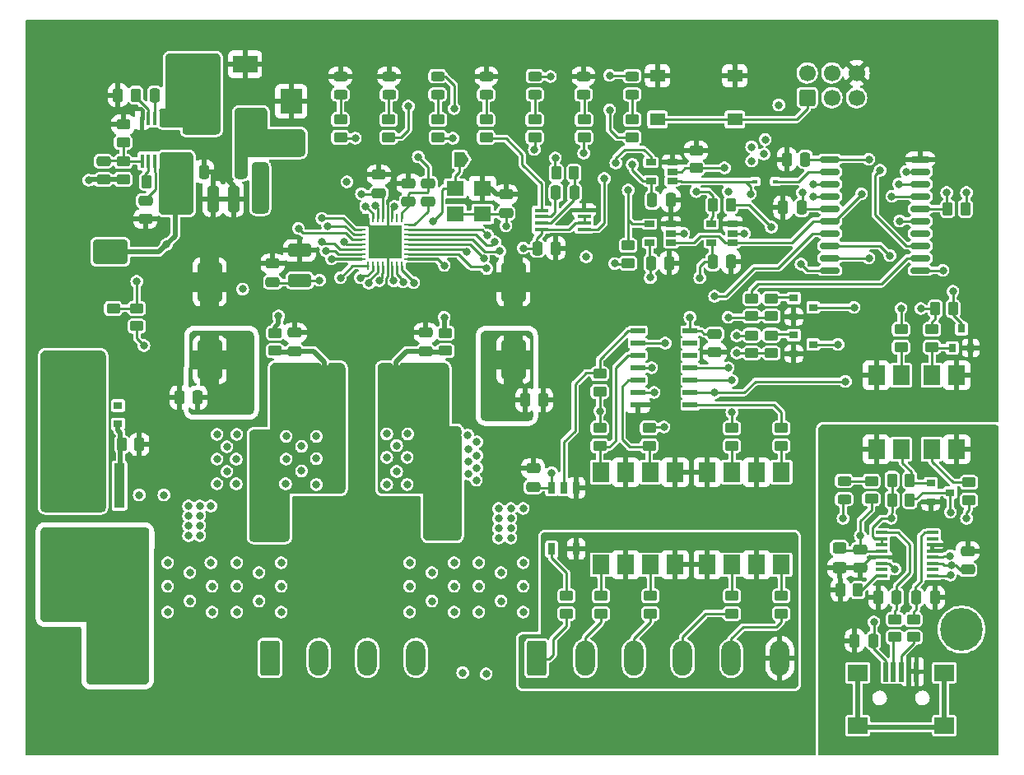
<source format=gbr>
%TF.GenerationSoftware,KiCad,Pcbnew,(6.0.4)*%
%TF.CreationDate,2022-07-31T14:49:55+02:00*%
%TF.ProjectId,HPDriver,48504472-6976-4657-922e-6b696361645f,1.0*%
%TF.SameCoordinates,Original*%
%TF.FileFunction,Copper,L1,Top*%
%TF.FilePolarity,Positive*%
%FSLAX46Y46*%
G04 Gerber Fmt 4.6, Leading zero omitted, Abs format (unit mm)*
G04 Created by KiCad (PCBNEW (6.0.4)) date 2022-07-31 14:49:55*
%MOMM*%
%LPD*%
G01*
G04 APERTURE LIST*
G04 Aperture macros list*
%AMRoundRect*
0 Rectangle with rounded corners*
0 $1 Rounding radius*
0 $2 $3 $4 $5 $6 $7 $8 $9 X,Y pos of 4 corners*
0 Add a 4 corners polygon primitive as box body*
4,1,4,$2,$3,$4,$5,$6,$7,$8,$9,$2,$3,0*
0 Add four circle primitives for the rounded corners*
1,1,$1+$1,$2,$3*
1,1,$1+$1,$4,$5*
1,1,$1+$1,$6,$7*
1,1,$1+$1,$8,$9*
0 Add four rect primitives between the rounded corners*
20,1,$1+$1,$2,$3,$4,$5,0*
20,1,$1+$1,$4,$5,$6,$7,0*
20,1,$1+$1,$6,$7,$8,$9,0*
20,1,$1+$1,$8,$9,$2,$3,0*%
%AMFreePoly0*
4,1,6,1.000000,0.000000,0.500000,-0.750000,-0.500000,-0.750000,-0.500000,0.750000,0.500000,0.750000,1.000000,0.000000,1.000000,0.000000,$1*%
%AMFreePoly1*
4,1,6,0.500000,-0.750000,-0.650000,-0.750000,-0.150000,0.000000,-0.650000,0.750000,0.500000,0.750000,0.500000,-0.750000,0.500000,-0.750000,$1*%
G04 Aperture macros list end*
%TA.AperFunction,SMDPad,CuDef*%
%ADD10RoundRect,0.250000X-0.325000X-1.100000X0.325000X-1.100000X0.325000X1.100000X-0.325000X1.100000X0*%
%TD*%
%TA.AperFunction,SMDPad,CuDef*%
%ADD11RoundRect,0.250000X0.325000X1.100000X-0.325000X1.100000X-0.325000X-1.100000X0.325000X-1.100000X0*%
%TD*%
%TA.AperFunction,SMDPad,CuDef*%
%ADD12RoundRect,0.250000X0.925000X-0.412500X0.925000X0.412500X-0.925000X0.412500X-0.925000X-0.412500X0*%
%TD*%
%TA.AperFunction,SMDPad,CuDef*%
%ADD13RoundRect,0.250000X1.000000X-1.750000X1.000000X1.750000X-1.000000X1.750000X-1.000000X-1.750000X0*%
%TD*%
%TA.AperFunction,SMDPad,CuDef*%
%ADD14RoundRect,0.250000X1.500000X1.000000X-1.500000X1.000000X-1.500000X-1.000000X1.500000X-1.000000X0*%
%TD*%
%TA.AperFunction,SMDPad,CuDef*%
%ADD15RoundRect,0.249999X-0.450001X0.325001X-0.450001X-0.325001X0.450001X-0.325001X0.450001X0.325001X0*%
%TD*%
%TA.AperFunction,SMDPad,CuDef*%
%ADD16RoundRect,0.250000X0.475000X-0.250000X0.475000X0.250000X-0.475000X0.250000X-0.475000X-0.250000X0*%
%TD*%
%TA.AperFunction,SMDPad,CuDef*%
%ADD17RoundRect,0.250000X-0.475000X0.250000X-0.475000X-0.250000X0.475000X-0.250000X0.475000X0.250000X0*%
%TD*%
%TA.AperFunction,SMDPad,CuDef*%
%ADD18RoundRect,0.250000X0.250000X0.475000X-0.250000X0.475000X-0.250000X-0.475000X0.250000X-0.475000X0*%
%TD*%
%TA.AperFunction,SMDPad,CuDef*%
%ADD19RoundRect,0.250000X-0.250000X-0.475000X0.250000X-0.475000X0.250000X0.475000X-0.250000X0.475000X0*%
%TD*%
%TA.AperFunction,SMDPad,CuDef*%
%ADD20R,2.500000X1.800000*%
%TD*%
%TA.AperFunction,SMDPad,CuDef*%
%ADD21R,2.300000X2.500000*%
%TD*%
%TA.AperFunction,SMDPad,CuDef*%
%ADD22RoundRect,0.243750X-0.456250X0.243750X-0.456250X-0.243750X0.456250X-0.243750X0.456250X0.243750X0*%
%TD*%
%TA.AperFunction,SMDPad,CuDef*%
%ADD23R,0.900000X0.800000*%
%TD*%
%TA.AperFunction,SMDPad,CuDef*%
%ADD24R,0.600000X0.450000*%
%TD*%
%TA.AperFunction,ComponentPad*%
%ADD25RoundRect,0.250000X-0.750000X-1.550000X0.750000X-1.550000X0.750000X1.550000X-0.750000X1.550000X0*%
%TD*%
%TA.AperFunction,ComponentPad*%
%ADD26O,2.000000X3.600000*%
%TD*%
%TA.AperFunction,SMDPad,CuDef*%
%ADD27R,0.500000X2.000000*%
%TD*%
%TA.AperFunction,SMDPad,CuDef*%
%ADD28R,2.000000X1.700000*%
%TD*%
%TA.AperFunction,SMDPad,CuDef*%
%ADD29R,1.100000X4.600000*%
%TD*%
%TA.AperFunction,SMDPad,CuDef*%
%ADD30R,10.800000X9.400000*%
%TD*%
%TA.AperFunction,SMDPad,CuDef*%
%ADD31RoundRect,0.249900X1.425100X-0.362600X1.425100X0.362600X-1.425100X0.362600X-1.425100X-0.362600X0*%
%TD*%
%TA.AperFunction,SMDPad,CuDef*%
%ADD32RoundRect,0.250000X-0.450000X0.262500X-0.450000X-0.262500X0.450000X-0.262500X0.450000X0.262500X0*%
%TD*%
%TA.AperFunction,SMDPad,CuDef*%
%ADD33RoundRect,0.250000X-0.262500X-0.450000X0.262500X-0.450000X0.262500X0.450000X-0.262500X0.450000X0*%
%TD*%
%TA.AperFunction,SMDPad,CuDef*%
%ADD34R,0.450000X1.450000*%
%TD*%
%TA.AperFunction,SMDPad,CuDef*%
%ADD35RoundRect,0.062500X-0.375000X-0.062500X0.375000X-0.062500X0.375000X0.062500X-0.375000X0.062500X0*%
%TD*%
%TA.AperFunction,SMDPad,CuDef*%
%ADD36RoundRect,0.062500X-0.062500X-0.375000X0.062500X-0.375000X0.062500X0.375000X-0.062500X0.375000X0*%
%TD*%
%TA.AperFunction,SMDPad,CuDef*%
%ADD37RoundRect,0.250000X-1.475000X-1.475000X1.475000X-1.475000X1.475000X1.475000X-1.475000X1.475000X0*%
%TD*%
%TA.AperFunction,SMDPad,CuDef*%
%ADD38R,1.200000X0.400000*%
%TD*%
%TA.AperFunction,SMDPad,CuDef*%
%ADD39R,1.780000X2.000000*%
%TD*%
%TA.AperFunction,SMDPad,CuDef*%
%ADD40R,0.800000X1.200000*%
%TD*%
%TA.AperFunction,SMDPad,CuDef*%
%ADD41R,1.500000X0.600000*%
%TD*%
%TA.AperFunction,SMDPad,CuDef*%
%ADD42R,1.450000X0.450000*%
%TD*%
%TA.AperFunction,SMDPad,CuDef*%
%ADD43RoundRect,0.150000X-0.875000X-0.150000X0.875000X-0.150000X0.875000X0.150000X-0.875000X0.150000X0*%
%TD*%
%TA.AperFunction,SMDPad,CuDef*%
%ADD44R,1.060000X0.650000*%
%TD*%
%TA.AperFunction,SMDPad,CuDef*%
%ADD45R,0.800000X0.900000*%
%TD*%
%TA.AperFunction,SMDPad,CuDef*%
%ADD46RoundRect,0.250000X0.450000X-0.262500X0.450000X0.262500X-0.450000X0.262500X-0.450000X-0.262500X0*%
%TD*%
%TA.AperFunction,SMDPad,CuDef*%
%ADD47RoundRect,0.250000X0.262500X0.450000X-0.262500X0.450000X-0.262500X-0.450000X0.262500X-0.450000X0*%
%TD*%
%TA.AperFunction,SMDPad,CuDef*%
%ADD48FreePoly0,0.000000*%
%TD*%
%TA.AperFunction,SMDPad,CuDef*%
%ADD49FreePoly1,0.000000*%
%TD*%
%TA.AperFunction,SMDPad,CuDef*%
%ADD50R,1.800000X1.540000*%
%TD*%
%TA.AperFunction,SMDPad,CuDef*%
%ADD51R,1.500000X2.200000*%
%TD*%
%TA.AperFunction,ComponentPad*%
%ADD52C,4.400000*%
%TD*%
%TA.AperFunction,ComponentPad*%
%ADD53C,3.800000*%
%TD*%
%TA.AperFunction,SMDPad,CuDef*%
%ADD54RoundRect,0.243750X0.456250X-0.243750X0.456250X0.243750X-0.456250X0.243750X-0.456250X-0.243750X0*%
%TD*%
%TA.AperFunction,SMDPad,CuDef*%
%ADD55R,1.550000X1.300000*%
%TD*%
%TA.AperFunction,ComponentPad*%
%ADD56RoundRect,0.250000X0.600000X-0.600000X0.600000X0.600000X-0.600000X0.600000X-0.600000X-0.600000X0*%
%TD*%
%TA.AperFunction,ComponentPad*%
%ADD57C,1.700000*%
%TD*%
%TA.AperFunction,SMDPad,CuDef*%
%ADD58RoundRect,0.250100X-0.449900X0.262400X-0.449900X-0.262400X0.449900X-0.262400X0.449900X0.262400X0*%
%TD*%
%TA.AperFunction,ViaPad*%
%ADD59C,0.800000*%
%TD*%
%TA.AperFunction,Conductor*%
%ADD60C,0.250000*%
%TD*%
%TA.AperFunction,Conductor*%
%ADD61C,0.400000*%
%TD*%
%TA.AperFunction,Conductor*%
%ADD62C,0.500000*%
%TD*%
%TA.AperFunction,Conductor*%
%ADD63C,1.000000*%
%TD*%
%TA.AperFunction,Conductor*%
%ADD64C,0.300000*%
%TD*%
G04 APERTURE END LIST*
D10*
X100887000Y-83439000D03*
X103837000Y-83439000D03*
D11*
X108917000Y-83439000D03*
X105967000Y-83439000D03*
D12*
X112776000Y-91834500D03*
X112776000Y-88759500D03*
D13*
X103505000Y-100012000D03*
X103505000Y-92012000D03*
X134747000Y-100012000D03*
X134747000Y-92012000D03*
D14*
X93293000Y-88900000D03*
X86793000Y-88900000D03*
D15*
X168275000Y-119362000D03*
X168275000Y-121412000D03*
D16*
X181483000Y-121600000D03*
X181483000Y-119700000D03*
D17*
X155448000Y-97348000D03*
X155448000Y-99248000D03*
D18*
X164399000Y-84328000D03*
X162499000Y-84328000D03*
D19*
X155260000Y-89916000D03*
X157160000Y-89916000D03*
D20*
X103156000Y-69596000D03*
X107156000Y-69596000D03*
D21*
X111887000Y-77715000D03*
X111887000Y-73415000D03*
D22*
X116967000Y-70817500D03*
X116967000Y-72692500D03*
D23*
X94091000Y-104714000D03*
X92091000Y-105664000D03*
X94091000Y-106614000D03*
D21*
X89662000Y-100956000D03*
X89662000Y-96656000D03*
D22*
X131967000Y-70817500D03*
X131967000Y-72692500D03*
X141967000Y-70817500D03*
X141967000Y-72692500D03*
D24*
X161705000Y-81661000D03*
X159605000Y-81661000D03*
D25*
X88646000Y-130715500D03*
D26*
X93646000Y-130715500D03*
D27*
X173025000Y-132115000D03*
X173825000Y-132115000D03*
X174625000Y-132115000D03*
X175425000Y-132115000D03*
X176225000Y-132115000D03*
D28*
X179075000Y-137665000D03*
X170175000Y-132215000D03*
X179075000Y-132215000D03*
X170175000Y-137665000D03*
D25*
X109728000Y-130683000D03*
D26*
X114728000Y-130683000D03*
X119728000Y-130683000D03*
X124728000Y-130683000D03*
D25*
X137160000Y-130715500D03*
D26*
X142160000Y-130715500D03*
X147160000Y-130715500D03*
X152160000Y-130715500D03*
X157160000Y-130715500D03*
X162160000Y-130715500D03*
D23*
X163592000Y-93665000D03*
X163592000Y-95565000D03*
X165592000Y-94615000D03*
D29*
X94234000Y-112970000D03*
D30*
X91694000Y-122120000D03*
D29*
X89154000Y-112970000D03*
D23*
X163592000Y-97475000D03*
X163592000Y-99375000D03*
X165592000Y-98425000D03*
X177689000Y-112715000D03*
X177689000Y-114615000D03*
X179689000Y-113665000D03*
D31*
X115316000Y-101133500D03*
X115316000Y-95208500D03*
X122682000Y-101133500D03*
X122682000Y-95208500D03*
D32*
X143637000Y-101449500D03*
X143637000Y-103274500D03*
D33*
X139159500Y-80772000D03*
X140984500Y-80772000D03*
D34*
X98511000Y-75143000D03*
X97861000Y-75143000D03*
X97211000Y-75143000D03*
X96561000Y-75143000D03*
X96561000Y-79543000D03*
X97211000Y-79543000D03*
X97861000Y-79543000D03*
X98511000Y-79543000D03*
D35*
X119101500Y-86127000D03*
X119101500Y-86627000D03*
X119101500Y-87127000D03*
X119101500Y-87627000D03*
X119101500Y-88127000D03*
X119101500Y-88627000D03*
X119101500Y-89127000D03*
X119101500Y-89627000D03*
D36*
X119789000Y-90314500D03*
X120289000Y-90314500D03*
X120789000Y-90314500D03*
X121289000Y-90314500D03*
X121789000Y-90314500D03*
X122289000Y-90314500D03*
X122789000Y-90314500D03*
X123289000Y-90314500D03*
D35*
X123976500Y-89627000D03*
X123976500Y-89127000D03*
X123976500Y-88627000D03*
X123976500Y-88127000D03*
X123976500Y-87627000D03*
X123976500Y-87127000D03*
X123976500Y-86627000D03*
X123976500Y-86127000D03*
D36*
X123289000Y-85439500D03*
X122789000Y-85439500D03*
X122289000Y-85439500D03*
X121789000Y-85439500D03*
X121289000Y-85439500D03*
X120789000Y-85439500D03*
X120289000Y-85439500D03*
X119789000Y-85439500D03*
D37*
X121539000Y-87877000D03*
D38*
X177860000Y-122237500D03*
X177860000Y-121602500D03*
X177860000Y-120967500D03*
X177860000Y-120332500D03*
X177860000Y-119697500D03*
X177860000Y-119062500D03*
X177860000Y-118427500D03*
X177860000Y-117792500D03*
X172660000Y-117792500D03*
X172660000Y-118427500D03*
X172660000Y-119062500D03*
X172660000Y-119697500D03*
X172660000Y-120332500D03*
X172660000Y-120967500D03*
X172660000Y-121602500D03*
X172660000Y-122237500D03*
D39*
X177800000Y-109220000D03*
X180340000Y-109220000D03*
X180340000Y-101600000D03*
X177800000Y-101600000D03*
X174625000Y-101600000D03*
X172085000Y-101600000D03*
X172085000Y-109220000D03*
X174625000Y-109220000D03*
D40*
X138684000Y-119482000D03*
X141224000Y-119482000D03*
X141224000Y-113182000D03*
X139954000Y-113182000D03*
X138684000Y-113182000D03*
D39*
X143764000Y-121097000D03*
X146304000Y-121097000D03*
X148844000Y-121097000D03*
X151384000Y-121097000D03*
X151384000Y-111567000D03*
X148844000Y-111567000D03*
X146304000Y-111567000D03*
X143764000Y-111567000D03*
X162306000Y-111567000D03*
X159766000Y-111567000D03*
X157226000Y-111567000D03*
X154686000Y-111567000D03*
X154686000Y-121097000D03*
X157226000Y-121097000D03*
X159766000Y-121097000D03*
X162306000Y-121097000D03*
D41*
X147541000Y-97028000D03*
X147541000Y-98298000D03*
X147541000Y-99568000D03*
X147541000Y-100838000D03*
X147541000Y-102108000D03*
X147541000Y-103378000D03*
X147541000Y-104648000D03*
X152941000Y-104648000D03*
X152941000Y-103378000D03*
X152941000Y-102108000D03*
X152941000Y-100838000D03*
X152941000Y-99568000D03*
X152941000Y-98298000D03*
X152941000Y-97028000D03*
D42*
X142027000Y-86573000D03*
X142027000Y-85923000D03*
X142027000Y-85273000D03*
X142027000Y-84623000D03*
X137627000Y-84623000D03*
X137627000Y-85273000D03*
X137627000Y-85923000D03*
X137627000Y-86573000D03*
D43*
X167308000Y-79375000D03*
X167308000Y-80645000D03*
X167308000Y-81915000D03*
X167308000Y-83185000D03*
X167308000Y-84455000D03*
X167308000Y-85725000D03*
X167308000Y-86995000D03*
X167308000Y-88265000D03*
X167308000Y-89535000D03*
X167308000Y-90805000D03*
X176608000Y-90805000D03*
X176608000Y-89535000D03*
X176608000Y-88265000D03*
X176608000Y-86995000D03*
X176608000Y-85725000D03*
X176608000Y-84455000D03*
X176608000Y-83185000D03*
X176608000Y-81915000D03*
X176608000Y-80645000D03*
X176608000Y-79375000D03*
D44*
X151087000Y-81595000D03*
X151087000Y-80645000D03*
X151087000Y-79695000D03*
X148887000Y-79695000D03*
X148887000Y-81595000D03*
X150960000Y-87945000D03*
X150960000Y-86995000D03*
X150960000Y-86045000D03*
X148760000Y-86045000D03*
X148760000Y-87945000D03*
X157310000Y-87945000D03*
X157310000Y-86995000D03*
X157310000Y-86045000D03*
X155110000Y-86045000D03*
X155110000Y-87945000D03*
D45*
X179898000Y-98790000D03*
X181798000Y-98790000D03*
X180848000Y-96790000D03*
D19*
X148910000Y-90043000D03*
X150810000Y-90043000D03*
D32*
X159258000Y-97489000D03*
X159258000Y-99314000D03*
D46*
X136953000Y-77112500D03*
X136953000Y-75287500D03*
X121920000Y-75287500D03*
X121920000Y-77112500D03*
D32*
X173990000Y-128547500D03*
X173990000Y-126722500D03*
D33*
X96289500Y-108712000D03*
X94464500Y-108712000D03*
D46*
X127762000Y-97258500D03*
X127762000Y-99083500D03*
X94615000Y-79605500D03*
X94615000Y-81430500D03*
D47*
X94083500Y-72771000D03*
X95908500Y-72771000D03*
D46*
X94615000Y-75795500D03*
X94615000Y-77620500D03*
X110236000Y-97258500D03*
X110236000Y-99083500D03*
X161290000Y-93702500D03*
X161290000Y-95527500D03*
D33*
X108608500Y-80518000D03*
X106783500Y-80518000D03*
D32*
X175895000Y-128547500D03*
X175895000Y-126722500D03*
D46*
X116967000Y-75287500D03*
X116967000Y-77112500D03*
X146986000Y-75287500D03*
X146986000Y-77112500D03*
D18*
X162880000Y-79375000D03*
X164780000Y-79375000D03*
D16*
X136779000Y-111191000D03*
X136779000Y-113091000D03*
D22*
X146967000Y-72692500D03*
X146967000Y-70817500D03*
D48*
X129196000Y-79375000D03*
D49*
X130646000Y-79375000D03*
D22*
X126967000Y-72692500D03*
X126967000Y-70817500D03*
X121967000Y-72692500D03*
X121967000Y-70817500D03*
D16*
X125730000Y-97221000D03*
X125730000Y-99121000D03*
X112268000Y-97221000D03*
X112268000Y-99121000D03*
D17*
X125984000Y-83754000D03*
X125984000Y-81854000D03*
D16*
X92583000Y-79568000D03*
X92583000Y-81468000D03*
X109982000Y-90109000D03*
X109982000Y-92009000D03*
D18*
X100396000Y-103886000D03*
X102296000Y-103886000D03*
D19*
X178115000Y-124460000D03*
X176215000Y-124460000D03*
X137856000Y-104140000D03*
X135956000Y-104140000D03*
D17*
X170434000Y-121412000D03*
X170434000Y-119512000D03*
D18*
X169865000Y-128905000D03*
X171765000Y-128905000D03*
D16*
X133985000Y-82997000D03*
X133985000Y-84897000D03*
D19*
X101031000Y-80645000D03*
X102931000Y-80645000D03*
D18*
X172278000Y-124460000D03*
X174178000Y-124460000D03*
D50*
X131575000Y-85033000D03*
X131575000Y-82353000D03*
X128775000Y-82353000D03*
X128775000Y-85033000D03*
D51*
X108356000Y-75438000D03*
X101956000Y-75438000D03*
D32*
X181610000Y-114450500D03*
X181610000Y-112625500D03*
D46*
X131953000Y-75287500D03*
X131953000Y-77112500D03*
D52*
X180848000Y-127762000D03*
X143383000Y-95250000D03*
X88392000Y-68580000D03*
X180340000Y-68326000D03*
D46*
X142033000Y-75287500D03*
X142033000Y-77112500D03*
D32*
X143764000Y-126134500D03*
X143764000Y-124309500D03*
X162306000Y-126134500D03*
X162306000Y-124309500D03*
D46*
X148717000Y-107037500D03*
X148717000Y-108862500D03*
D32*
X157226000Y-108862500D03*
X157226000Y-107037500D03*
D46*
X143637000Y-107037500D03*
X143637000Y-108862500D03*
X161290000Y-97489000D03*
X161290000Y-99314000D03*
X177800000Y-96877500D03*
X177800000Y-98702500D03*
D32*
X157226000Y-126134500D03*
X157226000Y-124309500D03*
X174625000Y-98702500D03*
X174625000Y-96877500D03*
D33*
X175537500Y-114427000D03*
X173712500Y-114427000D03*
D32*
X162306000Y-108862500D03*
X162306000Y-107037500D03*
D33*
X175537500Y-112395000D03*
X173712500Y-112395000D03*
D47*
X178157500Y-94742000D03*
X179982500Y-94742000D03*
D32*
X140208000Y-126134500D03*
X140208000Y-124309500D03*
D19*
X99756000Y-72771000D03*
X97856000Y-72771000D03*
D52*
X101600000Y-135890000D03*
D53*
X130937000Y-135890000D03*
D46*
X127000000Y-75287500D03*
X127000000Y-77112500D03*
D32*
X148844000Y-126134500D03*
X148844000Y-124309500D03*
D54*
X168783000Y-112473500D03*
X168783000Y-114348500D03*
D46*
X171577000Y-112498500D03*
X171577000Y-114323500D03*
D16*
X120904000Y-80965000D03*
X120904000Y-82865000D03*
X123952000Y-81854000D03*
X123952000Y-83754000D03*
D33*
X98853000Y-81661000D03*
X97028000Y-81661000D03*
D17*
X96901000Y-85532000D03*
X96901000Y-83632000D03*
D19*
X150937000Y-83566000D03*
X149037000Y-83566000D03*
D32*
X146558000Y-90066500D03*
X146558000Y-88241500D03*
D33*
X157122500Y-84074000D03*
X155297500Y-84074000D03*
D19*
X141031000Y-82804000D03*
X139131000Y-82804000D03*
X139126000Y-88519000D03*
X137226000Y-88519000D03*
D32*
X153543000Y-80287500D03*
X153543000Y-78462500D03*
D46*
X159258000Y-93702500D03*
X159258000Y-95527500D03*
D47*
X179427500Y-84455000D03*
X181252500Y-84455000D03*
D55*
X149568000Y-75275000D03*
X157518000Y-75275000D03*
X157518000Y-70775000D03*
X149568000Y-70775000D03*
D56*
X164973000Y-73025000D03*
D57*
X164973000Y-70485000D03*
X167513000Y-73025000D03*
X167513000Y-70485000D03*
X170053000Y-73025000D03*
X170053000Y-70485000D03*
D46*
X96012000Y-94718500D03*
X96012000Y-96543500D03*
D58*
X93599000Y-96543500D03*
D32*
X93599000Y-94718500D03*
D47*
X168378500Y-123698000D03*
X170203500Y-123698000D03*
D22*
X136967000Y-72692500D03*
X136967000Y-70817500D03*
D59*
X121539000Y-87877000D03*
X104648000Y-79502000D03*
X117856000Y-98933000D03*
X141224000Y-111252000D03*
X120142000Y-98933000D03*
X154686000Y-113919000D03*
X159766000Y-113919000D03*
X120142000Y-98044000D03*
X117856000Y-99822000D03*
X96520000Y-76708000D03*
X103886000Y-86106000D03*
X118999000Y-99822000D03*
X98425000Y-76708000D03*
X120142000Y-99822000D03*
X118999000Y-98933000D03*
X117856000Y-98044000D03*
X86360000Y-131064000D03*
X92456000Y-75057000D03*
X106045000Y-86106000D03*
X118999000Y-98044000D03*
X151384000Y-113919000D03*
X146304000Y-113919000D03*
X183642000Y-80137000D03*
X89154000Y-139827000D03*
X94234000Y-139827000D03*
X99314000Y-139827000D03*
X104394000Y-139827000D03*
X109474000Y-139827000D03*
X114554000Y-139827000D03*
X119634000Y-139827000D03*
X124714000Y-139827000D03*
X129794000Y-139827000D03*
X134874000Y-139827000D03*
X139954000Y-139827000D03*
X145034000Y-139827000D03*
X150114000Y-139827000D03*
X155194000Y-139827000D03*
X160274000Y-139827000D03*
X96774000Y-66040000D03*
X101854000Y-66040000D03*
X106934000Y-66040000D03*
X112014000Y-66040000D03*
X117094000Y-66040000D03*
X122174000Y-66040000D03*
X127254000Y-66040000D03*
X132334000Y-66040000D03*
X137414000Y-66040000D03*
X142494000Y-66040000D03*
X147574000Y-66040000D03*
X152654000Y-66040000D03*
X157734000Y-66040000D03*
X162814000Y-66040000D03*
X167894000Y-66040000D03*
X172974000Y-66040000D03*
X178054000Y-66040000D03*
X183642000Y-85137000D03*
X183642000Y-90137000D03*
X183642000Y-95137000D03*
X183642000Y-100137000D03*
X183642000Y-105137000D03*
X85598000Y-79375000D03*
X85598000Y-83820000D03*
X85598000Y-74295000D03*
X91821000Y-66040000D03*
X134112000Y-74041000D03*
X171831000Y-94615000D03*
X157480000Y-73152000D03*
X121793000Y-92710000D03*
X177546000Y-75057000D03*
X150368000Y-100838000D03*
X137795000Y-91440000D03*
X117475000Y-83820000D03*
X147828000Y-93599000D03*
X139192000Y-74041000D03*
X86360000Y-132842000D03*
X118999000Y-74041000D03*
X86868000Y-92456000D03*
X87757000Y-133731000D03*
X100838000Y-106807000D03*
X102235000Y-88773000D03*
X97409000Y-77343000D03*
X171196000Y-87249000D03*
X180340000Y-88392000D03*
X163068000Y-82804000D03*
X91186000Y-92456000D03*
X151765000Y-78105000D03*
X89154000Y-91440000D03*
X143764000Y-79121000D03*
X152654000Y-106934000D03*
X169164000Y-77597000D03*
X96520000Y-87249000D03*
X117856000Y-92583000D03*
X86360000Y-134493000D03*
X137795000Y-92964000D03*
X107696000Y-72517000D03*
X115062000Y-78867000D03*
X127254000Y-79375000D03*
X116586000Y-92964000D03*
X122682000Y-86741000D03*
X98425000Y-77978000D03*
X111823500Y-82550000D03*
X162941000Y-91186000D03*
X120904000Y-78867000D03*
X138811000Y-92202000D03*
X123888500Y-114871500D03*
X164973000Y-105283000D03*
X162560000Y-101346000D03*
X92583000Y-92456000D03*
X87757000Y-135128000D03*
X120523000Y-86741000D03*
X92456000Y-73088500D03*
X167513000Y-75057000D03*
X159385000Y-86233000D03*
X152400000Y-93599000D03*
X156210000Y-79121000D03*
X88392000Y-92456000D03*
X106362500Y-115062000D03*
X90424000Y-91440000D03*
X89789000Y-92456000D03*
X89535000Y-135128000D03*
X126369299Y-91317299D03*
X161036000Y-89154000D03*
X86360000Y-129413000D03*
X123952000Y-71120000D03*
X125490286Y-92585424D03*
X164973000Y-113411000D03*
X135445500Y-86106000D03*
X96520000Y-77978000D03*
X120523000Y-88900000D03*
X91948000Y-91440000D03*
X134620000Y-79311500D03*
X139319006Y-104140000D03*
X112141000Y-70866000D03*
X165036500Y-124841000D03*
X180340000Y-103886000D03*
X118872000Y-92964000D03*
X122809000Y-93091000D03*
X87630000Y-91440000D03*
X104775000Y-88773000D03*
X89535000Y-133731000D03*
X144272000Y-87947500D03*
X153289000Y-86233000D03*
X103505000Y-87884000D03*
X138684000Y-109982000D03*
X133223000Y-95250000D03*
X122682000Y-88900000D03*
X142113000Y-105283000D03*
X172212000Y-103886000D03*
X151384000Y-73787000D03*
X144018000Y-72898000D03*
X132715000Y-92329000D03*
X132334000Y-105156000D03*
X107442000Y-103124000D03*
X105664000Y-105156000D03*
X107442000Y-104140000D03*
X133223000Y-116332000D03*
X106553000Y-103632000D03*
X107442000Y-105156000D03*
X134112000Y-105156000D03*
X133223000Y-118364000D03*
X134493000Y-115316000D03*
X134493000Y-116332000D03*
X134112000Y-103124000D03*
X135763000Y-115316000D03*
X134112000Y-104140000D03*
X133223000Y-104648000D03*
X133223000Y-103632000D03*
X86868000Y-106553000D03*
X133223000Y-117348000D03*
X132334000Y-104140000D03*
X132334000Y-103124000D03*
X134493000Y-117348000D03*
X134493000Y-118364000D03*
X133223000Y-115316000D03*
X106553000Y-104648000D03*
X105664000Y-104140000D03*
X105664000Y-103124000D03*
X88646000Y-106553000D03*
X92075000Y-106553000D03*
X86868000Y-108180000D03*
X88646000Y-108180000D03*
X86868000Y-109855000D03*
X88646000Y-109855000D03*
X86868000Y-111633000D03*
X92075000Y-111633000D03*
X86868000Y-113895000D03*
X92075000Y-113895000D03*
X101346000Y-117094000D03*
X102489000Y-115062000D03*
X124968000Y-79121000D03*
X102489000Y-118110000D03*
X99060000Y-88138000D03*
X102489000Y-116078000D03*
X90424000Y-106553000D03*
X96748600Y-98552000D03*
X103632000Y-115062000D03*
X101346000Y-118110000D03*
X90424000Y-108204000D03*
X92075000Y-108204000D03*
X102489000Y-117094000D03*
X90424000Y-109855000D03*
X92075000Y-109855000D03*
X101346000Y-116078000D03*
X101346000Y-115062000D03*
X91059000Y-81534000D03*
X108204000Y-78359000D03*
X144653000Y-74295000D03*
X106680000Y-78359000D03*
X153923990Y-91567000D03*
X176657000Y-94742000D03*
X106680000Y-74676000D03*
X143636998Y-105283000D03*
X106680000Y-75882500D03*
X181356000Y-82804000D03*
X152908000Y-95631000D03*
X119126000Y-82931000D03*
X146982577Y-79902923D03*
X133985000Y-86232998D03*
X136906000Y-78359000D03*
X139065000Y-79248000D03*
X129540000Y-132207000D03*
X150241000Y-106933996D03*
X118491000Y-77216000D03*
X106680000Y-77089000D03*
X171323000Y-79375000D03*
X135763000Y-88519000D03*
X138684000Y-111633000D03*
X106902989Y-92734851D03*
X148835000Y-91558000D03*
X128524000Y-77216000D03*
X114808000Y-91821000D03*
X116967000Y-91567000D03*
X108458000Y-115062000D03*
X113157000Y-104140000D03*
X116967000Y-104140000D03*
X116967000Y-105156000D03*
X108458000Y-116078000D03*
X109601000Y-118110000D03*
X109601000Y-117094000D03*
X113157000Y-103124000D03*
X108458000Y-118110000D03*
X114300000Y-103124000D03*
X109601000Y-116078000D03*
X114300000Y-104140000D03*
X113157000Y-105156000D03*
X108458000Y-117094000D03*
X116967000Y-103124000D03*
X110871000Y-115062000D03*
X114300000Y-105156000D03*
X109601000Y-115062000D03*
X127254000Y-117983000D03*
X125984000Y-114935000D03*
X125984000Y-117983000D03*
X125984000Y-116967000D03*
X122555000Y-105283000D03*
X123571000Y-105791000D03*
X121539000Y-105283000D03*
X125984000Y-115951000D03*
X127254000Y-115951000D03*
X121539000Y-103251000D03*
X122555000Y-103251000D03*
X121539000Y-104267000D03*
X124587000Y-105791000D03*
X127254000Y-114935000D03*
X127254000Y-116967000D03*
X122555000Y-104267000D03*
X128524000Y-114935000D03*
X181610000Y-132588000D03*
X168783000Y-107823000D03*
X176276000Y-116332000D03*
X167640000Y-132588000D03*
X182880000Y-109220000D03*
X172339000Y-139827000D03*
X176784000Y-139827000D03*
X181610000Y-139827000D03*
X167640000Y-139827000D03*
X168402000Y-126873000D03*
X177292000Y-130175000D03*
X182880000Y-123063000D03*
X166878000Y-122555000D03*
X180467000Y-117475000D03*
X173990000Y-118745000D03*
X159262660Y-78100340D03*
X144653000Y-70739000D03*
X169799000Y-94615000D03*
X159258431Y-79555011D03*
X168148000Y-98425000D03*
X128651000Y-74168000D03*
X87630000Y-118745000D03*
X90678000Y-118745000D03*
X93472000Y-118745000D03*
X96012000Y-118745000D03*
X87630000Y-121317000D03*
X90678000Y-121253000D03*
X93472000Y-121253000D03*
X96012000Y-121253000D03*
X87630000Y-123603000D03*
X90678000Y-123507000D03*
X93472000Y-123507000D03*
X96012000Y-123603000D03*
X87630000Y-125889000D03*
X90678000Y-125889000D03*
X93472000Y-125761000D03*
X96012000Y-125761000D03*
X95948500Y-132842000D03*
X91440000Y-131064000D03*
X91440000Y-129413000D03*
X95961200Y-129413000D03*
X95948500Y-131064000D03*
X91439995Y-132842005D03*
X128651000Y-120904000D03*
X128651000Y-125984000D03*
X133477000Y-121920000D03*
X131191000Y-120904000D03*
X128651000Y-123317000D03*
X131191000Y-125984000D03*
X126365000Y-124841000D03*
X124079000Y-125984000D03*
X124079001Y-123317001D03*
X135763000Y-120904000D03*
X131191000Y-123317000D03*
X126365000Y-121920000D03*
X124079000Y-120904000D03*
X135763000Y-125984000D03*
X133477000Y-124841000D03*
X135763000Y-123317000D03*
X133350000Y-88836500D03*
X122745500Y-108839000D03*
X122745500Y-111506000D03*
X131000500Y-109855000D03*
X131000500Y-111125000D03*
X121729500Y-107632500D03*
X123888500Y-107632500D03*
X130111500Y-110490000D03*
X123825000Y-110045500D03*
X123825000Y-112839500D03*
X121729500Y-112839500D03*
X131000500Y-108458000D03*
X131699000Y-89576721D03*
X130048000Y-107759500D03*
X130111500Y-109220000D03*
X130937000Y-112395000D03*
X130111500Y-111760000D03*
X121729500Y-110045500D03*
X106235500Y-112776000D03*
X112966500Y-111442500D03*
X106299000Y-107696000D03*
X111379000Y-110236000D03*
X114490500Y-112839500D03*
X106235500Y-110236000D03*
X112966500Y-108902500D03*
X111379000Y-107886500D03*
X111315500Y-112776000D03*
X104267000Y-112776000D03*
X104267000Y-110236000D03*
X105283000Y-108966000D03*
X112644701Y-86482701D03*
X114490500Y-110172500D03*
X105283000Y-111506000D03*
X114490500Y-107886500D03*
X104267000Y-107696000D03*
X110871000Y-125984000D03*
X103759000Y-125984000D03*
X106299000Y-125984000D03*
X106299000Y-123317000D03*
X106299000Y-120904000D03*
X101473000Y-124841000D03*
X108585000Y-124841000D03*
X103759000Y-123317000D03*
X99187000Y-123317000D03*
X99187000Y-120904000D03*
X99187000Y-125984000D03*
X110871000Y-120904000D03*
X110871000Y-123317000D03*
X108585000Y-121920000D03*
X101473000Y-121920000D03*
X103632000Y-120904000D03*
X117368013Y-87883466D03*
X179324000Y-82804000D03*
X173682980Y-83185000D03*
X118999000Y-91567000D03*
X120957137Y-91843715D03*
X175133000Y-80645000D03*
X174407990Y-81915000D03*
X119888000Y-92116579D03*
X126492000Y-85725000D03*
X124504561Y-92075000D03*
X179684150Y-120184110D03*
X179705000Y-115697000D03*
X173482000Y-89281000D03*
X179958996Y-92964000D03*
X116047009Y-89616708D03*
X110591032Y-95504000D03*
X127635003Y-95631003D03*
X127635000Y-90297000D03*
X156854006Y-95640000D03*
X156845000Y-82677000D03*
X122513500Y-84241112D03*
X156845000Y-100838000D03*
X174625000Y-94741990D03*
X171323000Y-89535000D03*
X150368004Y-98298000D03*
X158496000Y-86995000D03*
X148971004Y-100838000D03*
X152273006Y-86995000D03*
X174498000Y-85725000D03*
X122409276Y-91877182D03*
X115662737Y-86244459D03*
X115062000Y-87884000D03*
X132016500Y-90614500D03*
X132842000Y-87884000D03*
X115059265Y-85445032D03*
X115482328Y-88791385D03*
X129984500Y-88900000D03*
X132080000Y-87185500D03*
X141986000Y-78739994D03*
X172466000Y-80518000D03*
X173609000Y-116332000D03*
X179826026Y-121174006D03*
X179705000Y-122174000D03*
X181355996Y-116332000D03*
X157226000Y-102108000D03*
X157226000Y-105409988D03*
X131953000Y-132334000D03*
X165608000Y-83185000D03*
X98806000Y-113919000D03*
X117634339Y-81693339D03*
X165608000Y-81915000D03*
X96266000Y-113919000D03*
X171831008Y-127000000D03*
X170434000Y-118110000D03*
X157734000Y-99314000D03*
X149225008Y-103378000D03*
X138557000Y-70866000D03*
X160655000Y-77343000D03*
X170561000Y-82931000D03*
X173990000Y-121539000D03*
X168656000Y-116332000D03*
X155448000Y-93472000D03*
X155448008Y-103378000D03*
X168910000Y-102235000D03*
X160528000Y-78830010D03*
X123952000Y-73914000D03*
X156464000Y-80264000D03*
X164338000Y-90170000D03*
X145161000Y-90106488D03*
X164465000Y-82804004D03*
X96012000Y-91948000D03*
X162052000Y-73787000D03*
X157734000Y-97536010D03*
X159131000Y-82931000D03*
X161290000Y-86360000D03*
X178943000Y-90805000D03*
X146558000Y-82550000D03*
X120563990Y-84162607D03*
X153543000Y-82691946D03*
X144095050Y-81352935D03*
X119564855Y-84204493D03*
X145288000Y-79756000D03*
X142240000Y-89408000D03*
X123402500Y-91989033D03*
D60*
X118219500Y-90314500D02*
X116967000Y-91567000D01*
X119789000Y-90314500D02*
X118219500Y-90314500D01*
X124504561Y-91992561D02*
X124504561Y-92075000D01*
X123289000Y-90777000D02*
X124504561Y-91992561D01*
X123289000Y-90314500D02*
X123289000Y-90777000D01*
X119888000Y-91879389D02*
X119888000Y-92116579D01*
X120789000Y-90978389D02*
X119888000Y-91879389D01*
X120789000Y-90314500D02*
X120789000Y-90978389D01*
X119183995Y-91382005D02*
X118999000Y-91567000D01*
X119749680Y-91382005D02*
X119183995Y-91382005D01*
X120289000Y-90842685D02*
X119749680Y-91382005D01*
X120289000Y-90314500D02*
X120289000Y-90842685D01*
X122289000Y-90314500D02*
X122289000Y-91756906D01*
X123157185Y-91743718D02*
X123402500Y-91989033D01*
X123157185Y-91579719D02*
X123157185Y-91743718D01*
X122789000Y-91211534D02*
X123157185Y-91579719D01*
X122789000Y-90314500D02*
X122789000Y-91211534D01*
X121789000Y-90314500D02*
X121789000Y-91472858D01*
X122289000Y-91756906D02*
X122409276Y-91877182D01*
X121684775Y-91577083D02*
X121684775Y-92601775D01*
X121789000Y-91472858D02*
X121684775Y-91577083D01*
X121684775Y-92601775D02*
X121793000Y-92710000D01*
X121289000Y-91054296D02*
X121216490Y-91126806D01*
X121289000Y-90314500D02*
X121289000Y-91054296D01*
X121216490Y-91584362D02*
X120957137Y-91843715D01*
X121216490Y-91126806D02*
X121216490Y-91584362D01*
D61*
X96561000Y-74336000D02*
X96393000Y-74168000D01*
D60*
X122555000Y-81407000D02*
X122113000Y-80965000D01*
D62*
X132391000Y-82353000D02*
X133035000Y-82997000D01*
D60*
X122555000Y-82931000D02*
X122555000Y-81407000D01*
X121789000Y-85439500D02*
X121789000Y-87627000D01*
D61*
X93345000Y-74168000D02*
X92456000Y-75057000D01*
X96393000Y-74168000D02*
X93345000Y-74168000D01*
X96561000Y-75143000D02*
X96561000Y-74336000D01*
D62*
X102931000Y-80645000D02*
X104140000Y-80645000D01*
D60*
X121789000Y-85439500D02*
X121789000Y-83697000D01*
X121789000Y-83697000D02*
X122555000Y-82931000D01*
D62*
X103837000Y-80948000D02*
X103837000Y-83439000D01*
X104648000Y-80772000D02*
X104648000Y-79502000D01*
X104140000Y-80645000D02*
X103837000Y-80948000D01*
X105967000Y-83439000D02*
X105967000Y-82091000D01*
D60*
X119789000Y-86127000D02*
X121539000Y-87877000D01*
X121789000Y-90314500D02*
X121789000Y-88127000D01*
D62*
X133035000Y-82997000D02*
X133985000Y-82997000D01*
X131575000Y-82353000D02*
X132391000Y-82353000D01*
D60*
X119789000Y-85439500D02*
X119789000Y-86127000D01*
D62*
X105967000Y-82091000D02*
X104648000Y-80772000D01*
D60*
X119101500Y-86127000D02*
X119789000Y-86127000D01*
X122113000Y-80965000D02*
X120904000Y-80965000D01*
D63*
X89154000Y-112970000D02*
X89154000Y-106934000D01*
D62*
X92345000Y-105664000D02*
X90170000Y-105664000D01*
X90170000Y-105664000D02*
X89027000Y-106807000D01*
D60*
X89154000Y-106934000D02*
X89027000Y-106807000D01*
X123289000Y-85439500D02*
X123289000Y-84864000D01*
X123289000Y-84864000D02*
X123952000Y-84201000D01*
X123952000Y-83754000D02*
X123952000Y-82931000D01*
X124079000Y-82804000D02*
X125857000Y-82804000D01*
X125984000Y-82677000D02*
X125984000Y-81854000D01*
D62*
X93293000Y-88900000D02*
X98298000Y-88900000D01*
D60*
X96012000Y-97815400D02*
X96748600Y-98552000D01*
D62*
X99949000Y-84545500D02*
X99949000Y-87249000D01*
D60*
X125984000Y-81854000D02*
X125984000Y-80137000D01*
D62*
X100965000Y-83529500D02*
X99949000Y-84545500D01*
X99949000Y-87249000D02*
X99060000Y-88138000D01*
D60*
X96012000Y-96656000D02*
X96012000Y-97815400D01*
X135956000Y-104140000D02*
X135956000Y-102809000D01*
X135956000Y-102809000D02*
X134747000Y-101600000D01*
X123952000Y-84201000D02*
X123952000Y-83754000D01*
X123952000Y-82931000D02*
X124079000Y-82804000D01*
X125984000Y-80137000D02*
X124968000Y-79121000D01*
D62*
X98298000Y-88900000D02*
X99060000Y-88138000D01*
D60*
X125857000Y-82804000D02*
X125984000Y-82677000D01*
X98511000Y-75143000D02*
X101661000Y-75143000D01*
X97861000Y-75143000D02*
X97861000Y-73105000D01*
X97861000Y-80701000D02*
X97917000Y-80757000D01*
X97917000Y-80757000D02*
X97917000Y-82423000D01*
X97861000Y-79543000D02*
X97861000Y-80701000D01*
X97917000Y-82423000D02*
X96901000Y-83439000D01*
X96561000Y-79543000D02*
X94411000Y-79543000D01*
X92456000Y-79493000D02*
X94361000Y-79493000D01*
X94615000Y-77733000D02*
X94615000Y-79493000D01*
X144653000Y-76327000D02*
X144653000Y-74295000D01*
X148717000Y-106925000D02*
X150232004Y-106925000D01*
X116967000Y-77225000D02*
X118482000Y-77225000D01*
X143637000Y-106925000D02*
X143637000Y-105283002D01*
X137151000Y-88519000D02*
X135763000Y-88519000D01*
X146982577Y-80470577D02*
X146982577Y-79902923D01*
X118482000Y-77225000D02*
X118491000Y-77216000D01*
X154051000Y-97028000D02*
X154371000Y-97348000D01*
X167308000Y-79375000D02*
X171323000Y-79375000D01*
X137627000Y-87036000D02*
X137627000Y-86573000D01*
X139047000Y-80772000D02*
X139047000Y-79266000D01*
X148835000Y-90043000D02*
X148835000Y-91558000D01*
X120838000Y-82931000D02*
X120904000Y-82865000D01*
X152941000Y-95664000D02*
X152908000Y-95631000D01*
X137627000Y-86573000D02*
X140491998Y-86573000D01*
X146986000Y-77112500D02*
X145438500Y-77112500D01*
X140491998Y-86573000D02*
X141141998Y-85923000D01*
D62*
X92583000Y-81468000D02*
X91125000Y-81468000D01*
D60*
X119126000Y-82931000D02*
X120838000Y-82931000D01*
X152941000Y-97028000D02*
X154051000Y-97028000D01*
X136779000Y-113166000D02*
X138668000Y-113166000D01*
X148887000Y-81595000D02*
X148107000Y-81595000D01*
X148962000Y-83566000D02*
X148962000Y-81670000D01*
X128775000Y-85033000D02*
X131575000Y-85033000D01*
X141141998Y-85923000D02*
X142027000Y-85923000D01*
X136953000Y-77112500D02*
X136953000Y-78312000D01*
X131575000Y-85033000D02*
X133924000Y-85033000D01*
X178157500Y-95781500D02*
X178157500Y-94742000D01*
X137151000Y-88519000D02*
X137151000Y-87512000D01*
X138684000Y-113182000D02*
X138684000Y-111633000D01*
X177800000Y-96877500D02*
X177800000Y-96139000D01*
X181356000Y-82804000D02*
X181356000Y-84446000D01*
X153923990Y-90424010D02*
X153923990Y-91567000D01*
X178157500Y-94742000D02*
X176657000Y-94742000D01*
X128515000Y-77225000D02*
X128524000Y-77216000D01*
X139047000Y-79266000D02*
X139065000Y-79248000D01*
X133985000Y-84972000D02*
X133985000Y-86232998D01*
X155185000Y-89916000D02*
X154432000Y-89916000D01*
X142027000Y-85923000D02*
X142027000Y-85273000D01*
X143637000Y-105283002D02*
X143636998Y-105283000D01*
X150232004Y-106925000D02*
X150241000Y-106933996D01*
D62*
X91125000Y-81468000D02*
X91059000Y-81534000D01*
D60*
X137151000Y-87512000D02*
X137627000Y-87036000D01*
X136953000Y-78312000D02*
X136906000Y-78359000D01*
X143637000Y-103514000D02*
X143637000Y-105282998D01*
X177800000Y-96139000D02*
X178157500Y-95781500D01*
X154371000Y-97348000D02*
X155448000Y-97348000D01*
X121289000Y-83250000D02*
X120904000Y-82865000D01*
X155185000Y-89916000D02*
X155185000Y-88020000D01*
X152941000Y-97028000D02*
X152941000Y-95664000D01*
X167308000Y-79375000D02*
X164780000Y-79375000D01*
D62*
X94615000Y-81430500D02*
X92620500Y-81430500D01*
D60*
X121289000Y-85439500D02*
X121289000Y-83250000D01*
X148107000Y-81595000D02*
X146982577Y-80470577D01*
X145438500Y-77112500D02*
X144653000Y-76327000D01*
X127000000Y-77225000D02*
X128515000Y-77225000D01*
X143637000Y-105282998D02*
X143636998Y-105283000D01*
X148760000Y-87945000D02*
X148760000Y-89968000D01*
X154432000Y-89916000D02*
X153923990Y-90424010D01*
X114794500Y-91834500D02*
X114808000Y-91821000D01*
X109982000Y-92084000D02*
X112614000Y-92084000D01*
X112776000Y-91834500D02*
X114794500Y-91834500D01*
X125984000Y-84709000D02*
X125984000Y-83754000D01*
X123976500Y-86127000D02*
X124566000Y-86127000D01*
X124566000Y-86127000D02*
X125984000Y-84709000D01*
D62*
X114234000Y-99121000D02*
X115316000Y-100203000D01*
X112268000Y-99121000D02*
X114234000Y-99121000D01*
X110236000Y-99196000D02*
X112268000Y-99196000D01*
X115316000Y-100203000D02*
X115316000Y-101006500D01*
X122682000Y-100203000D02*
X122682000Y-101006500D01*
X125603000Y-99121000D02*
X123764000Y-99121000D01*
X127635000Y-99196000D02*
X125603000Y-99196000D01*
X123764000Y-99121000D02*
X122682000Y-100203000D01*
D60*
X175425000Y-131920000D02*
X176225000Y-131920000D01*
X177860000Y-119062500D02*
X179387500Y-119062500D01*
X177860000Y-119697500D02*
X178752500Y-119697500D01*
X172660000Y-120332500D02*
X171513500Y-120332500D01*
X171513500Y-120332500D02*
X170434000Y-121412000D01*
X178752500Y-119697500D02*
X179387500Y-119062500D01*
X175514000Y-118999000D02*
X175514000Y-121920000D01*
X172660000Y-117792500D02*
X174307500Y-117792500D01*
X175514000Y-121920000D02*
X174178000Y-123256000D01*
X173990000Y-125857000D02*
X173990000Y-126722500D01*
X174178000Y-125669000D02*
X173990000Y-125857000D01*
X174307500Y-117792500D02*
X175514000Y-118999000D01*
X174178000Y-124460000D02*
X174178000Y-125669000D01*
X174178000Y-123256000D02*
X174178000Y-124460000D01*
X116967000Y-75175000D02*
X116967000Y-72780000D01*
X146986000Y-75287500D02*
X146986000Y-72711500D01*
X146986000Y-72711500D02*
X146967000Y-72692500D01*
X146888500Y-70739000D02*
X144653000Y-70739000D01*
X165592000Y-94615000D02*
X169799000Y-94615000D01*
X146967000Y-70817500D02*
X146888500Y-70739000D01*
X127000000Y-75175000D02*
X127000000Y-72813000D01*
X127713500Y-70817500D02*
X128651000Y-71755000D01*
X165592000Y-98425000D02*
X168148000Y-98425000D01*
X126967000Y-70817500D02*
X127713500Y-70817500D01*
X128651000Y-71755000D02*
X128651000Y-74168000D01*
X141031000Y-82804000D02*
X140977489Y-82857511D01*
X138602000Y-85923000D02*
X137627000Y-85923000D01*
X140977489Y-83547511D02*
X138602000Y-85923000D01*
X140977489Y-82857511D02*
X140977489Y-83547511D01*
X141031000Y-82804000D02*
X141031000Y-80818500D01*
X141031000Y-80818500D02*
X140984500Y-80772000D01*
X131777720Y-88851720D02*
X130553000Y-87627000D01*
X133334780Y-88851720D02*
X131777720Y-88851720D01*
X130553000Y-87627000D02*
X123976500Y-87627000D01*
X133350000Y-88836500D02*
X133334780Y-88851720D01*
X131699000Y-89576721D02*
X131699000Y-89535000D01*
X131699000Y-89535000D02*
X130291000Y-88127000D01*
X130291000Y-88127000D02*
X123976500Y-88127000D01*
X113130960Y-86968960D02*
X112644701Y-86482701D01*
X117526511Y-86968960D02*
X113130960Y-86968960D01*
X118184551Y-87627000D02*
X117526511Y-86968960D01*
X119101500Y-87627000D02*
X118184551Y-87627000D01*
X119101500Y-88127000D02*
X117611547Y-88127000D01*
X117611547Y-88127000D02*
X117368013Y-87883466D01*
X179315000Y-82813000D02*
X179324000Y-82804000D01*
X176608000Y-84455000D02*
X179315000Y-84455000D01*
X149568000Y-75275000D02*
X157518000Y-75275000D01*
X179315000Y-84455000D02*
X179315000Y-82813000D01*
X163866000Y-75275000D02*
X164973000Y-74168000D01*
X164973000Y-74168000D02*
X164973000Y-73025000D01*
X157518000Y-75275000D02*
X163866000Y-75275000D01*
X176608000Y-83185000D02*
X173682980Y-83185000D01*
X176608000Y-80645000D02*
X175133000Y-80645000D01*
X176608000Y-81915000D02*
X174407990Y-81915000D01*
X127381000Y-84836000D02*
X126492000Y-85725000D01*
X128775000Y-82353000D02*
X128775000Y-81066000D01*
X129196000Y-80645000D02*
X129196000Y-79375000D01*
X128775000Y-81066000D02*
X129196000Y-80645000D01*
X127381000Y-82550000D02*
X127381000Y-84836000D01*
X128775000Y-82353000D02*
X127578000Y-82353000D01*
X127578000Y-82353000D02*
X127381000Y-82550000D01*
X161290000Y-93590000D02*
X163517000Y-93590000D01*
X161290000Y-97400000D02*
X163517000Y-97400000D01*
X177860000Y-120332500D02*
X178921610Y-120332500D01*
X176860000Y-113665000D02*
X179435000Y-113665000D01*
X179070000Y-120184110D02*
X179684150Y-120184110D01*
X179689000Y-113665000D02*
X179689000Y-115681000D01*
X176225000Y-114300000D02*
X176860000Y-113665000D01*
X175650000Y-114300000D02*
X176225000Y-114300000D01*
X179689000Y-115681000D02*
X179705000Y-115697000D01*
X178921610Y-120332500D02*
X179070000Y-120184110D01*
X177689000Y-112715000D02*
X175970000Y-112715000D01*
X175650000Y-111515000D02*
X174752000Y-110617000D01*
X174752000Y-110617000D02*
X174752000Y-109220000D01*
X175970000Y-112715000D02*
X175650000Y-112395000D01*
X175650000Y-112395000D02*
X175650000Y-111515000D01*
X180848000Y-96790000D02*
X180848000Y-96266000D01*
X179982500Y-92987504D02*
X179958996Y-92964000D01*
X179982500Y-94742000D02*
X179982500Y-92987504D01*
X167308000Y-88265000D02*
X172466000Y-88265000D01*
X179982500Y-95400500D02*
X179982500Y-94742000D01*
X172466000Y-88265000D02*
X173482000Y-89281000D01*
X180848000Y-96266000D02*
X179982500Y-95400500D01*
X179898000Y-98790000D02*
X177887500Y-98790000D01*
X177800000Y-101600000D02*
X177800000Y-98702500D01*
X96886500Y-80913500D02*
X96886500Y-81661000D01*
X97211000Y-80589000D02*
X96886500Y-80913500D01*
X97211000Y-79543000D02*
X97211000Y-80589000D01*
X97211000Y-74215000D02*
X96021000Y-73025000D01*
X97211000Y-75143000D02*
X97211000Y-74215000D01*
X116057301Y-89627000D02*
X116047009Y-89616708D01*
D62*
X110236000Y-97146000D02*
X110236000Y-96647000D01*
D64*
X119101500Y-89627000D02*
X116057301Y-89627000D01*
D62*
X110591032Y-96291968D02*
X110591032Y-95504000D01*
X110236000Y-96647000D02*
X110591032Y-96291968D01*
D60*
X127635000Y-95631006D02*
X127635003Y-95631003D01*
D62*
X127635000Y-97146000D02*
X127635000Y-95631006D01*
D64*
X126965000Y-89627000D02*
X127635000Y-90297000D01*
X123976500Y-89627000D02*
X126965000Y-89627000D01*
D60*
X122289000Y-84465612D02*
X122513500Y-84241112D01*
X161290000Y-95640000D02*
X159258000Y-95640000D01*
X122289000Y-85439500D02*
X122289000Y-84465612D01*
X152941000Y-100838000D02*
X156845000Y-100838000D01*
X159258000Y-95640000D02*
X156854006Y-95640000D01*
X121920000Y-75175000D02*
X121920000Y-72827000D01*
X164084000Y-81661000D02*
X165100000Y-80645000D01*
X161705000Y-81661000D02*
X164084000Y-81661000D01*
X165100000Y-80645000D02*
X167308000Y-80645000D01*
X174625000Y-96877500D02*
X174625000Y-94741990D01*
X171323000Y-89535000D02*
X167308000Y-89535000D01*
X138684000Y-119482000D02*
X138684000Y-120396000D01*
X140208000Y-121920000D02*
X140208000Y-124197000D01*
X138684000Y-120396000D02*
X140208000Y-121920000D01*
X143764000Y-124309500D02*
X143764000Y-121097000D01*
X148844000Y-124309500D02*
X148844000Y-121097000D01*
X157226000Y-124309500D02*
X157226000Y-121097000D01*
X162306000Y-124309500D02*
X162306000Y-121097000D01*
X158496000Y-86995000D02*
X157310000Y-86995000D01*
X147541000Y-98298000D02*
X150368004Y-98298000D01*
X150960000Y-86995000D02*
X152273006Y-86995000D01*
X147541000Y-100838000D02*
X148971004Y-100838000D01*
X176608000Y-85725000D02*
X174498000Y-85725000D01*
X118320962Y-87127000D02*
X117438421Y-86244459D01*
X117438421Y-86244459D02*
X115662737Y-86244459D01*
X119101500Y-87127000D02*
X118320962Y-87127000D01*
X116303978Y-88029999D02*
X115207999Y-88029999D01*
X116900979Y-88627000D02*
X116303978Y-88029999D01*
X119101500Y-88627000D02*
X116900979Y-88627000D01*
X115207999Y-88029999D02*
X115062000Y-87884000D01*
X129068500Y-89127000D02*
X123976500Y-89127000D01*
X130365500Y-90424000D02*
X129068500Y-89127000D01*
X131826000Y-90424000D02*
X130365500Y-90424000D01*
X132016500Y-90614500D02*
X131826000Y-90424000D01*
X132842000Y-87884000D02*
X132524500Y-88201500D01*
X130878500Y-87127000D02*
X123976500Y-87127000D01*
X131953000Y-88201500D02*
X130878500Y-87127000D01*
X132524500Y-88201500D02*
X131953000Y-88201500D01*
X118457372Y-86627000D02*
X117275404Y-85445032D01*
X117275404Y-85445032D02*
X115059265Y-85445032D01*
X119101500Y-86627000D02*
X118457372Y-86627000D01*
X116748961Y-89127000D02*
X116413346Y-88791385D01*
X116413346Y-88791385D02*
X115482328Y-88791385D01*
X119101500Y-89127000D02*
X116748961Y-89127000D01*
X129711500Y-88627000D02*
X123976500Y-88627000D01*
X129984500Y-88900000D02*
X129711500Y-88627000D01*
X132080000Y-87185500D02*
X131521500Y-86627000D01*
X131521500Y-86627000D02*
X123976500Y-86627000D01*
X131953000Y-75175000D02*
X131953000Y-72794000D01*
X142033000Y-72758500D02*
X141967000Y-72692500D01*
X142033000Y-75287500D02*
X142033000Y-72758500D01*
X133994000Y-77225000D02*
X131953000Y-77225000D01*
X135636000Y-79883000D02*
X135636000Y-78867000D01*
X137627000Y-81874000D02*
X135636000Y-79883000D01*
X137627000Y-84623000D02*
X137627000Y-81874000D01*
X135636000Y-78867000D02*
X133994000Y-77225000D01*
X175133000Y-88265000D02*
X171958000Y-85090000D01*
X171958000Y-81026000D02*
X172466000Y-80518000D01*
X176608000Y-88265000D02*
X175133000Y-88265000D01*
X141986000Y-77159500D02*
X142033000Y-77112500D01*
X171958000Y-85090000D02*
X171958000Y-81026000D01*
X141986000Y-78739994D02*
X141986000Y-77159500D01*
X173825000Y-132301000D02*
X173825000Y-128712500D01*
X176215000Y-125664000D02*
X175895000Y-125984000D01*
X176215000Y-124460000D02*
X176215000Y-125664000D01*
X176657000Y-118145500D02*
X177010000Y-117792500D01*
X175895000Y-125984000D02*
X175895000Y-126722500D01*
X176140000Y-123326000D02*
X176657000Y-122809000D01*
X177010000Y-117792500D02*
X177860000Y-117792500D01*
X176657000Y-122809000D02*
X176657000Y-118145500D01*
X176140000Y-124460000D02*
X176140000Y-123326000D01*
X172660000Y-118427500D02*
X172660000Y-119062500D01*
X171915750Y-118427500D02*
X171704000Y-118215750D01*
X180282006Y-121174006D02*
X179826026Y-121174006D01*
X172660000Y-118427500D02*
X171915750Y-118427500D01*
X179070000Y-121158000D02*
X179810020Y-121158000D01*
X173712500Y-112395000D02*
X173712500Y-114427000D01*
X173712500Y-115720500D02*
X173712500Y-114427000D01*
X172593000Y-116332000D02*
X173609000Y-116332000D01*
X178879500Y-120967500D02*
X179070000Y-121158000D01*
X177860000Y-120967500D02*
X178879500Y-120967500D01*
X179810020Y-121158000D02*
X179826026Y-121174006D01*
X180783000Y-121675000D02*
X180282006Y-121174006D01*
X171704000Y-117221000D02*
X172593000Y-116332000D01*
X181483000Y-121675000D02*
X180783000Y-121675000D01*
X173609000Y-116332000D02*
X173609000Y-115824000D01*
X173609000Y-115824000D02*
X173712500Y-115720500D01*
X171704000Y-118215750D02*
X171704000Y-117221000D01*
D62*
X94352000Y-107560000D02*
X94352000Y-112852000D01*
X94091000Y-107299000D02*
X94352000Y-107560000D01*
X94091000Y-106614000D02*
X94091000Y-107299000D01*
D60*
X174625000Y-132301000D02*
X174625000Y-130429000D01*
X175895000Y-129159000D02*
X175895000Y-128547500D01*
X174625000Y-130429000D02*
X175895000Y-129159000D01*
X177860000Y-122237500D02*
X179641500Y-122237500D01*
X181610000Y-114690000D02*
X181610000Y-115443000D01*
X181610000Y-115443000D02*
X181355996Y-115697004D01*
X181355996Y-115697004D02*
X181355996Y-116332000D01*
X179641500Y-122237500D02*
X179705000Y-122174000D01*
X152941000Y-102108000D02*
X157226000Y-102108000D01*
X157226000Y-107037500D02*
X157226000Y-105409988D01*
X161544000Y-104648000D02*
X162306000Y-105410000D01*
X162306000Y-105410000D02*
X162306000Y-107037500D01*
X152941000Y-104648000D02*
X161544000Y-104648000D01*
X167308000Y-83185000D02*
X165608000Y-83185000D01*
X167308000Y-81915000D02*
X165608000Y-81915000D01*
X171840000Y-128905000D02*
X171840000Y-127008992D01*
X170434000Y-119625000D02*
X170434000Y-118110000D01*
X170434000Y-116586000D02*
X170434000Y-118110000D01*
X173025000Y-132301000D02*
X173025000Y-130988000D01*
X170434000Y-119625000D02*
X168402000Y-119625000D01*
X171577000Y-115443000D02*
X170434000Y-116586000D01*
X171765000Y-129728000D02*
X171765000Y-128905000D01*
X172660000Y-119697500D02*
X170506500Y-119697500D01*
X171577000Y-114436000D02*
X171577000Y-115443000D01*
X171840000Y-127008992D02*
X171831008Y-127000000D01*
X173025000Y-130988000D02*
X171765000Y-129728000D01*
X147541000Y-103378000D02*
X149225008Y-103378000D01*
X159258000Y-99314000D02*
X157734000Y-99314000D01*
X161290000Y-99314000D02*
X159258000Y-99314000D01*
D62*
X170175000Y-137851000D02*
X170175000Y-132401000D01*
X179075000Y-137851000D02*
X179075000Y-132401000D01*
X170175000Y-137795000D02*
X179075000Y-137795000D01*
D60*
X163388000Y-87945000D02*
X157310000Y-87945000D01*
X137015500Y-70866000D02*
X138557000Y-70866000D01*
X153320001Y-87945000D02*
X153970002Y-87294999D01*
X167767000Y-85725000D02*
X170561000Y-82931000D01*
X165608000Y-85725000D02*
X163388000Y-87945000D01*
X150960000Y-87945000D02*
X153320001Y-87945000D01*
X136967000Y-70817500D02*
X137015500Y-70866000D01*
X153970002Y-87294999D02*
X155900001Y-87294999D01*
X155900001Y-87294999D02*
X156550002Y-87945000D01*
X167308000Y-85725000D02*
X167767000Y-85725000D01*
X167308000Y-85725000D02*
X165608000Y-85725000D01*
X156550002Y-87945000D02*
X157310000Y-87945000D01*
X172660000Y-120967500D02*
X173418500Y-120967500D01*
X173418500Y-120967500D02*
X173990000Y-121539000D01*
X168656000Y-116332000D02*
X168656000Y-114309000D01*
X151087000Y-80645000D02*
X152019000Y-80645000D01*
X121920000Y-77112500D02*
X123166500Y-77112500D01*
X152376500Y-80287500D02*
X153543000Y-80287500D01*
X123166500Y-77112500D02*
X123952000Y-76327000D01*
X159639000Y-102235000D02*
X168910000Y-102235000D01*
X158496000Y-103378000D02*
X159639000Y-102235000D01*
X156591000Y-93472000D02*
X155448000Y-93472000D01*
X152941000Y-103378000D02*
X155448008Y-103378000D01*
X159512000Y-90551000D02*
X156591000Y-93472000D01*
X155448008Y-103378000D02*
X158496000Y-103378000D01*
X152019000Y-80645000D02*
X152376500Y-80287500D01*
X165544500Y-86995000D02*
X161988500Y-90551000D01*
X167308000Y-86995000D02*
X165544500Y-86995000D01*
X153543000Y-80287500D02*
X156440500Y-80287500D01*
X123952000Y-76327000D02*
X123952000Y-73914000D01*
X161988500Y-90551000D02*
X159512000Y-90551000D01*
X167308000Y-90805000D02*
X164973000Y-90805000D01*
X146812000Y-90179000D02*
X145233512Y-90179000D01*
X145233512Y-90179000D02*
X145161000Y-90106488D01*
X164973000Y-90805000D02*
X164338000Y-90170000D01*
X138590318Y-85273000D02*
X139056000Y-84807318D01*
X139056000Y-84807318D02*
X139056000Y-82804000D01*
X137627000Y-85273000D02*
X138590318Y-85273000D01*
X168783000Y-112473500D02*
X171552000Y-112473500D01*
X177800000Y-109220000D02*
X177800000Y-110470000D01*
X180910000Y-112640000D02*
X181610000Y-112640000D01*
X177800000Y-110470000D02*
X179970000Y-112640000D01*
X179970000Y-112640000D02*
X180910000Y-112640000D01*
X174625000Y-101600000D02*
X174625000Y-98702500D01*
X145923000Y-102743000D02*
X145923000Y-108204000D01*
X146694000Y-108975000D02*
X148717000Y-108975000D01*
X148717000Y-108975000D02*
X148717000Y-111440000D01*
X145923000Y-108204000D02*
X146694000Y-108975000D01*
X146558000Y-102108000D02*
X145923000Y-102743000D01*
X147541000Y-102108000D02*
X146558000Y-102108000D01*
X157226000Y-108862500D02*
X157226000Y-111567000D01*
X162306000Y-108862500D02*
X162306000Y-111567000D01*
X143637000Y-111440000D02*
X143637000Y-108975000D01*
X145288000Y-100838000D02*
X146558000Y-99568000D01*
X146558000Y-99568000D02*
X147541000Y-99568000D01*
X143637000Y-108975000D02*
X144644000Y-108975000D01*
X145288000Y-108331000D02*
X145288000Y-100838000D01*
X144644000Y-108975000D02*
X145288000Y-108331000D01*
X139954000Y-108458000D02*
X139954000Y-113182000D01*
X142249000Y-101337000D02*
X141097000Y-102489000D01*
X141097000Y-107315000D02*
X139954000Y-108458000D01*
X143637000Y-101337000D02*
X142249000Y-101337000D01*
X146558000Y-97028000D02*
X143637000Y-99949000D01*
X147541000Y-97028000D02*
X146558000Y-97028000D01*
X141097000Y-102489000D02*
X141097000Y-107315000D01*
X143637000Y-99949000D02*
X143637000Y-101337000D01*
X175260000Y-89535000D02*
X176608000Y-89535000D01*
X159893000Y-92202000D02*
X159258000Y-92837000D01*
X172593000Y-92202000D02*
X159893000Y-92202000D01*
X175260000Y-89535000D02*
X172593000Y-92202000D01*
X159258000Y-92837000D02*
X159258000Y-93590000D01*
X93599000Y-94718500D02*
X96012000Y-94718500D01*
X96012000Y-94718500D02*
X96012000Y-91948000D01*
X167308000Y-84455000D02*
X164601000Y-84455000D01*
X164465000Y-84319000D02*
X164465000Y-82804004D01*
X172021500Y-122237500D02*
X170942000Y-123317000D01*
X172660000Y-122237500D02*
X172021500Y-122237500D01*
X170942000Y-123317000D02*
X170561000Y-123698000D01*
X138430000Y-130810000D02*
X138847999Y-130392001D01*
X137160000Y-130810000D02*
X138430000Y-130810000D01*
X138847999Y-130392001D02*
X138847999Y-128741001D01*
X140208000Y-127381000D02*
X140208000Y-126247000D01*
X138847999Y-128741001D02*
X140208000Y-127381000D01*
X143764000Y-127000000D02*
X142160000Y-128604000D01*
X143764000Y-126134500D02*
X143764000Y-127000000D01*
X142160000Y-128604000D02*
X142160000Y-130810000D01*
X147160000Y-128684000D02*
X147160000Y-130810000D01*
X148844000Y-127000000D02*
X147160000Y-128684000D01*
X148844000Y-126134500D02*
X148844000Y-127000000D01*
X152160000Y-128510000D02*
X152160000Y-130810000D01*
X154535500Y-126134500D02*
X152160000Y-128510000D01*
X157226000Y-126134500D02*
X154535500Y-126134500D01*
X162306000Y-127000000D02*
X161798000Y-127508000D01*
X157160000Y-128717000D02*
X157160000Y-130810000D01*
X161798000Y-127508000D02*
X158369000Y-127508000D01*
X162306000Y-126134500D02*
X162306000Y-127000000D01*
X158369000Y-127508000D02*
X157160000Y-128717000D01*
X152019000Y-81661000D02*
X151953000Y-81595000D01*
X159131000Y-82169000D02*
X158623000Y-81661000D01*
X159605000Y-81661000D02*
X158623000Y-81661000D01*
X151953000Y-81595000D02*
X151087000Y-81595000D01*
X158623000Y-81661000D02*
X152019000Y-81661000D01*
X157781010Y-97489000D02*
X157734000Y-97536010D01*
X159258000Y-97489000D02*
X157781010Y-97489000D01*
X159131000Y-82931000D02*
X159131000Y-82169000D01*
X159004000Y-84074000D02*
X161290000Y-86360000D01*
X176608000Y-90805000D02*
X178943000Y-90805000D01*
X157235000Y-84074000D02*
X159004000Y-84074000D01*
X148760000Y-86045000D02*
X147005000Y-86045000D01*
X120789000Y-84387617D02*
X120563990Y-84162607D01*
X146558000Y-85598000D02*
X146558000Y-82550000D01*
X120789000Y-85439500D02*
X120789000Y-84387617D01*
X146558000Y-88241500D02*
X146558000Y-85598000D01*
X147005000Y-86045000D02*
X146558000Y-85598000D01*
X120289000Y-85439500D02*
X120289000Y-84928638D01*
X153543000Y-82691946D02*
X154827946Y-82691946D01*
X120289000Y-84928638D02*
X119564855Y-84204493D01*
X155110000Y-85428000D02*
X155297500Y-85240500D01*
X154827946Y-82691946D02*
X155297500Y-83161500D01*
X155297500Y-83161500D02*
X155297500Y-84074000D01*
X144095050Y-85901950D02*
X144095050Y-81352935D01*
X155297500Y-85240500D02*
X155297500Y-84074000D01*
X142027000Y-86573000D02*
X143424000Y-86573000D01*
X155110000Y-86045000D02*
X155110000Y-85428000D01*
X143424000Y-86573000D02*
X144095050Y-85901950D01*
X146177000Y-78359000D02*
X145288000Y-79248000D01*
X148887000Y-79695000D02*
X148887000Y-79100500D01*
X148887000Y-79100500D02*
X148145500Y-78359000D01*
X145288000Y-79248000D02*
X145288000Y-79756000D01*
X148145500Y-78359000D02*
X146177000Y-78359000D01*
X136953000Y-75287500D02*
X136953000Y-72706500D01*
X136953000Y-72706500D02*
X136967000Y-72692500D01*
%TA.AperFunction,Conductor*%
G36*
X122190016Y-100334292D02*
G01*
X122203890Y-100338009D01*
X122264514Y-100374958D01*
X122292990Y-100427105D01*
X122301000Y-100457000D01*
X122301000Y-100584000D01*
X123063000Y-100584000D01*
X123063000Y-100457000D01*
X123071010Y-100427105D01*
X123107962Y-100366483D01*
X123160110Y-100338009D01*
X123173984Y-100334292D01*
X123206591Y-100330000D01*
X127634742Y-100330000D01*
X127651188Y-100331078D01*
X127755963Y-100344872D01*
X127787735Y-100353385D01*
X127877674Y-100390639D01*
X127906160Y-100407086D01*
X127983393Y-100466349D01*
X128006651Y-100489607D01*
X128065914Y-100566840D01*
X128082361Y-100595326D01*
X128119615Y-100685265D01*
X128128128Y-100717037D01*
X128141922Y-100821812D01*
X128143000Y-100838258D01*
X128143000Y-106807000D01*
X128904742Y-106807000D01*
X128921188Y-106808078D01*
X129025963Y-106821872D01*
X129057735Y-106830385D01*
X129147674Y-106867639D01*
X129176160Y-106884086D01*
X129253393Y-106943349D01*
X129276651Y-106966607D01*
X129335914Y-107043840D01*
X129352361Y-107072326D01*
X129389615Y-107162265D01*
X129398128Y-107194037D01*
X129411922Y-107298812D01*
X129413000Y-107315258D01*
X129413000Y-107569292D01*
X129409817Y-107594482D01*
X129409406Y-107595537D01*
X129388729Y-107752596D01*
X129406113Y-107910053D01*
X129408724Y-107917188D01*
X129409671Y-107921225D01*
X129413000Y-107949998D01*
X129413000Y-118109742D01*
X129411922Y-118126188D01*
X129398128Y-118230963D01*
X129389615Y-118262735D01*
X129352361Y-118352674D01*
X129335914Y-118381160D01*
X129276651Y-118458393D01*
X129253393Y-118481651D01*
X129176160Y-118540914D01*
X129147674Y-118557361D01*
X129057735Y-118594615D01*
X129025963Y-118603128D01*
X128921188Y-118616922D01*
X128904742Y-118618000D01*
X125984258Y-118618000D01*
X125967812Y-118616922D01*
X125863037Y-118603128D01*
X125831265Y-118594615D01*
X125741326Y-118557361D01*
X125712840Y-118540914D01*
X125635607Y-118481651D01*
X125612349Y-118458393D01*
X125553086Y-118381160D01*
X125536639Y-118352674D01*
X125499385Y-118262735D01*
X125490872Y-118230963D01*
X125477078Y-118126188D01*
X125476000Y-118109742D01*
X125476000Y-113792000D01*
X121285258Y-113792000D01*
X121268812Y-113790922D01*
X121164037Y-113777128D01*
X121132265Y-113768615D01*
X121042326Y-113731361D01*
X121013840Y-113714914D01*
X120936607Y-113655651D01*
X120913349Y-113632393D01*
X120854086Y-113555160D01*
X120837639Y-113526674D01*
X120800385Y-113436735D01*
X120791872Y-113404963D01*
X120778078Y-113300188D01*
X120777000Y-113283742D01*
X120777000Y-112832596D01*
X121070229Y-112832596D01*
X121087613Y-112990053D01*
X121142053Y-113138819D01*
X121230408Y-113270305D01*
X121236027Y-113275418D01*
X121236028Y-113275419D01*
X121245175Y-113283742D01*
X121347576Y-113376919D01*
X121486793Y-113452508D01*
X121640022Y-113492707D01*
X121723977Y-113494026D01*
X121790819Y-113495076D01*
X121790822Y-113495076D01*
X121798416Y-113495195D01*
X121952832Y-113459829D01*
X122023242Y-113424417D01*
X122087572Y-113392063D01*
X122087575Y-113392061D01*
X122094355Y-113388651D01*
X122100126Y-113383722D01*
X122100129Y-113383720D01*
X122209036Y-113290704D01*
X122209036Y-113290703D01*
X122214814Y-113285769D01*
X122307255Y-113157124D01*
X122366342Y-113010141D01*
X122388662Y-112853307D01*
X122388807Y-112839500D01*
X122387972Y-112832596D01*
X123165729Y-112832596D01*
X123183113Y-112990053D01*
X123237553Y-113138819D01*
X123325908Y-113270305D01*
X123331527Y-113275418D01*
X123331528Y-113275419D01*
X123340675Y-113283742D01*
X123443076Y-113376919D01*
X123582293Y-113452508D01*
X123735522Y-113492707D01*
X123819477Y-113494026D01*
X123886319Y-113495076D01*
X123886322Y-113495076D01*
X123893916Y-113495195D01*
X124048332Y-113459829D01*
X124118742Y-113424417D01*
X124183072Y-113392063D01*
X124183075Y-113392061D01*
X124189855Y-113388651D01*
X124195626Y-113383722D01*
X124195629Y-113383720D01*
X124304536Y-113290704D01*
X124304536Y-113290703D01*
X124310314Y-113285769D01*
X124402755Y-113157124D01*
X124461842Y-113010141D01*
X124484162Y-112853307D01*
X124484307Y-112839500D01*
X124465276Y-112682233D01*
X124409280Y-112534046D01*
X124319553Y-112403492D01*
X124201275Y-112298111D01*
X124193889Y-112294200D01*
X124067988Y-112227539D01*
X124067989Y-112227539D01*
X124061274Y-112223984D01*
X123907633Y-112185392D01*
X123900034Y-112185352D01*
X123900033Y-112185352D01*
X123834181Y-112185007D01*
X123749221Y-112184562D01*
X123741841Y-112186334D01*
X123741839Y-112186334D01*
X123602563Y-112219771D01*
X123602560Y-112219772D01*
X123595184Y-112221543D01*
X123454414Y-112294200D01*
X123335039Y-112398338D01*
X123243950Y-112527944D01*
X123186406Y-112675537D01*
X123165729Y-112832596D01*
X122387972Y-112832596D01*
X122369776Y-112682233D01*
X122313780Y-112534046D01*
X122224053Y-112403492D01*
X122105775Y-112298111D01*
X122098389Y-112294200D01*
X121972488Y-112227539D01*
X121972489Y-112227539D01*
X121965774Y-112223984D01*
X121812133Y-112185392D01*
X121804534Y-112185352D01*
X121804533Y-112185352D01*
X121738681Y-112185007D01*
X121653721Y-112184562D01*
X121646341Y-112186334D01*
X121646339Y-112186334D01*
X121507063Y-112219771D01*
X121507060Y-112219772D01*
X121499684Y-112221543D01*
X121358914Y-112294200D01*
X121239539Y-112398338D01*
X121148450Y-112527944D01*
X121090906Y-112675537D01*
X121070229Y-112832596D01*
X120777000Y-112832596D01*
X120777000Y-111499096D01*
X122086229Y-111499096D01*
X122103613Y-111656553D01*
X122106223Y-111663684D01*
X122106223Y-111663686D01*
X122141469Y-111760000D01*
X122158053Y-111805319D01*
X122246408Y-111936805D01*
X122252027Y-111941918D01*
X122252028Y-111941919D01*
X122263403Y-111952269D01*
X122363576Y-112043419D01*
X122502793Y-112119008D01*
X122656022Y-112159207D01*
X122739977Y-112160526D01*
X122806819Y-112161576D01*
X122806822Y-112161576D01*
X122814416Y-112161695D01*
X122968832Y-112126329D01*
X123065672Y-112077624D01*
X123103572Y-112058563D01*
X123103575Y-112058561D01*
X123110355Y-112055151D01*
X123116126Y-112050222D01*
X123116129Y-112050220D01*
X123225036Y-111957204D01*
X123225036Y-111957203D01*
X123230814Y-111952269D01*
X123323255Y-111823624D01*
X123382342Y-111676641D01*
X123404662Y-111519807D01*
X123404807Y-111506000D01*
X123385776Y-111348733D01*
X123329780Y-111200546D01*
X123240053Y-111069992D01*
X123121775Y-110964611D01*
X123114389Y-110960700D01*
X122988488Y-110894039D01*
X122988489Y-110894039D01*
X122981774Y-110890484D01*
X122828133Y-110851892D01*
X122820534Y-110851852D01*
X122820533Y-110851852D01*
X122754681Y-110851507D01*
X122669721Y-110851062D01*
X122662341Y-110852834D01*
X122662339Y-110852834D01*
X122523063Y-110886271D01*
X122523060Y-110886272D01*
X122515684Y-110888043D01*
X122374914Y-110960700D01*
X122255539Y-111064838D01*
X122164450Y-111194444D01*
X122106906Y-111342037D01*
X122086229Y-111499096D01*
X120777000Y-111499096D01*
X120777000Y-110038596D01*
X121070229Y-110038596D01*
X121078921Y-110117325D01*
X121086343Y-110184546D01*
X121087613Y-110196053D01*
X121090223Y-110203184D01*
X121090223Y-110203186D01*
X121135180Y-110326037D01*
X121142053Y-110344819D01*
X121230408Y-110476305D01*
X121236027Y-110481418D01*
X121236028Y-110481419D01*
X121247403Y-110491769D01*
X121347576Y-110582919D01*
X121486793Y-110658508D01*
X121640022Y-110698707D01*
X121723977Y-110700026D01*
X121790819Y-110701076D01*
X121790822Y-110701076D01*
X121798416Y-110701195D01*
X121952832Y-110665829D01*
X122023242Y-110630417D01*
X122087572Y-110598063D01*
X122087575Y-110598061D01*
X122094355Y-110594651D01*
X122100126Y-110589722D01*
X122100129Y-110589720D01*
X122209036Y-110496704D01*
X122209036Y-110496703D01*
X122214814Y-110491769D01*
X122307255Y-110363124D01*
X122366342Y-110216141D01*
X122388662Y-110059307D01*
X122388807Y-110045500D01*
X122387972Y-110038596D01*
X123165729Y-110038596D01*
X123174421Y-110117325D01*
X123181843Y-110184546D01*
X123183113Y-110196053D01*
X123185723Y-110203184D01*
X123185723Y-110203186D01*
X123230680Y-110326037D01*
X123237553Y-110344819D01*
X123325908Y-110476305D01*
X123331527Y-110481418D01*
X123331528Y-110481419D01*
X123342903Y-110491769D01*
X123443076Y-110582919D01*
X123582293Y-110658508D01*
X123735522Y-110698707D01*
X123819477Y-110700026D01*
X123886319Y-110701076D01*
X123886322Y-110701076D01*
X123893916Y-110701195D01*
X124048332Y-110665829D01*
X124118742Y-110630417D01*
X124183072Y-110598063D01*
X124183075Y-110598061D01*
X124189855Y-110594651D01*
X124195626Y-110589722D01*
X124195629Y-110589720D01*
X124304536Y-110496704D01*
X124304536Y-110496703D01*
X124310314Y-110491769D01*
X124402755Y-110363124D01*
X124461842Y-110216141D01*
X124484162Y-110059307D01*
X124484307Y-110045500D01*
X124465276Y-109888233D01*
X124409280Y-109740046D01*
X124319553Y-109609492D01*
X124201275Y-109504111D01*
X124193889Y-109500200D01*
X124110251Y-109455916D01*
X124061274Y-109429984D01*
X123907633Y-109391392D01*
X123900034Y-109391352D01*
X123900033Y-109391352D01*
X123834181Y-109391007D01*
X123749221Y-109390562D01*
X123741841Y-109392334D01*
X123741839Y-109392334D01*
X123602563Y-109425771D01*
X123602560Y-109425772D01*
X123595184Y-109427543D01*
X123454414Y-109500200D01*
X123335039Y-109604338D01*
X123243950Y-109733944D01*
X123215178Y-109807740D01*
X123190108Y-109872043D01*
X123186406Y-109881537D01*
X123185414Y-109889070D01*
X123185414Y-109889071D01*
X123177576Y-109948611D01*
X123165729Y-110038596D01*
X122387972Y-110038596D01*
X122369776Y-109888233D01*
X122313780Y-109740046D01*
X122224053Y-109609492D01*
X122105775Y-109504111D01*
X122098389Y-109500200D01*
X122014751Y-109455916D01*
X121965774Y-109429984D01*
X121812133Y-109391392D01*
X121804534Y-109391352D01*
X121804533Y-109391352D01*
X121738681Y-109391007D01*
X121653721Y-109390562D01*
X121646341Y-109392334D01*
X121646339Y-109392334D01*
X121507063Y-109425771D01*
X121507060Y-109425772D01*
X121499684Y-109427543D01*
X121358914Y-109500200D01*
X121239539Y-109604338D01*
X121148450Y-109733944D01*
X121119678Y-109807740D01*
X121094608Y-109872043D01*
X121090906Y-109881537D01*
X121089914Y-109889070D01*
X121089914Y-109889071D01*
X121082076Y-109948611D01*
X121070229Y-110038596D01*
X120777000Y-110038596D01*
X120777000Y-108832096D01*
X122086229Y-108832096D01*
X122103613Y-108989553D01*
X122106223Y-108996684D01*
X122106223Y-108996686D01*
X122130393Y-109062733D01*
X122158053Y-109138319D01*
X122246408Y-109269805D01*
X122252027Y-109274918D01*
X122252028Y-109274919D01*
X122263403Y-109285269D01*
X122363576Y-109376419D01*
X122502793Y-109452008D01*
X122656022Y-109492207D01*
X122739977Y-109493526D01*
X122806819Y-109494576D01*
X122806822Y-109494576D01*
X122814416Y-109494695D01*
X122968832Y-109459329D01*
X123039242Y-109423917D01*
X123103572Y-109391563D01*
X123103575Y-109391561D01*
X123110355Y-109388151D01*
X123116126Y-109383222D01*
X123116129Y-109383220D01*
X123225036Y-109290204D01*
X123225036Y-109290203D01*
X123230814Y-109285269D01*
X123323255Y-109156624D01*
X123382342Y-109009641D01*
X123404662Y-108852807D01*
X123404807Y-108839000D01*
X123385776Y-108681733D01*
X123329780Y-108533546D01*
X123240053Y-108402992D01*
X123121775Y-108297611D01*
X123114389Y-108293700D01*
X123030751Y-108249416D01*
X122981774Y-108223484D01*
X122828133Y-108184892D01*
X122820534Y-108184852D01*
X122820533Y-108184852D01*
X122754681Y-108184507D01*
X122669721Y-108184062D01*
X122662341Y-108185834D01*
X122662339Y-108185834D01*
X122523063Y-108219271D01*
X122523060Y-108219272D01*
X122515684Y-108221043D01*
X122374914Y-108293700D01*
X122255539Y-108397838D01*
X122164450Y-108527444D01*
X122106906Y-108675037D01*
X122086229Y-108832096D01*
X120777000Y-108832096D01*
X120777000Y-107625596D01*
X121070229Y-107625596D01*
X121078921Y-107704324D01*
X121085013Y-107759500D01*
X121087613Y-107783053D01*
X121142053Y-107931819D01*
X121230408Y-108063305D01*
X121236027Y-108068418D01*
X121236028Y-108068419D01*
X121245595Y-108077124D01*
X121347576Y-108169919D01*
X121486793Y-108245508D01*
X121640022Y-108285707D01*
X121723977Y-108287026D01*
X121790819Y-108288076D01*
X121790822Y-108288076D01*
X121798416Y-108288195D01*
X121952832Y-108252829D01*
X122023242Y-108217417D01*
X122087572Y-108185063D01*
X122087575Y-108185061D01*
X122094355Y-108181651D01*
X122100126Y-108176722D01*
X122100129Y-108176720D01*
X122209036Y-108083704D01*
X122209036Y-108083703D01*
X122214814Y-108078769D01*
X122307255Y-107950124D01*
X122366342Y-107803141D01*
X122388662Y-107646307D01*
X122388807Y-107632500D01*
X122387972Y-107625596D01*
X123229229Y-107625596D01*
X123237921Y-107704324D01*
X123244013Y-107759500D01*
X123246613Y-107783053D01*
X123301053Y-107931819D01*
X123389408Y-108063305D01*
X123395027Y-108068418D01*
X123395028Y-108068419D01*
X123404595Y-108077124D01*
X123506576Y-108169919D01*
X123645793Y-108245508D01*
X123799022Y-108285707D01*
X123882977Y-108287026D01*
X123949819Y-108288076D01*
X123949822Y-108288076D01*
X123957416Y-108288195D01*
X124111832Y-108252829D01*
X124182242Y-108217417D01*
X124246572Y-108185063D01*
X124246575Y-108185061D01*
X124253355Y-108181651D01*
X124259126Y-108176722D01*
X124259129Y-108176720D01*
X124368036Y-108083704D01*
X124368036Y-108083703D01*
X124373814Y-108078769D01*
X124466255Y-107950124D01*
X124525342Y-107803141D01*
X124547662Y-107646307D01*
X124547807Y-107632500D01*
X124528776Y-107475233D01*
X124472780Y-107327046D01*
X124453375Y-107298812D01*
X124387355Y-107202751D01*
X124387354Y-107202749D01*
X124383053Y-107196492D01*
X124264775Y-107091111D01*
X124257389Y-107087200D01*
X124131488Y-107020539D01*
X124131489Y-107020539D01*
X124124774Y-107016984D01*
X123971133Y-106978392D01*
X123963534Y-106978352D01*
X123963533Y-106978352D01*
X123897681Y-106978007D01*
X123812721Y-106977562D01*
X123805341Y-106979334D01*
X123805339Y-106979334D01*
X123666063Y-107012771D01*
X123666060Y-107012772D01*
X123658684Y-107014543D01*
X123517914Y-107087200D01*
X123398539Y-107191338D01*
X123307450Y-107320944D01*
X123304690Y-107328024D01*
X123255556Y-107454046D01*
X123249906Y-107468537D01*
X123248914Y-107476070D01*
X123248914Y-107476071D01*
X123232305Y-107602233D01*
X123229229Y-107625596D01*
X122387972Y-107625596D01*
X122369776Y-107475233D01*
X122313780Y-107327046D01*
X122294375Y-107298812D01*
X122228355Y-107202751D01*
X122228354Y-107202749D01*
X122224053Y-107196492D01*
X122105775Y-107091111D01*
X122098389Y-107087200D01*
X121972488Y-107020539D01*
X121972489Y-107020539D01*
X121965774Y-107016984D01*
X121812133Y-106978392D01*
X121804534Y-106978352D01*
X121804533Y-106978352D01*
X121738681Y-106978007D01*
X121653721Y-106977562D01*
X121646341Y-106979334D01*
X121646339Y-106979334D01*
X121507063Y-107012771D01*
X121507060Y-107012772D01*
X121499684Y-107014543D01*
X121358914Y-107087200D01*
X121239539Y-107191338D01*
X121148450Y-107320944D01*
X121145690Y-107328024D01*
X121096556Y-107454046D01*
X121090906Y-107468537D01*
X121089914Y-107476070D01*
X121089914Y-107476071D01*
X121073305Y-107602233D01*
X121070229Y-107625596D01*
X120777000Y-107625596D01*
X120777000Y-100838258D01*
X120778078Y-100821812D01*
X120791872Y-100717037D01*
X120800385Y-100685265D01*
X120837639Y-100595326D01*
X120854086Y-100566840D01*
X120913349Y-100489607D01*
X120936607Y-100466349D01*
X121013840Y-100407086D01*
X121042326Y-100390639D01*
X121132265Y-100353385D01*
X121164037Y-100344872D01*
X121268812Y-100331078D01*
X121285258Y-100330000D01*
X122157409Y-100330000D01*
X122190016Y-100334292D01*
G37*
%TD.AperFunction*%
%TA.AperFunction,Conductor*%
G36*
X114824016Y-100334292D02*
G01*
X114837890Y-100338009D01*
X114898514Y-100374958D01*
X114926990Y-100427105D01*
X114935000Y-100457000D01*
X114935000Y-100584000D01*
X115697000Y-100584000D01*
X115697000Y-100457000D01*
X115705010Y-100427105D01*
X115741962Y-100366483D01*
X115794110Y-100338009D01*
X115807984Y-100334292D01*
X115840591Y-100330000D01*
X116966742Y-100330000D01*
X116983188Y-100331078D01*
X117087963Y-100344872D01*
X117119735Y-100353385D01*
X117209674Y-100390639D01*
X117238160Y-100407086D01*
X117315393Y-100466349D01*
X117338651Y-100489607D01*
X117397914Y-100566840D01*
X117414361Y-100595326D01*
X117451615Y-100685265D01*
X117460128Y-100717037D01*
X117473922Y-100821812D01*
X117475000Y-100838258D01*
X117475000Y-113283742D01*
X117473922Y-113300188D01*
X117460128Y-113404963D01*
X117451615Y-113436735D01*
X117414361Y-113526674D01*
X117397914Y-113555160D01*
X117338651Y-113632393D01*
X117315393Y-113655651D01*
X117238160Y-113714914D01*
X117209674Y-113731361D01*
X117119735Y-113768615D01*
X117087963Y-113777128D01*
X116983188Y-113790922D01*
X116966742Y-113792000D01*
X111760000Y-113792000D01*
X111760000Y-118236742D01*
X111758922Y-118253188D01*
X111745128Y-118357963D01*
X111736615Y-118389735D01*
X111699361Y-118479674D01*
X111682914Y-118508160D01*
X111623651Y-118585393D01*
X111600393Y-118608651D01*
X111523160Y-118667914D01*
X111494674Y-118684361D01*
X111404735Y-118721615D01*
X111372963Y-118730128D01*
X111268188Y-118743922D01*
X111251742Y-118745000D01*
X108077258Y-118745000D01*
X108060812Y-118743922D01*
X107956037Y-118730128D01*
X107924265Y-118721615D01*
X107834326Y-118684361D01*
X107805840Y-118667914D01*
X107728607Y-118608651D01*
X107705349Y-118585393D01*
X107646086Y-118508160D01*
X107629639Y-118479674D01*
X107592385Y-118389735D01*
X107583872Y-118357963D01*
X107570078Y-118253188D01*
X107569000Y-118236742D01*
X107569000Y-112769096D01*
X110656229Y-112769096D01*
X110673613Y-112926553D01*
X110676223Y-112933684D01*
X110676223Y-112933686D01*
X110704202Y-113010141D01*
X110728053Y-113075319D01*
X110816408Y-113206805D01*
X110822027Y-113211918D01*
X110822028Y-113211919D01*
X110900961Y-113283742D01*
X110933576Y-113313419D01*
X111072793Y-113389008D01*
X111226022Y-113429207D01*
X111309977Y-113430526D01*
X111376819Y-113431576D01*
X111376822Y-113431576D01*
X111384416Y-113431695D01*
X111538832Y-113396329D01*
X111609242Y-113360917D01*
X111673572Y-113328563D01*
X111673575Y-113328561D01*
X111680355Y-113325151D01*
X111686126Y-113320222D01*
X111686129Y-113320220D01*
X111795036Y-113227204D01*
X111795036Y-113227203D01*
X111800814Y-113222269D01*
X111893255Y-113093624D01*
X111952342Y-112946641D01*
X111968175Y-112835392D01*
X111968573Y-112832596D01*
X113831229Y-112832596D01*
X113848613Y-112990053D01*
X113851223Y-112997184D01*
X113851223Y-112997186D01*
X113888774Y-113099798D01*
X113903053Y-113138819D01*
X113991408Y-113270305D01*
X113997027Y-113275418D01*
X113997028Y-113275419D01*
X114046264Y-113320220D01*
X114108576Y-113376919D01*
X114247793Y-113452508D01*
X114401022Y-113492707D01*
X114484977Y-113494026D01*
X114551819Y-113495076D01*
X114551822Y-113495076D01*
X114559416Y-113495195D01*
X114713832Y-113459829D01*
X114784242Y-113424417D01*
X114848572Y-113392063D01*
X114848575Y-113392061D01*
X114855355Y-113388651D01*
X114861126Y-113383722D01*
X114861129Y-113383720D01*
X114970036Y-113290704D01*
X114970036Y-113290703D01*
X114975814Y-113285769D01*
X115068255Y-113157124D01*
X115127342Y-113010141D01*
X115149662Y-112853307D01*
X115149807Y-112839500D01*
X115130776Y-112682233D01*
X115074780Y-112534046D01*
X114985053Y-112403492D01*
X114866775Y-112298111D01*
X114859389Y-112294200D01*
X114733488Y-112227539D01*
X114733489Y-112227539D01*
X114726774Y-112223984D01*
X114573133Y-112185392D01*
X114565534Y-112185352D01*
X114565533Y-112185352D01*
X114499681Y-112185007D01*
X114414721Y-112184562D01*
X114407341Y-112186334D01*
X114407339Y-112186334D01*
X114268063Y-112219771D01*
X114268060Y-112219772D01*
X114260684Y-112221543D01*
X114119914Y-112294200D01*
X114000539Y-112398338D01*
X113909450Y-112527944D01*
X113851906Y-112675537D01*
X113850914Y-112683070D01*
X113850914Y-112683071D01*
X113836325Y-112793891D01*
X113831229Y-112832596D01*
X111968573Y-112832596D01*
X111974081Y-112793891D01*
X111974081Y-112793888D01*
X111974662Y-112789807D01*
X111974807Y-112776000D01*
X111955776Y-112618733D01*
X111899780Y-112470546D01*
X111810053Y-112339992D01*
X111691775Y-112234611D01*
X111684389Y-112230700D01*
X111558488Y-112164039D01*
X111558489Y-112164039D01*
X111551774Y-112160484D01*
X111398133Y-112121892D01*
X111390534Y-112121852D01*
X111390533Y-112121852D01*
X111324681Y-112121507D01*
X111239721Y-112121062D01*
X111232341Y-112122834D01*
X111232339Y-112122834D01*
X111093063Y-112156271D01*
X111093060Y-112156272D01*
X111085684Y-112158043D01*
X110944914Y-112230700D01*
X110825539Y-112334838D01*
X110734450Y-112464444D01*
X110676906Y-112612037D01*
X110675914Y-112619570D01*
X110675914Y-112619571D01*
X110667665Y-112682233D01*
X110656229Y-112769096D01*
X107569000Y-112769096D01*
X107569000Y-111435596D01*
X112307229Y-111435596D01*
X112324613Y-111593053D01*
X112379053Y-111741819D01*
X112467408Y-111873305D01*
X112473027Y-111878418D01*
X112473028Y-111878419D01*
X112484403Y-111888769D01*
X112584576Y-111979919D01*
X112723793Y-112055508D01*
X112877022Y-112095707D01*
X112960977Y-112097026D01*
X113027819Y-112098076D01*
X113027822Y-112098076D01*
X113035416Y-112098195D01*
X113189832Y-112062829D01*
X113260242Y-112027417D01*
X113324572Y-111995063D01*
X113324575Y-111995061D01*
X113331355Y-111991651D01*
X113337126Y-111986722D01*
X113337129Y-111986720D01*
X113446036Y-111893704D01*
X113446036Y-111893703D01*
X113451814Y-111888769D01*
X113544255Y-111760124D01*
X113603342Y-111613141D01*
X113625662Y-111456307D01*
X113625807Y-111442500D01*
X113606776Y-111285233D01*
X113550780Y-111137046D01*
X113461053Y-111006492D01*
X113342775Y-110901111D01*
X113335389Y-110897200D01*
X113251751Y-110852916D01*
X113202774Y-110826984D01*
X113049133Y-110788392D01*
X113041534Y-110788352D01*
X113041533Y-110788352D01*
X112975681Y-110788007D01*
X112890721Y-110787562D01*
X112883341Y-110789334D01*
X112883339Y-110789334D01*
X112744063Y-110822771D01*
X112744060Y-110822772D01*
X112736684Y-110824543D01*
X112595914Y-110897200D01*
X112476539Y-111001338D01*
X112385450Y-111130944D01*
X112327906Y-111278537D01*
X112307229Y-111435596D01*
X107569000Y-111435596D01*
X107569000Y-110229096D01*
X110719729Y-110229096D01*
X110737113Y-110386553D01*
X110739723Y-110393684D01*
X110739723Y-110393686D01*
X110777274Y-110496298D01*
X110791553Y-110535319D01*
X110879908Y-110666805D01*
X110885527Y-110671918D01*
X110885528Y-110671919D01*
X110934764Y-110716720D01*
X110997076Y-110773419D01*
X111136293Y-110849008D01*
X111289522Y-110889207D01*
X111373477Y-110890526D01*
X111440319Y-110891576D01*
X111440322Y-110891576D01*
X111447916Y-110891695D01*
X111602332Y-110856329D01*
X111672742Y-110820917D01*
X111737072Y-110788563D01*
X111737075Y-110788561D01*
X111743855Y-110785151D01*
X111749626Y-110780222D01*
X111749629Y-110780220D01*
X111858536Y-110687204D01*
X111858536Y-110687203D01*
X111864314Y-110682269D01*
X111956755Y-110553624D01*
X112015842Y-110406641D01*
X112038162Y-110249807D01*
X112038307Y-110236000D01*
X112029787Y-110165596D01*
X113831229Y-110165596D01*
X113848613Y-110323053D01*
X113851223Y-110330184D01*
X113851223Y-110330186D01*
X113879202Y-110406641D01*
X113903053Y-110471819D01*
X113991408Y-110603305D01*
X113997027Y-110608418D01*
X113997028Y-110608419D01*
X114078189Y-110682269D01*
X114108576Y-110709919D01*
X114247793Y-110785508D01*
X114401022Y-110825707D01*
X114484977Y-110827026D01*
X114551819Y-110828076D01*
X114551822Y-110828076D01*
X114559416Y-110828195D01*
X114713832Y-110792829D01*
X114784242Y-110757417D01*
X114848572Y-110725063D01*
X114848575Y-110725061D01*
X114855355Y-110721651D01*
X114861126Y-110716722D01*
X114861129Y-110716720D01*
X114970036Y-110623704D01*
X114970036Y-110623703D01*
X114975814Y-110618769D01*
X115068255Y-110490124D01*
X115127342Y-110343141D01*
X115143175Y-110231892D01*
X115149081Y-110190391D01*
X115149081Y-110190388D01*
X115149662Y-110186307D01*
X115149807Y-110172500D01*
X115130776Y-110015233D01*
X115074780Y-109867046D01*
X114985053Y-109736492D01*
X114866775Y-109631111D01*
X114859389Y-109627200D01*
X114733488Y-109560539D01*
X114733489Y-109560539D01*
X114726774Y-109556984D01*
X114573133Y-109518392D01*
X114565534Y-109518352D01*
X114565533Y-109518352D01*
X114499681Y-109518007D01*
X114414721Y-109517562D01*
X114407341Y-109519334D01*
X114407339Y-109519334D01*
X114268063Y-109552771D01*
X114268060Y-109552772D01*
X114260684Y-109554543D01*
X114119914Y-109627200D01*
X114000539Y-109731338D01*
X113909450Y-109860944D01*
X113851906Y-110008537D01*
X113850914Y-110016070D01*
X113850914Y-110016071D01*
X113842665Y-110078733D01*
X113831229Y-110165596D01*
X112029787Y-110165596D01*
X112019276Y-110078733D01*
X111963280Y-109930546D01*
X111873553Y-109799992D01*
X111755275Y-109694611D01*
X111747889Y-109690700D01*
X111621988Y-109624039D01*
X111621989Y-109624039D01*
X111615274Y-109620484D01*
X111461633Y-109581892D01*
X111454034Y-109581852D01*
X111454033Y-109581852D01*
X111388181Y-109581507D01*
X111303221Y-109581062D01*
X111295841Y-109582834D01*
X111295839Y-109582834D01*
X111156563Y-109616271D01*
X111156560Y-109616272D01*
X111149184Y-109618043D01*
X111008414Y-109690700D01*
X110889039Y-109794838D01*
X110797950Y-109924444D01*
X110740406Y-110072037D01*
X110739414Y-110079570D01*
X110739414Y-110079571D01*
X110724825Y-110190391D01*
X110719729Y-110229096D01*
X107569000Y-110229096D01*
X107569000Y-108895596D01*
X112307229Y-108895596D01*
X112324613Y-109053053D01*
X112379053Y-109201819D01*
X112467408Y-109333305D01*
X112473027Y-109338418D01*
X112473028Y-109338419D01*
X112484403Y-109348769D01*
X112584576Y-109439919D01*
X112723793Y-109515508D01*
X112877022Y-109555707D01*
X112960977Y-109557026D01*
X113027819Y-109558076D01*
X113027822Y-109558076D01*
X113035416Y-109558195D01*
X113189832Y-109522829D01*
X113260242Y-109487417D01*
X113324572Y-109455063D01*
X113324575Y-109455061D01*
X113331355Y-109451651D01*
X113337126Y-109446722D01*
X113337129Y-109446720D01*
X113446036Y-109353704D01*
X113446036Y-109353703D01*
X113451814Y-109348769D01*
X113544255Y-109220124D01*
X113603342Y-109073141D01*
X113625662Y-108916307D01*
X113625807Y-108902500D01*
X113606776Y-108745233D01*
X113550780Y-108597046D01*
X113513000Y-108542076D01*
X113465355Y-108472751D01*
X113465354Y-108472749D01*
X113461053Y-108466492D01*
X113342775Y-108361111D01*
X113335389Y-108357200D01*
X113209488Y-108290539D01*
X113209489Y-108290539D01*
X113202774Y-108286984D01*
X113049133Y-108248392D01*
X113041534Y-108248352D01*
X113041533Y-108248352D01*
X112975681Y-108248007D01*
X112890721Y-108247562D01*
X112883341Y-108249334D01*
X112883339Y-108249334D01*
X112744063Y-108282771D01*
X112744060Y-108282772D01*
X112736684Y-108284543D01*
X112595914Y-108357200D01*
X112476539Y-108461338D01*
X112385450Y-108590944D01*
X112327906Y-108738537D01*
X112307229Y-108895596D01*
X107569000Y-108895596D01*
X107569000Y-107879596D01*
X110719729Y-107879596D01*
X110737113Y-108037053D01*
X110791553Y-108185819D01*
X110795789Y-108192122D01*
X110795789Y-108192123D01*
X110833043Y-108247562D01*
X110879908Y-108317305D01*
X110885527Y-108322418D01*
X110885528Y-108322419D01*
X110991460Y-108418809D01*
X110997076Y-108423919D01*
X111136293Y-108499508D01*
X111289522Y-108539707D01*
X111373477Y-108541026D01*
X111440319Y-108542076D01*
X111440322Y-108542076D01*
X111447916Y-108542195D01*
X111602332Y-108506829D01*
X111692782Y-108461338D01*
X111737072Y-108439063D01*
X111737075Y-108439061D01*
X111743855Y-108435651D01*
X111749626Y-108430722D01*
X111749629Y-108430720D01*
X111858536Y-108337704D01*
X111858536Y-108337703D01*
X111864314Y-108332769D01*
X111956755Y-108204124D01*
X112015842Y-108057141D01*
X112038162Y-107900307D01*
X112038307Y-107886500D01*
X112037472Y-107879596D01*
X113831229Y-107879596D01*
X113848613Y-108037053D01*
X113903053Y-108185819D01*
X113907289Y-108192122D01*
X113907289Y-108192123D01*
X113944543Y-108247562D01*
X113991408Y-108317305D01*
X113997027Y-108322418D01*
X113997028Y-108322419D01*
X114102960Y-108418809D01*
X114108576Y-108423919D01*
X114247793Y-108499508D01*
X114401022Y-108539707D01*
X114484977Y-108541026D01*
X114551819Y-108542076D01*
X114551822Y-108542076D01*
X114559416Y-108542195D01*
X114713832Y-108506829D01*
X114804282Y-108461338D01*
X114848572Y-108439063D01*
X114848575Y-108439061D01*
X114855355Y-108435651D01*
X114861126Y-108430722D01*
X114861129Y-108430720D01*
X114970036Y-108337704D01*
X114970036Y-108337703D01*
X114975814Y-108332769D01*
X115068255Y-108204124D01*
X115127342Y-108057141D01*
X115149662Y-107900307D01*
X115149807Y-107886500D01*
X115130776Y-107729233D01*
X115074780Y-107581046D01*
X114985053Y-107450492D01*
X114866775Y-107345111D01*
X114859389Y-107341200D01*
X114733488Y-107274539D01*
X114733489Y-107274539D01*
X114726774Y-107270984D01*
X114573133Y-107232392D01*
X114565534Y-107232352D01*
X114565533Y-107232352D01*
X114499681Y-107232007D01*
X114414721Y-107231562D01*
X114407341Y-107233334D01*
X114407339Y-107233334D01*
X114268063Y-107266771D01*
X114268060Y-107266772D01*
X114260684Y-107268543D01*
X114119914Y-107341200D01*
X114000539Y-107445338D01*
X113909450Y-107574944D01*
X113906690Y-107582024D01*
X113862152Y-107696258D01*
X113851906Y-107722537D01*
X113831229Y-107879596D01*
X112037472Y-107879596D01*
X112019276Y-107729233D01*
X111963280Y-107581046D01*
X111873553Y-107450492D01*
X111755275Y-107345111D01*
X111747889Y-107341200D01*
X111621988Y-107274539D01*
X111621989Y-107274539D01*
X111615274Y-107270984D01*
X111461633Y-107232392D01*
X111454034Y-107232352D01*
X111454033Y-107232352D01*
X111388181Y-107232007D01*
X111303221Y-107231562D01*
X111295841Y-107233334D01*
X111295839Y-107233334D01*
X111156563Y-107266771D01*
X111156560Y-107266772D01*
X111149184Y-107268543D01*
X111008414Y-107341200D01*
X110889039Y-107445338D01*
X110797950Y-107574944D01*
X110795190Y-107582024D01*
X110750652Y-107696258D01*
X110740406Y-107722537D01*
X110719729Y-107879596D01*
X107569000Y-107879596D01*
X107569000Y-107696258D01*
X107570078Y-107679812D01*
X107583872Y-107575037D01*
X107592385Y-107543265D01*
X107629639Y-107453326D01*
X107646086Y-107424840D01*
X107705349Y-107347607D01*
X107728607Y-107324349D01*
X107805840Y-107265086D01*
X107834326Y-107248639D01*
X107924265Y-107211385D01*
X107956037Y-107202872D01*
X108060812Y-107189078D01*
X108077258Y-107188000D01*
X109728000Y-107188000D01*
X109728000Y-100838258D01*
X109729078Y-100821812D01*
X109742872Y-100717037D01*
X109751385Y-100685265D01*
X109788639Y-100595326D01*
X109805086Y-100566840D01*
X109864349Y-100489607D01*
X109887607Y-100466349D01*
X109964840Y-100407086D01*
X109993326Y-100390639D01*
X110083265Y-100353385D01*
X110115037Y-100344872D01*
X110219812Y-100331078D01*
X110236258Y-100330000D01*
X114791409Y-100330000D01*
X114824016Y-100334292D01*
G37*
%TD.AperFunction*%
%TA.AperFunction,Conductor*%
G36*
X184599621Y-65044502D02*
G01*
X184646114Y-65098158D01*
X184657500Y-65150500D01*
X184657500Y-106331625D01*
X184637498Y-106399746D01*
X184583842Y-106446239D01*
X184513568Y-106456343D01*
X184496919Y-106452642D01*
X184496896Y-106452727D01*
X184494923Y-106452198D01*
X184494920Y-106452197D01*
X184465124Y-106444214D01*
X184431835Y-106437592D01*
X184327060Y-106423798D01*
X184310161Y-106422134D01*
X184309174Y-106422069D01*
X184309146Y-106422067D01*
X184294787Y-106421126D01*
X184294771Y-106421125D01*
X184293715Y-106421056D01*
X184276742Y-106420500D01*
X166624258Y-106420500D01*
X166607285Y-106421056D01*
X166606229Y-106421125D01*
X166606213Y-106421126D01*
X166591854Y-106422067D01*
X166591826Y-106422069D01*
X166590839Y-106422134D01*
X166573940Y-106423798D01*
X166469165Y-106437592D01*
X166435876Y-106444214D01*
X166404104Y-106452727D01*
X166402159Y-106453387D01*
X166402153Y-106453389D01*
X166393451Y-106456343D01*
X166371959Y-106463638D01*
X166282020Y-106500892D01*
X166251572Y-106515907D01*
X166249790Y-106516936D01*
X166249786Y-106516938D01*
X166226754Y-106530236D01*
X166223086Y-106532354D01*
X166213679Y-106538640D01*
X166197828Y-106549232D01*
X166194866Y-106551211D01*
X166117633Y-106610474D01*
X166116088Y-106611829D01*
X166116077Y-106611838D01*
X166098665Y-106627109D01*
X166092113Y-106632855D01*
X166068855Y-106656113D01*
X166066013Y-106659354D01*
X166047838Y-106680077D01*
X166047829Y-106680088D01*
X166046474Y-106681633D01*
X165987211Y-106758866D01*
X165986055Y-106760597D01*
X165986050Y-106760603D01*
X165980020Y-106769627D01*
X165968354Y-106787086D01*
X165967328Y-106788863D01*
X165954296Y-106811435D01*
X165951907Y-106815572D01*
X165936892Y-106846020D01*
X165899638Y-106935959D01*
X165888727Y-106968104D01*
X165880214Y-106999876D01*
X165873592Y-107033165D01*
X165859798Y-107137940D01*
X165858134Y-107154839D01*
X165858069Y-107155826D01*
X165858067Y-107155854D01*
X165857622Y-107162650D01*
X165857056Y-107171285D01*
X165856500Y-107188258D01*
X165856500Y-140461742D01*
X165857056Y-140478715D01*
X165858134Y-140495161D01*
X165859798Y-140512060D01*
X165859934Y-140513091D01*
X165867828Y-140573054D01*
X165856889Y-140643202D01*
X165809761Y-140696301D01*
X165742906Y-140715500D01*
X84708500Y-140715500D01*
X84640379Y-140695498D01*
X84593886Y-140641842D01*
X84582500Y-140589500D01*
X84582500Y-126491742D01*
X85592500Y-126491742D01*
X85593600Y-126525329D01*
X85593670Y-126526391D01*
X85593670Y-126526399D01*
X85594113Y-126533151D01*
X85594678Y-126541775D01*
X85597971Y-126575214D01*
X85611765Y-126679989D01*
X85624868Y-126745862D01*
X85625398Y-126747842D01*
X85625402Y-126747857D01*
X85629695Y-126763877D01*
X85633381Y-126777634D01*
X85654973Y-126841243D01*
X85692227Y-126931182D01*
X85721939Y-126991431D01*
X85738386Y-127019917D01*
X85739518Y-127021611D01*
X85739526Y-127021624D01*
X85774561Y-127074056D01*
X85775699Y-127075759D01*
X85834962Y-127152992D01*
X85879250Y-127203492D01*
X85902508Y-127226750D01*
X85953008Y-127271038D01*
X86030241Y-127330301D01*
X86031942Y-127331438D01*
X86031944Y-127331439D01*
X86084376Y-127366474D01*
X86084389Y-127366482D01*
X86086083Y-127367614D01*
X86087868Y-127368644D01*
X86087867Y-127368644D01*
X86112781Y-127383029D01*
X86112789Y-127383033D01*
X86114569Y-127384061D01*
X86174818Y-127413773D01*
X86236237Y-127439214D01*
X86262842Y-127450234D01*
X86262848Y-127450236D01*
X86264757Y-127451027D01*
X86328366Y-127472619D01*
X86342123Y-127476305D01*
X86358143Y-127480598D01*
X86358158Y-127480602D01*
X86360138Y-127481132D01*
X86362164Y-127481535D01*
X86423999Y-127493835D01*
X86424005Y-127493836D01*
X86426011Y-127494235D01*
X86530786Y-127508029D01*
X86531828Y-127508132D01*
X86531840Y-127508133D01*
X86542412Y-127509174D01*
X86564225Y-127511322D01*
X86565250Y-127511389D01*
X86565272Y-127511391D01*
X86579601Y-127512330D01*
X86579609Y-127512330D01*
X86580671Y-127512400D01*
X86614258Y-127513500D01*
X90165498Y-127513500D01*
X90233619Y-127533502D01*
X90280112Y-127587158D01*
X90291498Y-127639498D01*
X90291479Y-132917901D01*
X90292579Y-132951490D01*
X90293657Y-132967936D01*
X90296950Y-133001373D01*
X90310744Y-133106151D01*
X90323849Y-133172033D01*
X90332363Y-133203807D01*
X90353957Y-133267419D01*
X90391216Y-133357365D01*
X90420927Y-133417609D01*
X90437375Y-133446096D01*
X90474695Y-133501946D01*
X90475946Y-133503576D01*
X90475953Y-133503586D01*
X90478457Y-133506849D01*
X90533961Y-133579178D01*
X90578254Y-133629681D01*
X90601515Y-133652940D01*
X90652019Y-133697226D01*
X90653665Y-133698489D01*
X90653670Y-133698493D01*
X90727598Y-133755214D01*
X90729262Y-133756491D01*
X90730982Y-133757640D01*
X90783219Y-133792540D01*
X90785115Y-133793807D01*
X90786906Y-133794841D01*
X90786919Y-133794849D01*
X90811817Y-133809222D01*
X90811827Y-133809228D01*
X90813602Y-133810252D01*
X90833285Y-133819958D01*
X90871977Y-133839037D01*
X90871992Y-133839044D01*
X90873844Y-133839957D01*
X90875761Y-133840751D01*
X90875770Y-133840755D01*
X90954132Y-133873209D01*
X90963786Y-133877207D01*
X90965714Y-133877861D01*
X90965729Y-133877867D01*
X91024437Y-133897791D01*
X91027398Y-133898796D01*
X91029358Y-133899321D01*
X91029371Y-133899325D01*
X91057189Y-133906777D01*
X91057203Y-133906780D01*
X91059173Y-133907308D01*
X91061195Y-133907710D01*
X91061199Y-133907711D01*
X91123024Y-133920005D01*
X91123032Y-133920006D01*
X91125057Y-133920409D01*
X91229838Y-133934196D01*
X91230905Y-133934301D01*
X91262221Y-133937383D01*
X91262241Y-133937385D01*
X91263271Y-133937486D01*
X91264283Y-133937552D01*
X91264304Y-133937554D01*
X91278689Y-133938496D01*
X91278708Y-133938497D01*
X91279717Y-133938563D01*
X91280735Y-133938596D01*
X91280750Y-133938597D01*
X91291698Y-133938955D01*
X91313311Y-133939661D01*
X91314315Y-133939661D01*
X93986798Y-133939461D01*
X96774786Y-133939252D01*
X96802040Y-133938359D01*
X96807290Y-133938187D01*
X96807293Y-133938187D01*
X96808326Y-133938153D01*
X96824746Y-133937077D01*
X96848472Y-133934741D01*
X96857111Y-133933891D01*
X96857118Y-133933890D01*
X96858146Y-133933789D01*
X96859148Y-133933657D01*
X96859167Y-133933655D01*
X96960765Y-133920289D01*
X96960775Y-133920287D01*
X96962792Y-133920022D01*
X96964794Y-133919624D01*
X96964807Y-133919622D01*
X96995907Y-133913441D01*
X97028593Y-133906945D01*
X97060325Y-133898451D01*
X97123849Y-133876912D01*
X97125754Y-133876124D01*
X97211796Y-133840528D01*
X97211807Y-133840523D01*
X97213690Y-133839744D01*
X97273876Y-133810101D01*
X97302334Y-133793693D01*
X97337294Y-133770368D01*
X97356414Y-133757612D01*
X97356423Y-133757605D01*
X97358128Y-133756468D01*
X97435309Y-133697340D01*
X97485773Y-133653162D01*
X97509019Y-133629961D01*
X97510356Y-133628440D01*
X97510366Y-133628429D01*
X97551950Y-133581111D01*
X97551954Y-133581106D01*
X97553311Y-133579562D01*
X97612592Y-133502483D01*
X97649930Y-133446747D01*
X97666386Y-133418328D01*
X97696135Y-133358210D01*
X97697281Y-133355456D01*
X97699657Y-133349742D01*
X134995500Y-133349742D01*
X134996056Y-133366715D01*
X134997134Y-133383161D01*
X134998798Y-133400060D01*
X135012592Y-133504835D01*
X135019214Y-133538124D01*
X135027727Y-133569896D01*
X135028387Y-133571841D01*
X135028389Y-133571847D01*
X135031008Y-133579562D01*
X135038638Y-133602041D01*
X135075892Y-133691980D01*
X135090907Y-133722428D01*
X135107354Y-133750914D01*
X135126211Y-133779134D01*
X135185474Y-133856367D01*
X135186829Y-133857912D01*
X135186838Y-133857923D01*
X135202801Y-133876124D01*
X135207855Y-133881887D01*
X135231113Y-133905145D01*
X135233579Y-133907308D01*
X135255077Y-133926162D01*
X135255088Y-133926171D01*
X135256633Y-133927526D01*
X135333866Y-133986789D01*
X135362086Y-134005646D01*
X135390572Y-134022093D01*
X135421020Y-134037108D01*
X135510959Y-134074362D01*
X135512898Y-134075020D01*
X135541153Y-134084611D01*
X135541159Y-134084613D01*
X135543104Y-134085273D01*
X135574876Y-134093786D01*
X135608165Y-134100408D01*
X135712940Y-134114202D01*
X135729839Y-134115866D01*
X135730826Y-134115931D01*
X135730854Y-134115933D01*
X135745213Y-134116874D01*
X135745229Y-134116875D01*
X135746285Y-134116944D01*
X135763258Y-134117500D01*
X163575742Y-134117500D01*
X163592715Y-134116944D01*
X163593771Y-134116875D01*
X163593787Y-134116874D01*
X163608146Y-134115933D01*
X163608174Y-134115931D01*
X163609161Y-134115866D01*
X163626060Y-134114202D01*
X163730835Y-134100408D01*
X163764124Y-134093786D01*
X163795896Y-134085273D01*
X163797841Y-134084613D01*
X163797847Y-134084611D01*
X163826102Y-134075020D01*
X163828041Y-134074362D01*
X163917980Y-134037108D01*
X163948428Y-134022093D01*
X163976914Y-134005646D01*
X164005134Y-133986789D01*
X164082367Y-133927526D01*
X164083912Y-133926171D01*
X164083923Y-133926162D01*
X164105421Y-133907308D01*
X164107887Y-133905145D01*
X164131145Y-133881887D01*
X164136199Y-133876124D01*
X164152162Y-133857923D01*
X164152171Y-133857912D01*
X164153526Y-133856367D01*
X164212789Y-133779134D01*
X164231646Y-133750914D01*
X164248093Y-133722428D01*
X164263108Y-133691980D01*
X164300362Y-133602041D01*
X164307992Y-133579562D01*
X164310611Y-133571847D01*
X164310613Y-133571841D01*
X164311273Y-133569896D01*
X164319786Y-133538124D01*
X164326408Y-133504835D01*
X164340202Y-133400060D01*
X164341866Y-133383161D01*
X164342944Y-133366715D01*
X164343500Y-133349742D01*
X164343500Y-118237258D01*
X164342944Y-118220285D01*
X164341866Y-118203839D01*
X164340202Y-118186940D01*
X164326408Y-118082165D01*
X164319786Y-118048876D01*
X164311273Y-118017104D01*
X164306049Y-118001712D01*
X164301020Y-117986898D01*
X164300362Y-117984959D01*
X164277142Y-117928902D01*
X164263891Y-117896910D01*
X164263889Y-117896907D01*
X164263108Y-117895020D01*
X164248093Y-117864572D01*
X164231646Y-117836086D01*
X164212789Y-117807866D01*
X164153526Y-117730633D01*
X164152171Y-117729088D01*
X164152162Y-117729077D01*
X164132499Y-117706657D01*
X164131145Y-117705113D01*
X164107887Y-117681855D01*
X164096414Y-117671793D01*
X164083923Y-117660838D01*
X164083912Y-117660829D01*
X164082367Y-117659474D01*
X164005134Y-117600211D01*
X163976914Y-117581354D01*
X163948428Y-117564907D01*
X163917980Y-117549892D01*
X163904490Y-117544304D01*
X163849527Y-117521538D01*
X163828041Y-117512638D01*
X163807560Y-117505686D01*
X163797847Y-117502389D01*
X163797841Y-117502387D01*
X163795896Y-117501727D01*
X163764124Y-117493214D01*
X163730835Y-117486592D01*
X163626060Y-117472798D01*
X163609161Y-117471134D01*
X163608174Y-117471069D01*
X163608146Y-117471067D01*
X163593787Y-117470126D01*
X163593771Y-117470125D01*
X163592715Y-117470056D01*
X163575742Y-117469500D01*
X138049258Y-117469500D01*
X138032285Y-117470056D01*
X138031229Y-117470125D01*
X138031213Y-117470126D01*
X138016854Y-117471067D01*
X138016826Y-117471069D01*
X138015839Y-117471134D01*
X137998940Y-117472798D01*
X137894165Y-117486592D01*
X137860876Y-117493214D01*
X137829104Y-117501727D01*
X137827159Y-117502387D01*
X137827153Y-117502389D01*
X137817440Y-117505686D01*
X137796959Y-117512638D01*
X137775473Y-117521538D01*
X137720511Y-117544304D01*
X137707020Y-117549892D01*
X137676572Y-117564907D01*
X137648086Y-117581354D01*
X137619866Y-117600211D01*
X137542633Y-117659474D01*
X137541088Y-117660829D01*
X137541077Y-117660838D01*
X137528586Y-117671793D01*
X137517113Y-117681855D01*
X137493855Y-117705113D01*
X137492501Y-117706657D01*
X137472838Y-117729077D01*
X137472829Y-117729088D01*
X137471474Y-117730633D01*
X137412211Y-117807866D01*
X137393354Y-117836086D01*
X137376907Y-117864572D01*
X137361892Y-117895020D01*
X137361111Y-117896907D01*
X137361109Y-117896910D01*
X137347858Y-117928902D01*
X137324638Y-117984959D01*
X137323980Y-117986898D01*
X137318952Y-118001712D01*
X137313727Y-118017104D01*
X137305214Y-118048876D01*
X137298592Y-118082165D01*
X137284798Y-118186940D01*
X137283134Y-118203839D01*
X137282056Y-118220285D01*
X137281500Y-118237258D01*
X137281500Y-127884500D01*
X137261498Y-127952621D01*
X137207842Y-127999114D01*
X137155500Y-128010500D01*
X135763258Y-128010500D01*
X135746285Y-128011056D01*
X135745229Y-128011125D01*
X135745213Y-128011126D01*
X135730854Y-128012067D01*
X135730826Y-128012069D01*
X135729839Y-128012134D01*
X135712940Y-128013798D01*
X135608165Y-128027592D01*
X135574876Y-128034214D01*
X135543104Y-128042727D01*
X135541159Y-128043387D01*
X135541153Y-128043389D01*
X135524344Y-128049095D01*
X135510959Y-128053638D01*
X135421020Y-128090892D01*
X135390572Y-128105907D01*
X135362086Y-128122354D01*
X135333866Y-128141211D01*
X135256633Y-128200474D01*
X135255088Y-128201829D01*
X135255077Y-128201838D01*
X135235417Y-128219080D01*
X135231113Y-128222855D01*
X135207855Y-128246113D01*
X135206501Y-128247657D01*
X135186838Y-128270077D01*
X135186829Y-128270088D01*
X135185474Y-128271633D01*
X135126211Y-128348866D01*
X135107354Y-128377086D01*
X135090907Y-128405572D01*
X135075892Y-128436020D01*
X135038638Y-128525959D01*
X135027727Y-128558104D01*
X135019214Y-128589876D01*
X135012592Y-128623165D01*
X134998798Y-128727940D01*
X134997134Y-128744839D01*
X134996056Y-128761285D01*
X134995500Y-128778258D01*
X134995500Y-133349742D01*
X97699657Y-133349742D01*
X97732691Y-133270317D01*
X97733475Y-133268433D01*
X97755137Y-133204939D01*
X97755980Y-133201814D01*
X97763154Y-133175213D01*
X97763157Y-133175199D01*
X97763688Y-133173231D01*
X97764333Y-133170020D01*
X97776479Y-133109491D01*
X97776886Y-133107463D01*
X97790851Y-133002835D01*
X97794203Y-132969429D01*
X97794374Y-132966900D01*
X97795241Y-132954027D01*
X97795309Y-132953019D01*
X97795400Y-132950409D01*
X97796435Y-132920494D01*
X97796470Y-132919496D01*
X97797722Y-132280756D01*
X108473500Y-132280756D01*
X108480202Y-132342448D01*
X108482974Y-132349841D01*
X108482974Y-132349843D01*
X108490574Y-132370115D01*
X108530929Y-132477764D01*
X108536309Y-132484943D01*
X108536311Y-132484946D01*
X108579879Y-132543078D01*
X108617596Y-132593404D01*
X108624776Y-132598785D01*
X108726054Y-132674689D01*
X108726057Y-132674691D01*
X108733236Y-132680071D01*
X108822132Y-132713396D01*
X108861157Y-132728026D01*
X108861159Y-132728026D01*
X108868552Y-132730798D01*
X108876402Y-132731651D01*
X108876403Y-132731651D01*
X108926847Y-132737131D01*
X108930244Y-132737500D01*
X110525756Y-132737500D01*
X110529153Y-132737131D01*
X110579597Y-132731651D01*
X110579598Y-132731651D01*
X110587448Y-132730798D01*
X110594841Y-132728026D01*
X110594843Y-132728026D01*
X110633868Y-132713396D01*
X110722764Y-132680071D01*
X110729943Y-132674691D01*
X110729946Y-132674689D01*
X110831224Y-132598785D01*
X110838404Y-132593404D01*
X110876121Y-132543078D01*
X110919689Y-132484946D01*
X110919691Y-132484943D01*
X110925071Y-132477764D01*
X110965426Y-132370115D01*
X110973026Y-132349843D01*
X110973026Y-132349841D01*
X110975798Y-132342448D01*
X110982500Y-132280756D01*
X110982500Y-131539819D01*
X113473500Y-131539819D01*
X113473749Y-131542606D01*
X113473749Y-131542612D01*
X113476441Y-131572775D01*
X113488336Y-131706051D01*
X113547427Y-131922051D01*
X113549839Y-131927109D01*
X113549841Y-131927113D01*
X113608727Y-132050571D01*
X113643834Y-132124174D01*
X113647111Y-132128735D01*
X113647112Y-132128736D01*
X113758791Y-132284153D01*
X113774511Y-132306030D01*
X113935326Y-132461871D01*
X113939981Y-132464999D01*
X114116540Y-132583641D01*
X114116543Y-132583643D01*
X114121197Y-132586770D01*
X114210986Y-132626185D01*
X114283927Y-132658204D01*
X114326248Y-132676782D01*
X114543998Y-132729059D01*
X114628143Y-132733911D01*
X114761957Y-132741626D01*
X114761960Y-132741626D01*
X114767564Y-132741949D01*
X114989880Y-132715046D01*
X115203917Y-132649200D01*
X115208897Y-132646630D01*
X115208901Y-132646628D01*
X115397929Y-132549063D01*
X115397930Y-132549063D01*
X115402912Y-132546491D01*
X115580573Y-132410167D01*
X115584346Y-132406021D01*
X115584351Y-132406016D01*
X115727507Y-132248689D01*
X115731286Y-132244536D01*
X115850286Y-132054833D01*
X115933812Y-131847056D01*
X115951666Y-131760846D01*
X115978287Y-131632296D01*
X115979224Y-131627772D01*
X115982500Y-131570952D01*
X115982500Y-131539819D01*
X118473500Y-131539819D01*
X118473749Y-131542606D01*
X118473749Y-131542612D01*
X118476441Y-131572775D01*
X118488336Y-131706051D01*
X118547427Y-131922051D01*
X118549839Y-131927109D01*
X118549841Y-131927113D01*
X118608727Y-132050571D01*
X118643834Y-132124174D01*
X118647111Y-132128735D01*
X118647112Y-132128736D01*
X118758791Y-132284153D01*
X118774511Y-132306030D01*
X118935326Y-132461871D01*
X118939981Y-132464999D01*
X119116540Y-132583641D01*
X119116543Y-132583643D01*
X119121197Y-132586770D01*
X119210986Y-132626185D01*
X119283927Y-132658204D01*
X119326248Y-132676782D01*
X119543998Y-132729059D01*
X119628143Y-132733911D01*
X119761957Y-132741626D01*
X119761960Y-132741626D01*
X119767564Y-132741949D01*
X119989880Y-132715046D01*
X120203917Y-132649200D01*
X120208897Y-132646630D01*
X120208901Y-132646628D01*
X120397929Y-132549063D01*
X120397930Y-132549063D01*
X120402912Y-132546491D01*
X120580573Y-132410167D01*
X120584346Y-132406021D01*
X120584351Y-132406016D01*
X120727507Y-132248689D01*
X120731286Y-132244536D01*
X120850286Y-132054833D01*
X120933812Y-131847056D01*
X120951666Y-131760846D01*
X120978287Y-131632296D01*
X120979224Y-131627772D01*
X120982500Y-131570952D01*
X120982500Y-131539819D01*
X123473500Y-131539819D01*
X123473749Y-131542606D01*
X123473749Y-131542612D01*
X123476441Y-131572775D01*
X123488336Y-131706051D01*
X123547427Y-131922051D01*
X123549839Y-131927109D01*
X123549841Y-131927113D01*
X123608727Y-132050571D01*
X123643834Y-132124174D01*
X123647111Y-132128735D01*
X123647112Y-132128736D01*
X123758791Y-132284153D01*
X123774511Y-132306030D01*
X123935326Y-132461871D01*
X123939981Y-132464999D01*
X124116540Y-132583641D01*
X124116543Y-132583643D01*
X124121197Y-132586770D01*
X124210986Y-132626185D01*
X124283927Y-132658204D01*
X124326248Y-132676782D01*
X124543998Y-132729059D01*
X124628143Y-132733911D01*
X124761957Y-132741626D01*
X124761960Y-132741626D01*
X124767564Y-132741949D01*
X124989880Y-132715046D01*
X125203917Y-132649200D01*
X125208897Y-132646630D01*
X125208901Y-132646628D01*
X125397929Y-132549063D01*
X125397930Y-132549063D01*
X125402912Y-132546491D01*
X125580573Y-132410167D01*
X125584346Y-132406021D01*
X125584351Y-132406016D01*
X125727507Y-132248689D01*
X125731286Y-132244536D01*
X125759163Y-132200096D01*
X128880729Y-132200096D01*
X128886094Y-132248689D01*
X128897262Y-132349843D01*
X128898113Y-132357553D01*
X128900723Y-132364684D01*
X128900723Y-132364686D01*
X128949185Y-132497115D01*
X128952553Y-132506319D01*
X128956789Y-132512622D01*
X128956789Y-132512623D01*
X129033100Y-132626185D01*
X129040908Y-132637805D01*
X129046527Y-132642918D01*
X129046528Y-132642919D01*
X129150472Y-132737500D01*
X129158076Y-132744419D01*
X129297293Y-132820008D01*
X129450522Y-132860207D01*
X129534477Y-132861526D01*
X129601319Y-132862576D01*
X129601322Y-132862576D01*
X129608916Y-132862695D01*
X129763332Y-132827329D01*
X129847089Y-132785204D01*
X129898072Y-132759563D01*
X129898075Y-132759561D01*
X129904855Y-132756151D01*
X129910626Y-132751222D01*
X129910629Y-132751220D01*
X130019536Y-132658204D01*
X130019536Y-132658203D01*
X130025314Y-132653269D01*
X130117755Y-132524624D01*
X130176842Y-132377641D01*
X130184035Y-132327096D01*
X131293729Y-132327096D01*
X131300088Y-132384695D01*
X131309436Y-132469360D01*
X131311113Y-132484553D01*
X131313723Y-132491684D01*
X131313723Y-132491686D01*
X131348519Y-132586770D01*
X131365553Y-132633319D01*
X131369789Y-132639622D01*
X131369789Y-132639623D01*
X131429888Y-132729059D01*
X131453908Y-132764805D01*
X131459527Y-132769918D01*
X131459528Y-132769919D01*
X131561488Y-132862695D01*
X131571076Y-132871419D01*
X131710293Y-132947008D01*
X131863522Y-132987207D01*
X131947477Y-132988526D01*
X132014319Y-132989576D01*
X132014322Y-132989576D01*
X132021916Y-132989695D01*
X132176332Y-132954329D01*
X132248762Y-132917901D01*
X132311072Y-132886563D01*
X132311075Y-132886561D01*
X132317855Y-132883151D01*
X132323626Y-132878222D01*
X132323629Y-132878220D01*
X132432536Y-132785204D01*
X132432536Y-132785203D01*
X132438314Y-132780269D01*
X132530755Y-132651624D01*
X132589842Y-132504641D01*
X132612162Y-132347807D01*
X132612307Y-132334000D01*
X132593276Y-132176733D01*
X132537280Y-132028546D01*
X132528814Y-132016228D01*
X132451855Y-131904251D01*
X132451854Y-131904249D01*
X132447553Y-131897992D01*
X132437717Y-131889228D01*
X132334946Y-131797664D01*
X132329275Y-131792611D01*
X132321889Y-131788700D01*
X132195988Y-131722039D01*
X132195989Y-131722039D01*
X132189274Y-131718484D01*
X132035633Y-131679892D01*
X132028034Y-131679852D01*
X132028033Y-131679852D01*
X131962181Y-131679507D01*
X131877221Y-131679062D01*
X131869841Y-131680834D01*
X131869839Y-131680834D01*
X131730563Y-131714271D01*
X131730560Y-131714272D01*
X131723184Y-131716043D01*
X131582414Y-131788700D01*
X131463039Y-131892838D01*
X131371950Y-132022444D01*
X131360984Y-132050571D01*
X131330509Y-132128736D01*
X131314406Y-132170037D01*
X131313414Y-132177570D01*
X131313414Y-132177571D01*
X131297103Y-132301470D01*
X131293729Y-132327096D01*
X130184035Y-132327096D01*
X130199162Y-132220807D01*
X130199307Y-132207000D01*
X130180276Y-132049733D01*
X130124280Y-131901546D01*
X130050152Y-131793689D01*
X130038855Y-131777251D01*
X130038854Y-131777249D01*
X130034553Y-131770992D01*
X129916275Y-131665611D01*
X129908889Y-131661700D01*
X129782988Y-131595039D01*
X129782989Y-131595039D01*
X129776274Y-131591484D01*
X129622633Y-131552892D01*
X129615034Y-131552852D01*
X129615033Y-131552852D01*
X129549181Y-131552507D01*
X129464221Y-131552062D01*
X129456841Y-131553834D01*
X129456839Y-131553834D01*
X129317563Y-131587271D01*
X129317560Y-131587272D01*
X129310184Y-131589043D01*
X129169414Y-131661700D01*
X129050039Y-131765838D01*
X128958950Y-131895444D01*
X128946603Y-131927113D01*
X128907056Y-132028546D01*
X128901406Y-132043037D01*
X128900414Y-132050570D01*
X128900414Y-132050571D01*
X128883805Y-132176733D01*
X128880729Y-132200096D01*
X125759163Y-132200096D01*
X125850286Y-132054833D01*
X125933812Y-131847056D01*
X125951666Y-131760846D01*
X125978287Y-131632296D01*
X125979224Y-131627772D01*
X125982500Y-131570952D01*
X125982500Y-129826181D01*
X125979722Y-129795048D01*
X125974650Y-129738228D01*
X125967664Y-129659949D01*
X125908573Y-129443949D01*
X125812166Y-129241826D01*
X125702106Y-129088661D01*
X125684766Y-129064530D01*
X125684764Y-129064528D01*
X125681489Y-129059970D01*
X125520674Y-128904129D01*
X125497023Y-128888236D01*
X125339460Y-128782359D01*
X125339457Y-128782357D01*
X125334803Y-128779230D01*
X125129752Y-128689218D01*
X124912002Y-128636941D01*
X124827857Y-128632089D01*
X124694043Y-128624374D01*
X124694040Y-128624374D01*
X124688436Y-128624051D01*
X124466120Y-128650954D01*
X124252083Y-128716800D01*
X124247103Y-128719370D01*
X124247099Y-128719372D01*
X124058071Y-128816937D01*
X124053088Y-128819509D01*
X123875427Y-128955833D01*
X123871654Y-128959979D01*
X123871649Y-128959984D01*
X123736423Y-129108596D01*
X123724714Y-129121464D01*
X123605714Y-129311167D01*
X123522188Y-129518944D01*
X123476776Y-129738228D01*
X123473500Y-129795048D01*
X123473500Y-131539819D01*
X120982500Y-131539819D01*
X120982500Y-129826181D01*
X120979722Y-129795048D01*
X120974650Y-129738228D01*
X120967664Y-129659949D01*
X120908573Y-129443949D01*
X120812166Y-129241826D01*
X120702106Y-129088661D01*
X120684766Y-129064530D01*
X120684764Y-129064528D01*
X120681489Y-129059970D01*
X120520674Y-128904129D01*
X120497023Y-128888236D01*
X120339460Y-128782359D01*
X120339457Y-128782357D01*
X120334803Y-128779230D01*
X120129752Y-128689218D01*
X119912002Y-128636941D01*
X119827857Y-128632089D01*
X119694043Y-128624374D01*
X119694040Y-128624374D01*
X119688436Y-128624051D01*
X119466120Y-128650954D01*
X119252083Y-128716800D01*
X119247103Y-128719370D01*
X119247099Y-128719372D01*
X119058071Y-128816937D01*
X119053088Y-128819509D01*
X118875427Y-128955833D01*
X118871654Y-128959979D01*
X118871649Y-128959984D01*
X118736423Y-129108596D01*
X118724714Y-129121464D01*
X118605714Y-129311167D01*
X118522188Y-129518944D01*
X118476776Y-129738228D01*
X118473500Y-129795048D01*
X118473500Y-131539819D01*
X115982500Y-131539819D01*
X115982500Y-129826181D01*
X115979722Y-129795048D01*
X115974650Y-129738228D01*
X115967664Y-129659949D01*
X115908573Y-129443949D01*
X115812166Y-129241826D01*
X115702106Y-129088661D01*
X115684766Y-129064530D01*
X115684764Y-129064528D01*
X115681489Y-129059970D01*
X115520674Y-128904129D01*
X115497023Y-128888236D01*
X115339460Y-128782359D01*
X115339457Y-128782357D01*
X115334803Y-128779230D01*
X115129752Y-128689218D01*
X114912002Y-128636941D01*
X114827857Y-128632089D01*
X114694043Y-128624374D01*
X114694040Y-128624374D01*
X114688436Y-128624051D01*
X114466120Y-128650954D01*
X114252083Y-128716800D01*
X114247103Y-128719370D01*
X114247099Y-128719372D01*
X114058071Y-128816937D01*
X114053088Y-128819509D01*
X113875427Y-128955833D01*
X113871654Y-128959979D01*
X113871649Y-128959984D01*
X113736423Y-129108596D01*
X113724714Y-129121464D01*
X113605714Y-129311167D01*
X113522188Y-129518944D01*
X113476776Y-129738228D01*
X113473500Y-129795048D01*
X113473500Y-131539819D01*
X110982500Y-131539819D01*
X110982500Y-129085244D01*
X110975798Y-129023552D01*
X110925071Y-128888236D01*
X110919691Y-128881057D01*
X110919689Y-128881054D01*
X110843785Y-128779776D01*
X110838404Y-128772596D01*
X110800043Y-128743846D01*
X110729946Y-128691311D01*
X110729943Y-128691309D01*
X110722764Y-128685929D01*
X110627669Y-128650280D01*
X110594843Y-128637974D01*
X110594841Y-128637974D01*
X110587448Y-128635202D01*
X110579598Y-128634349D01*
X110579597Y-128634349D01*
X110529153Y-128628869D01*
X110529152Y-128628869D01*
X110525756Y-128628500D01*
X108930244Y-128628500D01*
X108926848Y-128628869D01*
X108926847Y-128628869D01*
X108876403Y-128634349D01*
X108876402Y-128634349D01*
X108868552Y-128635202D01*
X108861159Y-128637974D01*
X108861157Y-128637974D01*
X108828331Y-128650280D01*
X108733236Y-128685929D01*
X108726057Y-128691309D01*
X108726054Y-128691311D01*
X108655957Y-128743846D01*
X108617596Y-128772596D01*
X108612215Y-128779776D01*
X108536311Y-128881054D01*
X108536309Y-128881057D01*
X108530929Y-128888236D01*
X108480202Y-129023552D01*
X108473500Y-129085244D01*
X108473500Y-132280756D01*
X97797722Y-132280756D01*
X97797926Y-132176733D01*
X97810082Y-125977096D01*
X98527729Y-125977096D01*
X98545113Y-126134553D01*
X98599553Y-126283319D01*
X98687908Y-126414805D01*
X98693527Y-126419918D01*
X98693528Y-126419919D01*
X98772461Y-126491742D01*
X98805076Y-126521419D01*
X98944293Y-126597008D01*
X99097522Y-126637207D01*
X99181477Y-126638526D01*
X99248319Y-126639576D01*
X99248322Y-126639576D01*
X99255916Y-126639695D01*
X99410332Y-126604329D01*
X99480742Y-126568917D01*
X99545072Y-126536563D01*
X99545075Y-126536561D01*
X99551855Y-126533151D01*
X99557626Y-126528222D01*
X99557629Y-126528220D01*
X99666536Y-126435204D01*
X99666536Y-126435203D01*
X99672314Y-126430269D01*
X99764755Y-126301624D01*
X99823842Y-126154641D01*
X99846162Y-125997807D01*
X99846307Y-125984000D01*
X99845472Y-125977096D01*
X103099729Y-125977096D01*
X103117113Y-126134553D01*
X103171553Y-126283319D01*
X103259908Y-126414805D01*
X103265527Y-126419918D01*
X103265528Y-126419919D01*
X103344461Y-126491742D01*
X103377076Y-126521419D01*
X103516293Y-126597008D01*
X103669522Y-126637207D01*
X103753477Y-126638526D01*
X103820319Y-126639576D01*
X103820322Y-126639576D01*
X103827916Y-126639695D01*
X103982332Y-126604329D01*
X104052742Y-126568917D01*
X104117072Y-126536563D01*
X104117075Y-126536561D01*
X104123855Y-126533151D01*
X104129626Y-126528222D01*
X104129629Y-126528220D01*
X104238536Y-126435204D01*
X104238536Y-126435203D01*
X104244314Y-126430269D01*
X104336755Y-126301624D01*
X104395842Y-126154641D01*
X104418162Y-125997807D01*
X104418307Y-125984000D01*
X104417472Y-125977096D01*
X105639729Y-125977096D01*
X105657113Y-126134553D01*
X105711553Y-126283319D01*
X105799908Y-126414805D01*
X105805527Y-126419918D01*
X105805528Y-126419919D01*
X105884461Y-126491742D01*
X105917076Y-126521419D01*
X106056293Y-126597008D01*
X106209522Y-126637207D01*
X106293477Y-126638526D01*
X106360319Y-126639576D01*
X106360322Y-126639576D01*
X106367916Y-126639695D01*
X106522332Y-126604329D01*
X106592742Y-126568917D01*
X106657072Y-126536563D01*
X106657075Y-126536561D01*
X106663855Y-126533151D01*
X106669626Y-126528222D01*
X106669629Y-126528220D01*
X106778536Y-126435204D01*
X106778536Y-126435203D01*
X106784314Y-126430269D01*
X106876755Y-126301624D01*
X106935842Y-126154641D01*
X106958162Y-125997807D01*
X106958307Y-125984000D01*
X106957472Y-125977096D01*
X110211729Y-125977096D01*
X110229113Y-126134553D01*
X110283553Y-126283319D01*
X110371908Y-126414805D01*
X110377527Y-126419918D01*
X110377528Y-126419919D01*
X110456461Y-126491742D01*
X110489076Y-126521419D01*
X110628293Y-126597008D01*
X110781522Y-126637207D01*
X110865477Y-126638526D01*
X110932319Y-126639576D01*
X110932322Y-126639576D01*
X110939916Y-126639695D01*
X111094332Y-126604329D01*
X111164742Y-126568917D01*
X111229072Y-126536563D01*
X111229075Y-126536561D01*
X111235855Y-126533151D01*
X111241626Y-126528222D01*
X111241629Y-126528220D01*
X111350536Y-126435204D01*
X111350536Y-126435203D01*
X111356314Y-126430269D01*
X111448755Y-126301624D01*
X111507842Y-126154641D01*
X111530162Y-125997807D01*
X111530307Y-125984000D01*
X111529472Y-125977096D01*
X123419729Y-125977096D01*
X123437113Y-126134553D01*
X123491553Y-126283319D01*
X123579908Y-126414805D01*
X123585527Y-126419918D01*
X123585528Y-126419919D01*
X123664461Y-126491742D01*
X123697076Y-126521419D01*
X123836293Y-126597008D01*
X123989522Y-126637207D01*
X124073477Y-126638526D01*
X124140319Y-126639576D01*
X124140322Y-126639576D01*
X124147916Y-126639695D01*
X124302332Y-126604329D01*
X124372742Y-126568917D01*
X124437072Y-126536563D01*
X124437075Y-126536561D01*
X124443855Y-126533151D01*
X124449626Y-126528222D01*
X124449629Y-126528220D01*
X124558536Y-126435204D01*
X124558536Y-126435203D01*
X124564314Y-126430269D01*
X124656755Y-126301624D01*
X124715842Y-126154641D01*
X124738162Y-125997807D01*
X124738307Y-125984000D01*
X124737472Y-125977096D01*
X127991729Y-125977096D01*
X128009113Y-126134553D01*
X128063553Y-126283319D01*
X128151908Y-126414805D01*
X128157527Y-126419918D01*
X128157528Y-126419919D01*
X128236461Y-126491742D01*
X128269076Y-126521419D01*
X128408293Y-126597008D01*
X128561522Y-126637207D01*
X128645477Y-126638526D01*
X128712319Y-126639576D01*
X128712322Y-126639576D01*
X128719916Y-126639695D01*
X128874332Y-126604329D01*
X128944742Y-126568917D01*
X129009072Y-126536563D01*
X129009075Y-126536561D01*
X129015855Y-126533151D01*
X129021626Y-126528222D01*
X129021629Y-126528220D01*
X129130536Y-126435204D01*
X129130536Y-126435203D01*
X129136314Y-126430269D01*
X129228755Y-126301624D01*
X129287842Y-126154641D01*
X129310162Y-125997807D01*
X129310307Y-125984000D01*
X129309472Y-125977096D01*
X130531729Y-125977096D01*
X130549113Y-126134553D01*
X130603553Y-126283319D01*
X130691908Y-126414805D01*
X130697527Y-126419918D01*
X130697528Y-126419919D01*
X130776461Y-126491742D01*
X130809076Y-126521419D01*
X130948293Y-126597008D01*
X131101522Y-126637207D01*
X131185477Y-126638526D01*
X131252319Y-126639576D01*
X131252322Y-126639576D01*
X131259916Y-126639695D01*
X131414332Y-126604329D01*
X131484742Y-126568917D01*
X131549072Y-126536563D01*
X131549075Y-126536561D01*
X131555855Y-126533151D01*
X131561626Y-126528222D01*
X131561629Y-126528220D01*
X131670536Y-126435204D01*
X131670536Y-126435203D01*
X131676314Y-126430269D01*
X131768755Y-126301624D01*
X131827842Y-126154641D01*
X131850162Y-125997807D01*
X131850307Y-125984000D01*
X131849472Y-125977096D01*
X135103729Y-125977096D01*
X135121113Y-126134553D01*
X135175553Y-126283319D01*
X135263908Y-126414805D01*
X135269527Y-126419918D01*
X135269528Y-126419919D01*
X135348461Y-126491742D01*
X135381076Y-126521419D01*
X135520293Y-126597008D01*
X135673522Y-126637207D01*
X135757477Y-126638526D01*
X135824319Y-126639576D01*
X135824322Y-126639576D01*
X135831916Y-126639695D01*
X135986332Y-126604329D01*
X136056742Y-126568917D01*
X136121072Y-126536563D01*
X136121075Y-126536561D01*
X136127855Y-126533151D01*
X136133626Y-126528222D01*
X136133629Y-126528220D01*
X136242536Y-126435204D01*
X136242536Y-126435203D01*
X136248314Y-126430269D01*
X136340755Y-126301624D01*
X136399842Y-126154641D01*
X136422162Y-125997807D01*
X136422307Y-125984000D01*
X136403276Y-125826733D01*
X136347280Y-125678546D01*
X136257553Y-125547992D01*
X136139275Y-125442611D01*
X136131889Y-125438700D01*
X136030883Y-125385220D01*
X135999274Y-125368484D01*
X135845633Y-125329892D01*
X135838034Y-125329852D01*
X135838033Y-125329852D01*
X135772181Y-125329507D01*
X135687221Y-125329062D01*
X135679841Y-125330834D01*
X135679839Y-125330834D01*
X135540563Y-125364271D01*
X135540560Y-125364272D01*
X135533184Y-125366043D01*
X135392414Y-125438700D01*
X135273039Y-125542838D01*
X135181950Y-125672444D01*
X135124406Y-125820037D01*
X135103729Y-125977096D01*
X131849472Y-125977096D01*
X131831276Y-125826733D01*
X131775280Y-125678546D01*
X131685553Y-125547992D01*
X131567275Y-125442611D01*
X131559889Y-125438700D01*
X131458883Y-125385220D01*
X131427274Y-125368484D01*
X131273633Y-125329892D01*
X131266034Y-125329852D01*
X131266033Y-125329852D01*
X131200181Y-125329507D01*
X131115221Y-125329062D01*
X131107841Y-125330834D01*
X131107839Y-125330834D01*
X130968563Y-125364271D01*
X130968560Y-125364272D01*
X130961184Y-125366043D01*
X130820414Y-125438700D01*
X130701039Y-125542838D01*
X130609950Y-125672444D01*
X130552406Y-125820037D01*
X130531729Y-125977096D01*
X129309472Y-125977096D01*
X129291276Y-125826733D01*
X129235280Y-125678546D01*
X129145553Y-125547992D01*
X129027275Y-125442611D01*
X129019889Y-125438700D01*
X128918883Y-125385220D01*
X128887274Y-125368484D01*
X128733633Y-125329892D01*
X128726034Y-125329852D01*
X128726033Y-125329852D01*
X128660181Y-125329507D01*
X128575221Y-125329062D01*
X128567841Y-125330834D01*
X128567839Y-125330834D01*
X128428563Y-125364271D01*
X128428560Y-125364272D01*
X128421184Y-125366043D01*
X128280414Y-125438700D01*
X128161039Y-125542838D01*
X128069950Y-125672444D01*
X128012406Y-125820037D01*
X127991729Y-125977096D01*
X124737472Y-125977096D01*
X124719276Y-125826733D01*
X124663280Y-125678546D01*
X124573553Y-125547992D01*
X124455275Y-125442611D01*
X124447889Y-125438700D01*
X124346883Y-125385220D01*
X124315274Y-125368484D01*
X124161633Y-125329892D01*
X124154034Y-125329852D01*
X124154033Y-125329852D01*
X124088181Y-125329507D01*
X124003221Y-125329062D01*
X123995841Y-125330834D01*
X123995839Y-125330834D01*
X123856563Y-125364271D01*
X123856560Y-125364272D01*
X123849184Y-125366043D01*
X123708414Y-125438700D01*
X123589039Y-125542838D01*
X123497950Y-125672444D01*
X123440406Y-125820037D01*
X123419729Y-125977096D01*
X111529472Y-125977096D01*
X111511276Y-125826733D01*
X111455280Y-125678546D01*
X111365553Y-125547992D01*
X111247275Y-125442611D01*
X111239889Y-125438700D01*
X111138883Y-125385220D01*
X111107274Y-125368484D01*
X110953633Y-125329892D01*
X110946034Y-125329852D01*
X110946033Y-125329852D01*
X110880181Y-125329507D01*
X110795221Y-125329062D01*
X110787841Y-125330834D01*
X110787839Y-125330834D01*
X110648563Y-125364271D01*
X110648560Y-125364272D01*
X110641184Y-125366043D01*
X110500414Y-125438700D01*
X110381039Y-125542838D01*
X110289950Y-125672444D01*
X110232406Y-125820037D01*
X110211729Y-125977096D01*
X106957472Y-125977096D01*
X106939276Y-125826733D01*
X106883280Y-125678546D01*
X106793553Y-125547992D01*
X106675275Y-125442611D01*
X106667889Y-125438700D01*
X106566883Y-125385220D01*
X106535274Y-125368484D01*
X106381633Y-125329892D01*
X106374034Y-125329852D01*
X106374033Y-125329852D01*
X106308181Y-125329507D01*
X106223221Y-125329062D01*
X106215841Y-125330834D01*
X106215839Y-125330834D01*
X106076563Y-125364271D01*
X106076560Y-125364272D01*
X106069184Y-125366043D01*
X105928414Y-125438700D01*
X105809039Y-125542838D01*
X105717950Y-125672444D01*
X105660406Y-125820037D01*
X105639729Y-125977096D01*
X104417472Y-125977096D01*
X104399276Y-125826733D01*
X104343280Y-125678546D01*
X104253553Y-125547992D01*
X104135275Y-125442611D01*
X104127889Y-125438700D01*
X104026883Y-125385220D01*
X103995274Y-125368484D01*
X103841633Y-125329892D01*
X103834034Y-125329852D01*
X103834033Y-125329852D01*
X103768181Y-125329507D01*
X103683221Y-125329062D01*
X103675841Y-125330834D01*
X103675839Y-125330834D01*
X103536563Y-125364271D01*
X103536560Y-125364272D01*
X103529184Y-125366043D01*
X103388414Y-125438700D01*
X103269039Y-125542838D01*
X103177950Y-125672444D01*
X103120406Y-125820037D01*
X103099729Y-125977096D01*
X99845472Y-125977096D01*
X99827276Y-125826733D01*
X99771280Y-125678546D01*
X99681553Y-125547992D01*
X99563275Y-125442611D01*
X99555889Y-125438700D01*
X99454883Y-125385220D01*
X99423274Y-125368484D01*
X99269633Y-125329892D01*
X99262034Y-125329852D01*
X99262033Y-125329852D01*
X99196181Y-125329507D01*
X99111221Y-125329062D01*
X99103841Y-125330834D01*
X99103839Y-125330834D01*
X98964563Y-125364271D01*
X98964560Y-125364272D01*
X98957184Y-125366043D01*
X98816414Y-125438700D01*
X98697039Y-125542838D01*
X98605950Y-125672444D01*
X98548406Y-125820037D01*
X98527729Y-125977096D01*
X97810082Y-125977096D01*
X97812323Y-124834096D01*
X100813729Y-124834096D01*
X100831113Y-124991553D01*
X100885553Y-125140319D01*
X100973908Y-125271805D01*
X100979527Y-125276918D01*
X100979528Y-125276919D01*
X101081300Y-125369524D01*
X101091076Y-125378419D01*
X101230293Y-125454008D01*
X101383522Y-125494207D01*
X101467477Y-125495526D01*
X101534319Y-125496576D01*
X101534322Y-125496576D01*
X101541916Y-125496695D01*
X101696332Y-125461329D01*
X101766742Y-125425917D01*
X101831072Y-125393563D01*
X101831075Y-125393561D01*
X101837855Y-125390151D01*
X101843626Y-125385222D01*
X101843629Y-125385220D01*
X101952536Y-125292204D01*
X101952536Y-125292203D01*
X101958314Y-125287269D01*
X102050755Y-125158624D01*
X102109842Y-125011641D01*
X102132162Y-124854807D01*
X102132307Y-124841000D01*
X102131472Y-124834096D01*
X107925729Y-124834096D01*
X107943113Y-124991553D01*
X107997553Y-125140319D01*
X108085908Y-125271805D01*
X108091527Y-125276918D01*
X108091528Y-125276919D01*
X108193300Y-125369524D01*
X108203076Y-125378419D01*
X108342293Y-125454008D01*
X108495522Y-125494207D01*
X108579477Y-125495526D01*
X108646319Y-125496576D01*
X108646322Y-125496576D01*
X108653916Y-125496695D01*
X108808332Y-125461329D01*
X108878742Y-125425917D01*
X108943072Y-125393563D01*
X108943075Y-125393561D01*
X108949855Y-125390151D01*
X108955626Y-125385222D01*
X108955629Y-125385220D01*
X109064536Y-125292204D01*
X109064536Y-125292203D01*
X109070314Y-125287269D01*
X109162755Y-125158624D01*
X109221842Y-125011641D01*
X109244162Y-124854807D01*
X109244307Y-124841000D01*
X109243472Y-124834096D01*
X125705729Y-124834096D01*
X125723113Y-124991553D01*
X125777553Y-125140319D01*
X125865908Y-125271805D01*
X125871527Y-125276918D01*
X125871528Y-125276919D01*
X125973300Y-125369524D01*
X125983076Y-125378419D01*
X126122293Y-125454008D01*
X126275522Y-125494207D01*
X126359477Y-125495526D01*
X126426319Y-125496576D01*
X126426322Y-125496576D01*
X126433916Y-125496695D01*
X126588332Y-125461329D01*
X126658742Y-125425917D01*
X126723072Y-125393563D01*
X126723075Y-125393561D01*
X126729855Y-125390151D01*
X126735626Y-125385222D01*
X126735629Y-125385220D01*
X126844536Y-125292204D01*
X126844536Y-125292203D01*
X126850314Y-125287269D01*
X126942755Y-125158624D01*
X127001842Y-125011641D01*
X127024162Y-124854807D01*
X127024307Y-124841000D01*
X127023472Y-124834096D01*
X132817729Y-124834096D01*
X132835113Y-124991553D01*
X132889553Y-125140319D01*
X132977908Y-125271805D01*
X132983527Y-125276918D01*
X132983528Y-125276919D01*
X133085300Y-125369524D01*
X133095076Y-125378419D01*
X133234293Y-125454008D01*
X133387522Y-125494207D01*
X133471477Y-125495526D01*
X133538319Y-125496576D01*
X133538322Y-125496576D01*
X133545916Y-125496695D01*
X133700332Y-125461329D01*
X133770742Y-125425917D01*
X133835072Y-125393563D01*
X133835075Y-125393561D01*
X133841855Y-125390151D01*
X133847626Y-125385222D01*
X133847629Y-125385220D01*
X133956536Y-125292204D01*
X133956536Y-125292203D01*
X133962314Y-125287269D01*
X134054755Y-125158624D01*
X134113842Y-125011641D01*
X134136162Y-124854807D01*
X134136307Y-124841000D01*
X134117276Y-124683733D01*
X134061280Y-124535546D01*
X133971553Y-124404992D01*
X133853275Y-124299611D01*
X133845889Y-124295700D01*
X133719988Y-124229039D01*
X133719989Y-124229039D01*
X133713274Y-124225484D01*
X133559633Y-124186892D01*
X133552034Y-124186852D01*
X133552033Y-124186852D01*
X133486181Y-124186507D01*
X133401221Y-124186062D01*
X133393841Y-124187834D01*
X133393839Y-124187834D01*
X133254563Y-124221271D01*
X133254560Y-124221272D01*
X133247184Y-124223043D01*
X133106414Y-124295700D01*
X132987039Y-124399838D01*
X132895950Y-124529444D01*
X132838406Y-124677037D01*
X132817729Y-124834096D01*
X127023472Y-124834096D01*
X127005276Y-124683733D01*
X126949280Y-124535546D01*
X126859553Y-124404992D01*
X126741275Y-124299611D01*
X126733889Y-124295700D01*
X126607988Y-124229039D01*
X126607989Y-124229039D01*
X126601274Y-124225484D01*
X126447633Y-124186892D01*
X126440034Y-124186852D01*
X126440033Y-124186852D01*
X126374181Y-124186507D01*
X126289221Y-124186062D01*
X126281841Y-124187834D01*
X126281839Y-124187834D01*
X126142563Y-124221271D01*
X126142560Y-124221272D01*
X126135184Y-124223043D01*
X125994414Y-124295700D01*
X125875039Y-124399838D01*
X125783950Y-124529444D01*
X125726406Y-124677037D01*
X125705729Y-124834096D01*
X109243472Y-124834096D01*
X109225276Y-124683733D01*
X109169280Y-124535546D01*
X109079553Y-124404992D01*
X108961275Y-124299611D01*
X108953889Y-124295700D01*
X108827988Y-124229039D01*
X108827989Y-124229039D01*
X108821274Y-124225484D01*
X108667633Y-124186892D01*
X108660034Y-124186852D01*
X108660033Y-124186852D01*
X108594181Y-124186507D01*
X108509221Y-124186062D01*
X108501841Y-124187834D01*
X108501839Y-124187834D01*
X108362563Y-124221271D01*
X108362560Y-124221272D01*
X108355184Y-124223043D01*
X108214414Y-124295700D01*
X108095039Y-124399838D01*
X108003950Y-124529444D01*
X107946406Y-124677037D01*
X107925729Y-124834096D01*
X102131472Y-124834096D01*
X102113276Y-124683733D01*
X102057280Y-124535546D01*
X101967553Y-124404992D01*
X101849275Y-124299611D01*
X101841889Y-124295700D01*
X101715988Y-124229039D01*
X101715989Y-124229039D01*
X101709274Y-124225484D01*
X101555633Y-124186892D01*
X101548034Y-124186852D01*
X101548033Y-124186852D01*
X101482181Y-124186507D01*
X101397221Y-124186062D01*
X101389841Y-124187834D01*
X101389839Y-124187834D01*
X101250563Y-124221271D01*
X101250560Y-124221272D01*
X101243184Y-124223043D01*
X101102414Y-124295700D01*
X100983039Y-124399838D01*
X100891950Y-124529444D01*
X100834406Y-124677037D01*
X100813729Y-124834096D01*
X97812323Y-124834096D01*
X97815312Y-123310096D01*
X98527729Y-123310096D01*
X98530467Y-123334892D01*
X98544279Y-123460003D01*
X98544280Y-123460007D01*
X98545113Y-123467553D01*
X98547723Y-123474684D01*
X98547723Y-123474686D01*
X98547724Y-123474687D01*
X98599553Y-123616319D01*
X98687908Y-123747805D01*
X98693527Y-123752918D01*
X98693528Y-123752919D01*
X98704903Y-123763269D01*
X98805076Y-123854419D01*
X98944293Y-123930008D01*
X99097522Y-123970207D01*
X99181477Y-123971526D01*
X99248319Y-123972576D01*
X99248322Y-123972576D01*
X99255916Y-123972695D01*
X99410332Y-123937329D01*
X99480742Y-123901917D01*
X99545072Y-123869563D01*
X99545075Y-123869561D01*
X99551855Y-123866151D01*
X99557627Y-123861221D01*
X99557629Y-123861220D01*
X99666536Y-123768204D01*
X99666536Y-123768203D01*
X99672314Y-123763269D01*
X99764755Y-123634624D01*
X99823842Y-123487641D01*
X99846162Y-123330807D01*
X99846307Y-123317000D01*
X99845472Y-123310096D01*
X103099729Y-123310096D01*
X103102467Y-123334892D01*
X103116279Y-123460003D01*
X103116280Y-123460007D01*
X103117113Y-123467553D01*
X103119723Y-123474684D01*
X103119723Y-123474686D01*
X103119724Y-123474687D01*
X103171553Y-123616319D01*
X103259908Y-123747805D01*
X103265527Y-123752918D01*
X103265528Y-123752919D01*
X103276903Y-123763269D01*
X103377076Y-123854419D01*
X103516293Y-123930008D01*
X103669522Y-123970207D01*
X103753477Y-123971526D01*
X103820319Y-123972576D01*
X103820322Y-123972576D01*
X103827916Y-123972695D01*
X103982332Y-123937329D01*
X104052742Y-123901917D01*
X104117072Y-123869563D01*
X104117075Y-123869561D01*
X104123855Y-123866151D01*
X104129627Y-123861221D01*
X104129629Y-123861220D01*
X104238536Y-123768204D01*
X104238536Y-123768203D01*
X104244314Y-123763269D01*
X104336755Y-123634624D01*
X104395842Y-123487641D01*
X104418162Y-123330807D01*
X104418307Y-123317000D01*
X104417472Y-123310096D01*
X105639729Y-123310096D01*
X105642467Y-123334892D01*
X105656279Y-123460003D01*
X105656280Y-123460007D01*
X105657113Y-123467553D01*
X105659723Y-123474684D01*
X105659723Y-123474686D01*
X105659724Y-123474687D01*
X105711553Y-123616319D01*
X105799908Y-123747805D01*
X105805527Y-123752918D01*
X105805528Y-123752919D01*
X105816903Y-123763269D01*
X105917076Y-123854419D01*
X106056293Y-123930008D01*
X106209522Y-123970207D01*
X106293477Y-123971526D01*
X106360319Y-123972576D01*
X106360322Y-123972576D01*
X106367916Y-123972695D01*
X106522332Y-123937329D01*
X106592742Y-123901917D01*
X106657072Y-123869563D01*
X106657075Y-123869561D01*
X106663855Y-123866151D01*
X106669627Y-123861221D01*
X106669629Y-123861220D01*
X106778536Y-123768204D01*
X106778536Y-123768203D01*
X106784314Y-123763269D01*
X106876755Y-123634624D01*
X106935842Y-123487641D01*
X106958162Y-123330807D01*
X106958307Y-123317000D01*
X106957472Y-123310096D01*
X110211729Y-123310096D01*
X110214467Y-123334892D01*
X110228279Y-123460003D01*
X110228280Y-123460007D01*
X110229113Y-123467553D01*
X110231723Y-123474684D01*
X110231723Y-123474686D01*
X110231724Y-123474687D01*
X110283553Y-123616319D01*
X110371908Y-123747805D01*
X110377527Y-123752918D01*
X110377528Y-123752919D01*
X110388903Y-123763269D01*
X110489076Y-123854419D01*
X110628293Y-123930008D01*
X110781522Y-123970207D01*
X110865477Y-123971526D01*
X110932319Y-123972576D01*
X110932322Y-123972576D01*
X110939916Y-123972695D01*
X111094332Y-123937329D01*
X111164742Y-123901917D01*
X111229072Y-123869563D01*
X111229075Y-123869561D01*
X111235855Y-123866151D01*
X111241627Y-123861221D01*
X111241629Y-123861220D01*
X111350536Y-123768204D01*
X111350536Y-123768203D01*
X111356314Y-123763269D01*
X111448755Y-123634624D01*
X111507842Y-123487641D01*
X111530162Y-123330807D01*
X111530307Y-123317000D01*
X111529472Y-123310097D01*
X123419730Y-123310097D01*
X123437114Y-123467554D01*
X123439724Y-123474685D01*
X123439724Y-123474687D01*
X123444465Y-123487641D01*
X123491554Y-123616320D01*
X123495790Y-123622623D01*
X123495790Y-123622624D01*
X123575672Y-123741500D01*
X123579909Y-123747806D01*
X123585528Y-123752919D01*
X123585529Y-123752920D01*
X123596904Y-123763270D01*
X123697077Y-123854420D01*
X123836294Y-123930009D01*
X123989523Y-123970208D01*
X124073478Y-123971527D01*
X124140320Y-123972577D01*
X124140323Y-123972577D01*
X124147917Y-123972696D01*
X124302333Y-123937330D01*
X124372743Y-123901918D01*
X124437073Y-123869564D01*
X124437076Y-123869562D01*
X124443856Y-123866152D01*
X124449627Y-123861223D01*
X124449630Y-123861221D01*
X124558537Y-123768205D01*
X124558537Y-123768204D01*
X124564315Y-123763270D01*
X124656756Y-123634625D01*
X124715843Y-123487642D01*
X124738163Y-123330808D01*
X124738308Y-123317001D01*
X124737473Y-123310096D01*
X127991729Y-123310096D01*
X127994467Y-123334892D01*
X128008279Y-123460003D01*
X128008280Y-123460007D01*
X128009113Y-123467553D01*
X128011723Y-123474684D01*
X128011723Y-123474686D01*
X128011724Y-123474687D01*
X128063553Y-123616319D01*
X128151908Y-123747805D01*
X128157527Y-123752918D01*
X128157528Y-123752919D01*
X128168903Y-123763269D01*
X128269076Y-123854419D01*
X128408293Y-123930008D01*
X128561522Y-123970207D01*
X128645477Y-123971526D01*
X128712319Y-123972576D01*
X128712322Y-123972576D01*
X128719916Y-123972695D01*
X128874332Y-123937329D01*
X128944742Y-123901917D01*
X129009072Y-123869563D01*
X129009075Y-123869561D01*
X129015855Y-123866151D01*
X129021627Y-123861221D01*
X129021629Y-123861220D01*
X129130536Y-123768204D01*
X129130536Y-123768203D01*
X129136314Y-123763269D01*
X129228755Y-123634624D01*
X129287842Y-123487641D01*
X129310162Y-123330807D01*
X129310307Y-123317000D01*
X129309472Y-123310096D01*
X130531729Y-123310096D01*
X130534467Y-123334892D01*
X130548279Y-123460003D01*
X130548280Y-123460007D01*
X130549113Y-123467553D01*
X130551723Y-123474684D01*
X130551723Y-123474686D01*
X130551724Y-123474687D01*
X130603553Y-123616319D01*
X130691908Y-123747805D01*
X130697527Y-123752918D01*
X130697528Y-123752919D01*
X130708903Y-123763269D01*
X130809076Y-123854419D01*
X130948293Y-123930008D01*
X131101522Y-123970207D01*
X131185477Y-123971526D01*
X131252319Y-123972576D01*
X131252322Y-123972576D01*
X131259916Y-123972695D01*
X131414332Y-123937329D01*
X131484742Y-123901917D01*
X131549072Y-123869563D01*
X131549075Y-123869561D01*
X131555855Y-123866151D01*
X131561627Y-123861221D01*
X131561629Y-123861220D01*
X131670536Y-123768204D01*
X131670536Y-123768203D01*
X131676314Y-123763269D01*
X131768755Y-123634624D01*
X131827842Y-123487641D01*
X131850162Y-123330807D01*
X131850307Y-123317000D01*
X131849472Y-123310096D01*
X135103729Y-123310096D01*
X135106467Y-123334892D01*
X135120279Y-123460003D01*
X135120280Y-123460007D01*
X135121113Y-123467553D01*
X135123723Y-123474684D01*
X135123723Y-123474686D01*
X135123724Y-123474687D01*
X135175553Y-123616319D01*
X135263908Y-123747805D01*
X135269527Y-123752918D01*
X135269528Y-123752919D01*
X135280903Y-123763269D01*
X135381076Y-123854419D01*
X135520293Y-123930008D01*
X135673522Y-123970207D01*
X135757477Y-123971526D01*
X135824319Y-123972576D01*
X135824322Y-123972576D01*
X135831916Y-123972695D01*
X135986332Y-123937329D01*
X136056742Y-123901917D01*
X136121072Y-123869563D01*
X136121075Y-123869561D01*
X136127855Y-123866151D01*
X136133627Y-123861221D01*
X136133629Y-123861220D01*
X136242536Y-123768204D01*
X136242536Y-123768203D01*
X136248314Y-123763269D01*
X136340755Y-123634624D01*
X136399842Y-123487641D01*
X136422162Y-123330807D01*
X136422307Y-123317000D01*
X136403276Y-123159733D01*
X136347280Y-123011546D01*
X136338814Y-122999228D01*
X136261855Y-122887251D01*
X136261854Y-122887249D01*
X136257553Y-122880992D01*
X136251770Y-122875839D01*
X136221260Y-122848656D01*
X136139275Y-122775611D01*
X136131889Y-122771700D01*
X136005988Y-122705039D01*
X136005989Y-122705039D01*
X135999274Y-122701484D01*
X135845633Y-122662892D01*
X135838034Y-122662852D01*
X135838033Y-122662852D01*
X135772181Y-122662507D01*
X135687221Y-122662062D01*
X135679841Y-122663834D01*
X135679839Y-122663834D01*
X135540563Y-122697271D01*
X135540560Y-122697272D01*
X135533184Y-122699043D01*
X135392414Y-122771700D01*
X135273039Y-122875838D01*
X135181950Y-123005444D01*
X135124406Y-123153037D01*
X135103729Y-123310096D01*
X131849472Y-123310096D01*
X131831276Y-123159733D01*
X131775280Y-123011546D01*
X131766814Y-122999228D01*
X131689855Y-122887251D01*
X131689854Y-122887249D01*
X131685553Y-122880992D01*
X131679770Y-122875839D01*
X131649260Y-122848656D01*
X131567275Y-122775611D01*
X131559889Y-122771700D01*
X131433988Y-122705039D01*
X131433989Y-122705039D01*
X131427274Y-122701484D01*
X131273633Y-122662892D01*
X131266034Y-122662852D01*
X131266033Y-122662852D01*
X131200181Y-122662507D01*
X131115221Y-122662062D01*
X131107841Y-122663834D01*
X131107839Y-122663834D01*
X130968563Y-122697271D01*
X130968560Y-122697272D01*
X130961184Y-122699043D01*
X130820414Y-122771700D01*
X130701039Y-122875838D01*
X130609950Y-123005444D01*
X130552406Y-123153037D01*
X130531729Y-123310096D01*
X129309472Y-123310096D01*
X129291276Y-123159733D01*
X129235280Y-123011546D01*
X129226814Y-122999228D01*
X129149855Y-122887251D01*
X129149854Y-122887249D01*
X129145553Y-122880992D01*
X129139770Y-122875839D01*
X129109260Y-122848656D01*
X129027275Y-122775611D01*
X129019889Y-122771700D01*
X128893988Y-122705039D01*
X128893989Y-122705039D01*
X128887274Y-122701484D01*
X128733633Y-122662892D01*
X128726034Y-122662852D01*
X128726033Y-122662852D01*
X128660181Y-122662507D01*
X128575221Y-122662062D01*
X128567841Y-122663834D01*
X128567839Y-122663834D01*
X128428563Y-122697271D01*
X128428560Y-122697272D01*
X128421184Y-122699043D01*
X128280414Y-122771700D01*
X128161039Y-122875838D01*
X128069950Y-123005444D01*
X128012406Y-123153037D01*
X127991729Y-123310096D01*
X124737473Y-123310096D01*
X124720189Y-123167274D01*
X124720189Y-123167273D01*
X124719277Y-123159734D01*
X124663281Y-123011547D01*
X124573554Y-122880993D01*
X124455276Y-122775612D01*
X124447890Y-122771701D01*
X124321989Y-122705040D01*
X124321990Y-122705040D01*
X124315275Y-122701485D01*
X124161634Y-122662893D01*
X124154035Y-122662853D01*
X124154034Y-122662853D01*
X124088182Y-122662508D01*
X124003222Y-122662063D01*
X123995842Y-122663835D01*
X123995840Y-122663835D01*
X123856564Y-122697272D01*
X123856561Y-122697273D01*
X123849185Y-122699044D01*
X123708415Y-122771701D01*
X123589040Y-122875839D01*
X123497951Y-123005445D01*
X123495191Y-123012525D01*
X123443168Y-123145957D01*
X123440407Y-123153038D01*
X123439415Y-123160571D01*
X123439415Y-123160572D01*
X123420722Y-123302565D01*
X123419730Y-123310097D01*
X111529472Y-123310097D01*
X111511276Y-123159733D01*
X111455280Y-123011546D01*
X111446814Y-122999228D01*
X111369855Y-122887251D01*
X111369854Y-122887249D01*
X111365553Y-122880992D01*
X111359770Y-122875839D01*
X111329260Y-122848656D01*
X111247275Y-122775611D01*
X111239889Y-122771700D01*
X111113988Y-122705039D01*
X111113989Y-122705039D01*
X111107274Y-122701484D01*
X110953633Y-122662892D01*
X110946034Y-122662852D01*
X110946033Y-122662852D01*
X110880181Y-122662507D01*
X110795221Y-122662062D01*
X110787841Y-122663834D01*
X110787839Y-122663834D01*
X110648563Y-122697271D01*
X110648560Y-122697272D01*
X110641184Y-122699043D01*
X110500414Y-122771700D01*
X110381039Y-122875838D01*
X110289950Y-123005444D01*
X110232406Y-123153037D01*
X110211729Y-123310096D01*
X106957472Y-123310096D01*
X106939276Y-123159733D01*
X106883280Y-123011546D01*
X106874814Y-122999228D01*
X106797855Y-122887251D01*
X106797854Y-122887249D01*
X106793553Y-122880992D01*
X106787770Y-122875839D01*
X106757260Y-122848656D01*
X106675275Y-122775611D01*
X106667889Y-122771700D01*
X106541988Y-122705039D01*
X106541989Y-122705039D01*
X106535274Y-122701484D01*
X106381633Y-122662892D01*
X106374034Y-122662852D01*
X106374033Y-122662852D01*
X106308181Y-122662507D01*
X106223221Y-122662062D01*
X106215841Y-122663834D01*
X106215839Y-122663834D01*
X106076563Y-122697271D01*
X106076560Y-122697272D01*
X106069184Y-122699043D01*
X105928414Y-122771700D01*
X105809039Y-122875838D01*
X105717950Y-123005444D01*
X105660406Y-123153037D01*
X105639729Y-123310096D01*
X104417472Y-123310096D01*
X104399276Y-123159733D01*
X104343280Y-123011546D01*
X104334814Y-122999228D01*
X104257855Y-122887251D01*
X104257854Y-122887249D01*
X104253553Y-122880992D01*
X104247770Y-122875839D01*
X104217260Y-122848656D01*
X104135275Y-122775611D01*
X104127889Y-122771700D01*
X104001988Y-122705039D01*
X104001989Y-122705039D01*
X103995274Y-122701484D01*
X103841633Y-122662892D01*
X103834034Y-122662852D01*
X103834033Y-122662852D01*
X103768181Y-122662507D01*
X103683221Y-122662062D01*
X103675841Y-122663834D01*
X103675839Y-122663834D01*
X103536563Y-122697271D01*
X103536560Y-122697272D01*
X103529184Y-122699043D01*
X103388414Y-122771700D01*
X103269039Y-122875838D01*
X103177950Y-123005444D01*
X103120406Y-123153037D01*
X103099729Y-123310096D01*
X99845472Y-123310096D01*
X99827276Y-123159733D01*
X99771280Y-123011546D01*
X99762814Y-122999228D01*
X99685855Y-122887251D01*
X99685854Y-122887249D01*
X99681553Y-122880992D01*
X99675770Y-122875839D01*
X99645260Y-122848656D01*
X99563275Y-122775611D01*
X99555889Y-122771700D01*
X99429988Y-122705039D01*
X99429989Y-122705039D01*
X99423274Y-122701484D01*
X99269633Y-122662892D01*
X99262034Y-122662852D01*
X99262033Y-122662852D01*
X99196181Y-122662507D01*
X99111221Y-122662062D01*
X99103841Y-122663834D01*
X99103839Y-122663834D01*
X98964563Y-122697271D01*
X98964560Y-122697272D01*
X98957184Y-122699043D01*
X98816414Y-122771700D01*
X98697039Y-122875838D01*
X98605950Y-123005444D01*
X98548406Y-123153037D01*
X98527729Y-123310096D01*
X97815312Y-123310096D01*
X97818051Y-121913096D01*
X100813729Y-121913096D01*
X100831113Y-122070553D01*
X100885553Y-122219319D01*
X100973908Y-122350805D01*
X100979527Y-122355918D01*
X100979528Y-122355919D01*
X100990903Y-122366269D01*
X101091076Y-122457419D01*
X101230293Y-122533008D01*
X101383522Y-122573207D01*
X101467477Y-122574526D01*
X101534319Y-122575576D01*
X101534322Y-122575576D01*
X101541916Y-122575695D01*
X101696332Y-122540329D01*
X101766742Y-122504917D01*
X101831072Y-122472563D01*
X101831075Y-122472561D01*
X101837855Y-122469151D01*
X101843626Y-122464222D01*
X101843629Y-122464220D01*
X101952536Y-122371204D01*
X101952536Y-122371203D01*
X101958314Y-122366269D01*
X102050755Y-122237624D01*
X102109842Y-122090641D01*
X102132162Y-121933807D01*
X102132307Y-121920000D01*
X102131472Y-121913096D01*
X107925729Y-121913096D01*
X107943113Y-122070553D01*
X107997553Y-122219319D01*
X108085908Y-122350805D01*
X108091527Y-122355918D01*
X108091528Y-122355919D01*
X108102903Y-122366269D01*
X108203076Y-122457419D01*
X108342293Y-122533008D01*
X108495522Y-122573207D01*
X108579477Y-122574526D01*
X108646319Y-122575576D01*
X108646322Y-122575576D01*
X108653916Y-122575695D01*
X108808332Y-122540329D01*
X108878742Y-122504917D01*
X108943072Y-122472563D01*
X108943075Y-122472561D01*
X108949855Y-122469151D01*
X108955626Y-122464222D01*
X108955629Y-122464220D01*
X109064536Y-122371204D01*
X109064536Y-122371203D01*
X109070314Y-122366269D01*
X109162755Y-122237624D01*
X109221842Y-122090641D01*
X109244162Y-121933807D01*
X109244307Y-121920000D01*
X109243472Y-121913096D01*
X125705729Y-121913096D01*
X125723113Y-122070553D01*
X125777553Y-122219319D01*
X125865908Y-122350805D01*
X125871527Y-122355918D01*
X125871528Y-122355919D01*
X125882903Y-122366269D01*
X125983076Y-122457419D01*
X126122293Y-122533008D01*
X126275522Y-122573207D01*
X126359477Y-122574526D01*
X126426319Y-122575576D01*
X126426322Y-122575576D01*
X126433916Y-122575695D01*
X126588332Y-122540329D01*
X126658742Y-122504917D01*
X126723072Y-122472563D01*
X126723075Y-122472561D01*
X126729855Y-122469151D01*
X126735626Y-122464222D01*
X126735629Y-122464220D01*
X126844536Y-122371204D01*
X126844536Y-122371203D01*
X126850314Y-122366269D01*
X126942755Y-122237624D01*
X127001842Y-122090641D01*
X127024162Y-121933807D01*
X127024307Y-121920000D01*
X127023472Y-121913096D01*
X132817729Y-121913096D01*
X132835113Y-122070553D01*
X132889553Y-122219319D01*
X132977908Y-122350805D01*
X132983527Y-122355918D01*
X132983528Y-122355919D01*
X132994903Y-122366269D01*
X133095076Y-122457419D01*
X133234293Y-122533008D01*
X133387522Y-122573207D01*
X133471477Y-122574526D01*
X133538319Y-122575576D01*
X133538322Y-122575576D01*
X133545916Y-122575695D01*
X133700332Y-122540329D01*
X133770742Y-122504917D01*
X133835072Y-122472563D01*
X133835075Y-122472561D01*
X133841855Y-122469151D01*
X133847626Y-122464222D01*
X133847629Y-122464220D01*
X133956536Y-122371204D01*
X133956536Y-122371203D01*
X133962314Y-122366269D01*
X134054755Y-122237624D01*
X134113842Y-122090641D01*
X134136162Y-121933807D01*
X134136307Y-121920000D01*
X134117276Y-121762733D01*
X134061280Y-121614546D01*
X134023500Y-121559576D01*
X133975855Y-121490251D01*
X133975854Y-121490249D01*
X133971553Y-121483992D01*
X133853275Y-121378611D01*
X133845889Y-121374700D01*
X133719988Y-121308039D01*
X133719989Y-121308039D01*
X133713274Y-121304484D01*
X133559633Y-121265892D01*
X133552034Y-121265852D01*
X133552033Y-121265852D01*
X133486181Y-121265507D01*
X133401221Y-121265062D01*
X133393841Y-121266834D01*
X133393839Y-121266834D01*
X133254563Y-121300271D01*
X133254560Y-121300272D01*
X133247184Y-121302043D01*
X133106414Y-121374700D01*
X132987039Y-121478838D01*
X132895950Y-121608444D01*
X132838406Y-121756037D01*
X132817729Y-121913096D01*
X127023472Y-121913096D01*
X127005276Y-121762733D01*
X126949280Y-121614546D01*
X126911500Y-121559576D01*
X126863855Y-121490251D01*
X126863854Y-121490249D01*
X126859553Y-121483992D01*
X126741275Y-121378611D01*
X126733889Y-121374700D01*
X126607988Y-121308039D01*
X126607989Y-121308039D01*
X126601274Y-121304484D01*
X126447633Y-121265892D01*
X126440034Y-121265852D01*
X126440033Y-121265852D01*
X126374181Y-121265507D01*
X126289221Y-121265062D01*
X126281841Y-121266834D01*
X126281839Y-121266834D01*
X126142563Y-121300271D01*
X126142560Y-121300272D01*
X126135184Y-121302043D01*
X125994414Y-121374700D01*
X125875039Y-121478838D01*
X125783950Y-121608444D01*
X125726406Y-121756037D01*
X125705729Y-121913096D01*
X109243472Y-121913096D01*
X109225276Y-121762733D01*
X109169280Y-121614546D01*
X109131500Y-121559576D01*
X109083855Y-121490251D01*
X109083854Y-121490249D01*
X109079553Y-121483992D01*
X108961275Y-121378611D01*
X108953889Y-121374700D01*
X108827988Y-121308039D01*
X108827989Y-121308039D01*
X108821274Y-121304484D01*
X108667633Y-121265892D01*
X108660034Y-121265852D01*
X108660033Y-121265852D01*
X108594181Y-121265507D01*
X108509221Y-121265062D01*
X108501841Y-121266834D01*
X108501839Y-121266834D01*
X108362563Y-121300271D01*
X108362560Y-121300272D01*
X108355184Y-121302043D01*
X108214414Y-121374700D01*
X108095039Y-121478838D01*
X108003950Y-121608444D01*
X107946406Y-121756037D01*
X107925729Y-121913096D01*
X102131472Y-121913096D01*
X102113276Y-121762733D01*
X102057280Y-121614546D01*
X102019500Y-121559576D01*
X101971855Y-121490251D01*
X101971854Y-121490249D01*
X101967553Y-121483992D01*
X101849275Y-121378611D01*
X101841889Y-121374700D01*
X101715988Y-121308039D01*
X101715989Y-121308039D01*
X101709274Y-121304484D01*
X101555633Y-121265892D01*
X101548034Y-121265852D01*
X101548033Y-121265852D01*
X101482181Y-121265507D01*
X101397221Y-121265062D01*
X101389841Y-121266834D01*
X101389839Y-121266834D01*
X101250563Y-121300271D01*
X101250560Y-121300272D01*
X101243184Y-121302043D01*
X101102414Y-121374700D01*
X100983039Y-121478838D01*
X100891950Y-121608444D01*
X100834406Y-121756037D01*
X100813729Y-121913096D01*
X97818051Y-121913096D01*
X97820043Y-120897096D01*
X98527729Y-120897096D01*
X98545113Y-121054553D01*
X98599553Y-121203319D01*
X98603789Y-121209622D01*
X98603789Y-121209623D01*
X98641043Y-121265062D01*
X98687908Y-121334805D01*
X98693527Y-121339918D01*
X98693528Y-121339919D01*
X98799460Y-121436309D01*
X98805076Y-121441419D01*
X98944293Y-121517008D01*
X99097522Y-121557207D01*
X99181477Y-121558526D01*
X99248319Y-121559576D01*
X99248322Y-121559576D01*
X99255916Y-121559695D01*
X99410332Y-121524329D01*
X99500782Y-121478838D01*
X99545072Y-121456563D01*
X99545075Y-121456561D01*
X99551855Y-121453151D01*
X99557626Y-121448222D01*
X99557629Y-121448220D01*
X99666536Y-121355204D01*
X99666536Y-121355203D01*
X99672314Y-121350269D01*
X99764755Y-121221624D01*
X99823842Y-121074641D01*
X99846162Y-120917807D01*
X99846307Y-120904000D01*
X99845472Y-120897096D01*
X102972729Y-120897096D01*
X102990113Y-121054553D01*
X103044553Y-121203319D01*
X103048789Y-121209622D01*
X103048789Y-121209623D01*
X103086043Y-121265062D01*
X103132908Y-121334805D01*
X103138527Y-121339918D01*
X103138528Y-121339919D01*
X103244460Y-121436309D01*
X103250076Y-121441419D01*
X103389293Y-121517008D01*
X103542522Y-121557207D01*
X103626477Y-121558526D01*
X103693319Y-121559576D01*
X103693322Y-121559576D01*
X103700916Y-121559695D01*
X103855332Y-121524329D01*
X103945782Y-121478838D01*
X103990072Y-121456563D01*
X103990075Y-121456561D01*
X103996855Y-121453151D01*
X104002626Y-121448222D01*
X104002629Y-121448220D01*
X104111536Y-121355204D01*
X104111536Y-121355203D01*
X104117314Y-121350269D01*
X104209755Y-121221624D01*
X104268842Y-121074641D01*
X104291162Y-120917807D01*
X104291307Y-120904000D01*
X104290472Y-120897096D01*
X105639729Y-120897096D01*
X105657113Y-121054553D01*
X105711553Y-121203319D01*
X105715789Y-121209622D01*
X105715789Y-121209623D01*
X105753043Y-121265062D01*
X105799908Y-121334805D01*
X105805527Y-121339918D01*
X105805528Y-121339919D01*
X105911460Y-121436309D01*
X105917076Y-121441419D01*
X106056293Y-121517008D01*
X106209522Y-121557207D01*
X106293477Y-121558526D01*
X106360319Y-121559576D01*
X106360322Y-121559576D01*
X106367916Y-121559695D01*
X106522332Y-121524329D01*
X106612782Y-121478838D01*
X106657072Y-121456563D01*
X106657075Y-121456561D01*
X106663855Y-121453151D01*
X106669626Y-121448222D01*
X106669629Y-121448220D01*
X106778536Y-121355204D01*
X106778536Y-121355203D01*
X106784314Y-121350269D01*
X106876755Y-121221624D01*
X106935842Y-121074641D01*
X106958162Y-120917807D01*
X106958307Y-120904000D01*
X106957472Y-120897096D01*
X110211729Y-120897096D01*
X110229113Y-121054553D01*
X110283553Y-121203319D01*
X110287789Y-121209622D01*
X110287789Y-121209623D01*
X110325043Y-121265062D01*
X110371908Y-121334805D01*
X110377527Y-121339918D01*
X110377528Y-121339919D01*
X110483460Y-121436309D01*
X110489076Y-121441419D01*
X110628293Y-121517008D01*
X110781522Y-121557207D01*
X110865477Y-121558526D01*
X110932319Y-121559576D01*
X110932322Y-121559576D01*
X110939916Y-121559695D01*
X111094332Y-121524329D01*
X111184782Y-121478838D01*
X111229072Y-121456563D01*
X111229075Y-121456561D01*
X111235855Y-121453151D01*
X111241626Y-121448222D01*
X111241629Y-121448220D01*
X111350536Y-121355204D01*
X111350536Y-121355203D01*
X111356314Y-121350269D01*
X111448755Y-121221624D01*
X111507842Y-121074641D01*
X111530162Y-120917807D01*
X111530307Y-120904000D01*
X111529472Y-120897096D01*
X123419729Y-120897096D01*
X123437113Y-121054553D01*
X123491553Y-121203319D01*
X123495789Y-121209622D01*
X123495789Y-121209623D01*
X123533043Y-121265062D01*
X123579908Y-121334805D01*
X123585527Y-121339918D01*
X123585528Y-121339919D01*
X123691460Y-121436309D01*
X123697076Y-121441419D01*
X123836293Y-121517008D01*
X123989522Y-121557207D01*
X124073477Y-121558526D01*
X124140319Y-121559576D01*
X124140322Y-121559576D01*
X124147916Y-121559695D01*
X124302332Y-121524329D01*
X124392782Y-121478838D01*
X124437072Y-121456563D01*
X124437075Y-121456561D01*
X124443855Y-121453151D01*
X124449626Y-121448222D01*
X124449629Y-121448220D01*
X124558536Y-121355204D01*
X124558536Y-121355203D01*
X124564314Y-121350269D01*
X124656755Y-121221624D01*
X124715842Y-121074641D01*
X124738162Y-120917807D01*
X124738307Y-120904000D01*
X124737472Y-120897096D01*
X127991729Y-120897096D01*
X128009113Y-121054553D01*
X128063553Y-121203319D01*
X128067789Y-121209622D01*
X128067789Y-121209623D01*
X128105043Y-121265062D01*
X128151908Y-121334805D01*
X128157527Y-121339918D01*
X128157528Y-121339919D01*
X128263460Y-121436309D01*
X128269076Y-121441419D01*
X128408293Y-121517008D01*
X128561522Y-121557207D01*
X128645477Y-121558526D01*
X128712319Y-121559576D01*
X128712322Y-121559576D01*
X128719916Y-121559695D01*
X128874332Y-121524329D01*
X128964782Y-121478838D01*
X129009072Y-121456563D01*
X129009075Y-121456561D01*
X129015855Y-121453151D01*
X129021626Y-121448222D01*
X129021629Y-121448220D01*
X129130536Y-121355204D01*
X129130536Y-121355203D01*
X129136314Y-121350269D01*
X129228755Y-121221624D01*
X129287842Y-121074641D01*
X129310162Y-120917807D01*
X129310307Y-120904000D01*
X129309472Y-120897096D01*
X130531729Y-120897096D01*
X130549113Y-121054553D01*
X130603553Y-121203319D01*
X130607789Y-121209622D01*
X130607789Y-121209623D01*
X130645043Y-121265062D01*
X130691908Y-121334805D01*
X130697527Y-121339918D01*
X130697528Y-121339919D01*
X130803460Y-121436309D01*
X130809076Y-121441419D01*
X130948293Y-121517008D01*
X131101522Y-121557207D01*
X131185477Y-121558526D01*
X131252319Y-121559576D01*
X131252322Y-121559576D01*
X131259916Y-121559695D01*
X131414332Y-121524329D01*
X131504782Y-121478838D01*
X131549072Y-121456563D01*
X131549075Y-121456561D01*
X131555855Y-121453151D01*
X131561626Y-121448222D01*
X131561629Y-121448220D01*
X131670536Y-121355204D01*
X131670536Y-121355203D01*
X131676314Y-121350269D01*
X131768755Y-121221624D01*
X131827842Y-121074641D01*
X131850162Y-120917807D01*
X131850307Y-120904000D01*
X131849472Y-120897096D01*
X135103729Y-120897096D01*
X135121113Y-121054553D01*
X135175553Y-121203319D01*
X135179789Y-121209622D01*
X135179789Y-121209623D01*
X135217043Y-121265062D01*
X135263908Y-121334805D01*
X135269527Y-121339918D01*
X135269528Y-121339919D01*
X135375460Y-121436309D01*
X135381076Y-121441419D01*
X135520293Y-121517008D01*
X135673522Y-121557207D01*
X135757477Y-121558526D01*
X135824319Y-121559576D01*
X135824322Y-121559576D01*
X135831916Y-121559695D01*
X135986332Y-121524329D01*
X136076782Y-121478838D01*
X136121072Y-121456563D01*
X136121075Y-121456561D01*
X136127855Y-121453151D01*
X136133626Y-121448222D01*
X136133629Y-121448220D01*
X136242536Y-121355204D01*
X136242536Y-121355203D01*
X136248314Y-121350269D01*
X136340755Y-121221624D01*
X136399842Y-121074641D01*
X136422162Y-120917807D01*
X136422307Y-120904000D01*
X136403276Y-120746733D01*
X136347280Y-120598546D01*
X136257553Y-120467992D01*
X136139275Y-120362611D01*
X136131889Y-120358700D01*
X136005988Y-120292039D01*
X136005989Y-120292039D01*
X135999274Y-120288484D01*
X135845633Y-120249892D01*
X135838034Y-120249852D01*
X135838033Y-120249852D01*
X135772181Y-120249507D01*
X135687221Y-120249062D01*
X135679841Y-120250834D01*
X135679839Y-120250834D01*
X135540563Y-120284271D01*
X135540560Y-120284272D01*
X135533184Y-120286043D01*
X135392414Y-120358700D01*
X135273039Y-120462838D01*
X135181950Y-120592444D01*
X135124406Y-120740037D01*
X135103729Y-120897096D01*
X131849472Y-120897096D01*
X131831276Y-120746733D01*
X131775280Y-120598546D01*
X131685553Y-120467992D01*
X131567275Y-120362611D01*
X131559889Y-120358700D01*
X131433988Y-120292039D01*
X131433989Y-120292039D01*
X131427274Y-120288484D01*
X131273633Y-120249892D01*
X131266034Y-120249852D01*
X131266033Y-120249852D01*
X131200181Y-120249507D01*
X131115221Y-120249062D01*
X131107841Y-120250834D01*
X131107839Y-120250834D01*
X130968563Y-120284271D01*
X130968560Y-120284272D01*
X130961184Y-120286043D01*
X130820414Y-120358700D01*
X130701039Y-120462838D01*
X130609950Y-120592444D01*
X130552406Y-120740037D01*
X130531729Y-120897096D01*
X129309472Y-120897096D01*
X129291276Y-120746733D01*
X129235280Y-120598546D01*
X129145553Y-120467992D01*
X129027275Y-120362611D01*
X129019889Y-120358700D01*
X128893988Y-120292039D01*
X128893989Y-120292039D01*
X128887274Y-120288484D01*
X128733633Y-120249892D01*
X128726034Y-120249852D01*
X128726033Y-120249852D01*
X128660181Y-120249507D01*
X128575221Y-120249062D01*
X128567841Y-120250834D01*
X128567839Y-120250834D01*
X128428563Y-120284271D01*
X128428560Y-120284272D01*
X128421184Y-120286043D01*
X128280414Y-120358700D01*
X128161039Y-120462838D01*
X128069950Y-120592444D01*
X128012406Y-120740037D01*
X127991729Y-120897096D01*
X124737472Y-120897096D01*
X124719276Y-120746733D01*
X124663280Y-120598546D01*
X124573553Y-120467992D01*
X124455275Y-120362611D01*
X124447889Y-120358700D01*
X124321988Y-120292039D01*
X124321989Y-120292039D01*
X124315274Y-120288484D01*
X124161633Y-120249892D01*
X124154034Y-120249852D01*
X124154033Y-120249852D01*
X124088181Y-120249507D01*
X124003221Y-120249062D01*
X123995841Y-120250834D01*
X123995839Y-120250834D01*
X123856563Y-120284271D01*
X123856560Y-120284272D01*
X123849184Y-120286043D01*
X123708414Y-120358700D01*
X123589039Y-120462838D01*
X123497950Y-120592444D01*
X123440406Y-120740037D01*
X123419729Y-120897096D01*
X111529472Y-120897096D01*
X111511276Y-120746733D01*
X111455280Y-120598546D01*
X111365553Y-120467992D01*
X111247275Y-120362611D01*
X111239889Y-120358700D01*
X111113988Y-120292039D01*
X111113989Y-120292039D01*
X111107274Y-120288484D01*
X110953633Y-120249892D01*
X110946034Y-120249852D01*
X110946033Y-120249852D01*
X110880181Y-120249507D01*
X110795221Y-120249062D01*
X110787841Y-120250834D01*
X110787839Y-120250834D01*
X110648563Y-120284271D01*
X110648560Y-120284272D01*
X110641184Y-120286043D01*
X110500414Y-120358700D01*
X110381039Y-120462838D01*
X110289950Y-120592444D01*
X110232406Y-120740037D01*
X110211729Y-120897096D01*
X106957472Y-120897096D01*
X106939276Y-120746733D01*
X106883280Y-120598546D01*
X106793553Y-120467992D01*
X106675275Y-120362611D01*
X106667889Y-120358700D01*
X106541988Y-120292039D01*
X106541989Y-120292039D01*
X106535274Y-120288484D01*
X106381633Y-120249892D01*
X106374034Y-120249852D01*
X106374033Y-120249852D01*
X106308181Y-120249507D01*
X106223221Y-120249062D01*
X106215841Y-120250834D01*
X106215839Y-120250834D01*
X106076563Y-120284271D01*
X106076560Y-120284272D01*
X106069184Y-120286043D01*
X105928414Y-120358700D01*
X105809039Y-120462838D01*
X105717950Y-120592444D01*
X105660406Y-120740037D01*
X105639729Y-120897096D01*
X104290472Y-120897096D01*
X104272276Y-120746733D01*
X104216280Y-120598546D01*
X104126553Y-120467992D01*
X104008275Y-120362611D01*
X104000889Y-120358700D01*
X103874988Y-120292039D01*
X103874989Y-120292039D01*
X103868274Y-120288484D01*
X103714633Y-120249892D01*
X103707034Y-120249852D01*
X103707033Y-120249852D01*
X103641181Y-120249507D01*
X103556221Y-120249062D01*
X103548841Y-120250834D01*
X103548839Y-120250834D01*
X103409563Y-120284271D01*
X103409560Y-120284272D01*
X103402184Y-120286043D01*
X103261414Y-120358700D01*
X103142039Y-120462838D01*
X103050950Y-120592444D01*
X102993406Y-120740037D01*
X102972729Y-120897096D01*
X99845472Y-120897096D01*
X99827276Y-120746733D01*
X99771280Y-120598546D01*
X99681553Y-120467992D01*
X99563275Y-120362611D01*
X99555889Y-120358700D01*
X99429988Y-120292039D01*
X99429989Y-120292039D01*
X99423274Y-120288484D01*
X99269633Y-120249892D01*
X99262034Y-120249852D01*
X99262033Y-120249852D01*
X99196181Y-120249507D01*
X99111221Y-120249062D01*
X99103841Y-120250834D01*
X99103839Y-120250834D01*
X98964563Y-120284271D01*
X98964560Y-120284272D01*
X98957184Y-120286043D01*
X98816414Y-120358700D01*
X98697039Y-120462838D01*
X98605950Y-120592444D01*
X98548406Y-120740037D01*
X98527729Y-120897096D01*
X97820043Y-120897096D01*
X97825521Y-118103096D01*
X100686729Y-118103096D01*
X100693018Y-118160060D01*
X100703239Y-118252633D01*
X100704113Y-118260553D01*
X100706723Y-118267684D01*
X100706723Y-118267686D01*
X100752892Y-118393849D01*
X100758553Y-118409319D01*
X100762789Y-118415622D01*
X100762789Y-118415623D01*
X100837709Y-118527115D01*
X100846908Y-118540805D01*
X100852527Y-118545918D01*
X100852528Y-118545919D01*
X100957996Y-118641887D01*
X100964076Y-118647419D01*
X101103293Y-118723008D01*
X101256522Y-118763207D01*
X101340477Y-118764526D01*
X101407319Y-118765576D01*
X101407322Y-118765576D01*
X101414916Y-118765695D01*
X101569332Y-118730329D01*
X101666172Y-118681624D01*
X101704072Y-118662563D01*
X101704075Y-118662561D01*
X101710855Y-118659151D01*
X101716626Y-118654222D01*
X101716629Y-118654220D01*
X101825536Y-118561204D01*
X101825536Y-118561203D01*
X101831314Y-118556269D01*
X101832068Y-118557152D01*
X101886617Y-118524327D01*
X101957583Y-118526420D01*
X102003335Y-118553023D01*
X102100996Y-118641887D01*
X102107076Y-118647419D01*
X102246293Y-118723008D01*
X102399522Y-118763207D01*
X102483477Y-118764526D01*
X102550319Y-118765576D01*
X102550322Y-118765576D01*
X102557916Y-118765695D01*
X102712332Y-118730329D01*
X102809172Y-118681624D01*
X102847072Y-118662563D01*
X102847075Y-118662561D01*
X102853855Y-118659151D01*
X102859626Y-118654222D01*
X102859629Y-118654220D01*
X102968536Y-118561204D01*
X102968536Y-118561203D01*
X102974314Y-118556269D01*
X103066755Y-118427624D01*
X103125842Y-118280641D01*
X103132089Y-118236742D01*
X107309500Y-118236742D01*
X107310056Y-118253715D01*
X107310125Y-118254771D01*
X107310126Y-118254787D01*
X107310972Y-118267686D01*
X107311134Y-118270161D01*
X107312798Y-118287060D01*
X107326592Y-118391835D01*
X107333214Y-118425124D01*
X107341727Y-118456896D01*
X107352638Y-118489041D01*
X107353421Y-118490931D01*
X107380851Y-118557152D01*
X107389892Y-118578980D01*
X107404907Y-118609428D01*
X107421354Y-118637914D01*
X107430126Y-118651042D01*
X107438573Y-118663682D01*
X107440211Y-118666134D01*
X107499474Y-118743367D01*
X107500829Y-118744912D01*
X107500838Y-118744923D01*
X107501361Y-118745519D01*
X107521855Y-118768887D01*
X107545113Y-118792145D01*
X107546657Y-118793499D01*
X107569077Y-118813162D01*
X107569088Y-118813171D01*
X107570633Y-118814526D01*
X107647866Y-118873789D01*
X107649597Y-118874945D01*
X107649603Y-118874950D01*
X107661293Y-118882761D01*
X107676086Y-118892646D01*
X107677863Y-118893672D01*
X107697556Y-118905042D01*
X107704572Y-118909093D01*
X107735020Y-118924108D01*
X107824959Y-118961362D01*
X107826898Y-118962020D01*
X107855153Y-118971611D01*
X107855159Y-118971613D01*
X107857104Y-118972273D01*
X107888876Y-118980786D01*
X107922165Y-118987408D01*
X108026940Y-119001202D01*
X108043839Y-119002866D01*
X108044826Y-119002931D01*
X108044854Y-119002933D01*
X108059213Y-119003874D01*
X108059229Y-119003875D01*
X108060285Y-119003944D01*
X108077258Y-119004500D01*
X111251742Y-119004500D01*
X111268715Y-119003944D01*
X111269771Y-119003875D01*
X111269787Y-119003874D01*
X111284146Y-119002933D01*
X111284174Y-119002931D01*
X111285161Y-119002866D01*
X111302060Y-119001202D01*
X111406835Y-118987408D01*
X111440124Y-118980786D01*
X111471896Y-118972273D01*
X111473841Y-118971613D01*
X111473847Y-118971611D01*
X111502102Y-118962020D01*
X111504041Y-118961362D01*
X111593980Y-118924108D01*
X111624428Y-118909093D01*
X111631445Y-118905042D01*
X111651137Y-118893672D01*
X111652914Y-118892646D01*
X111667707Y-118882761D01*
X111679397Y-118874950D01*
X111679403Y-118874945D01*
X111681134Y-118873789D01*
X111758367Y-118814526D01*
X111759912Y-118813171D01*
X111759923Y-118813162D01*
X111782343Y-118793499D01*
X111783887Y-118792145D01*
X111807145Y-118768887D01*
X111827639Y-118745519D01*
X111828162Y-118744923D01*
X111828171Y-118744912D01*
X111829526Y-118743367D01*
X111888789Y-118666134D01*
X111890428Y-118663682D01*
X111898874Y-118651042D01*
X111907646Y-118637914D01*
X111924093Y-118609428D01*
X111939108Y-118578980D01*
X111948150Y-118557152D01*
X111975579Y-118490931D01*
X111976362Y-118489041D01*
X111987273Y-118456896D01*
X111995786Y-118425124D01*
X112002408Y-118391835D01*
X112016202Y-118287060D01*
X112017866Y-118270161D01*
X112018029Y-118267686D01*
X112018874Y-118254787D01*
X112018875Y-118254771D01*
X112018944Y-118253715D01*
X112019500Y-118236742D01*
X112019500Y-114177500D01*
X112039502Y-114109379D01*
X112093158Y-114062886D01*
X112145500Y-114051500D01*
X116966742Y-114051500D01*
X116983715Y-114050944D01*
X116984771Y-114050875D01*
X116984787Y-114050874D01*
X116999146Y-114049933D01*
X116999174Y-114049931D01*
X117000161Y-114049866D01*
X117017060Y-114048202D01*
X117121835Y-114034408D01*
X117155124Y-114027786D01*
X117186896Y-114019273D01*
X117188841Y-114018613D01*
X117188847Y-114018611D01*
X117217102Y-114009020D01*
X117219041Y-114008362D01*
X117292737Y-113977836D01*
X117307090Y-113971891D01*
X117307093Y-113971889D01*
X117308980Y-113971108D01*
X117339428Y-113956093D01*
X117367914Y-113939646D01*
X117396134Y-113920789D01*
X117473367Y-113861526D01*
X117474912Y-113860171D01*
X117474923Y-113860162D01*
X117497343Y-113840499D01*
X117498887Y-113839145D01*
X117522145Y-113815887D01*
X117535308Y-113800878D01*
X117543162Y-113791923D01*
X117543171Y-113791912D01*
X117544526Y-113790367D01*
X117603789Y-113713134D01*
X117608032Y-113706785D01*
X117621501Y-113686627D01*
X117622646Y-113684914D01*
X117639093Y-113656428D01*
X117654108Y-113625980D01*
X117661851Y-113607288D01*
X117690579Y-113537931D01*
X117691362Y-113536041D01*
X117702273Y-113503896D01*
X117710786Y-113472124D01*
X117717408Y-113438835D01*
X117731202Y-113334060D01*
X117732866Y-113317161D01*
X117733112Y-113313419D01*
X117733874Y-113301787D01*
X117733875Y-113301771D01*
X117733944Y-113300715D01*
X117734500Y-113283742D01*
X120517500Y-113283742D01*
X120518056Y-113300715D01*
X120518125Y-113301771D01*
X120518126Y-113301787D01*
X120518889Y-113313419D01*
X120519134Y-113317161D01*
X120520798Y-113334060D01*
X120534592Y-113438835D01*
X120541214Y-113472124D01*
X120549727Y-113503896D01*
X120560638Y-113536041D01*
X120561421Y-113537931D01*
X120590150Y-113607288D01*
X120597892Y-113625980D01*
X120612907Y-113656428D01*
X120629354Y-113684914D01*
X120630499Y-113686627D01*
X120643969Y-113706785D01*
X120648211Y-113713134D01*
X120707474Y-113790367D01*
X120708829Y-113791912D01*
X120708838Y-113791923D01*
X120716692Y-113800878D01*
X120729855Y-113815887D01*
X120753113Y-113839145D01*
X120754657Y-113840499D01*
X120777077Y-113860162D01*
X120777088Y-113860171D01*
X120778633Y-113861526D01*
X120855866Y-113920789D01*
X120884086Y-113939646D01*
X120912572Y-113956093D01*
X120943020Y-113971108D01*
X120944907Y-113971889D01*
X120944910Y-113971891D01*
X120959263Y-113977836D01*
X121032959Y-114008362D01*
X121034898Y-114009020D01*
X121063153Y-114018611D01*
X121063159Y-114018613D01*
X121065104Y-114019273D01*
X121096876Y-114027786D01*
X121130165Y-114034408D01*
X121234940Y-114048202D01*
X121251839Y-114049866D01*
X121252826Y-114049931D01*
X121252854Y-114049933D01*
X121267213Y-114050874D01*
X121267229Y-114050875D01*
X121268285Y-114050944D01*
X121285258Y-114051500D01*
X125090500Y-114051500D01*
X125158621Y-114071502D01*
X125205114Y-114125158D01*
X125216500Y-114177500D01*
X125216500Y-118109742D01*
X125217056Y-118126715D01*
X125218134Y-118143161D01*
X125219798Y-118160060D01*
X125233592Y-118264835D01*
X125240214Y-118298124D01*
X125248727Y-118329896D01*
X125259638Y-118362041D01*
X125296892Y-118451980D01*
X125311907Y-118482428D01*
X125312936Y-118484210D01*
X125312938Y-118484214D01*
X125315725Y-118489041D01*
X125328354Y-118510914D01*
X125329499Y-118512627D01*
X125344209Y-118534641D01*
X125347211Y-118539134D01*
X125406474Y-118616367D01*
X125407829Y-118617912D01*
X125407838Y-118617923D01*
X125423812Y-118636137D01*
X125428855Y-118641887D01*
X125452113Y-118665145D01*
X125453657Y-118666499D01*
X125476077Y-118686162D01*
X125476088Y-118686171D01*
X125477633Y-118687526D01*
X125554866Y-118746789D01*
X125583086Y-118765646D01*
X125611572Y-118782093D01*
X125642020Y-118797108D01*
X125731959Y-118834362D01*
X125733898Y-118835020D01*
X125762153Y-118844611D01*
X125762159Y-118844613D01*
X125764104Y-118845273D01*
X125795876Y-118853786D01*
X125829165Y-118860408D01*
X125933940Y-118874202D01*
X125950839Y-118875866D01*
X125951826Y-118875931D01*
X125951854Y-118875933D01*
X125966213Y-118876874D01*
X125966229Y-118876875D01*
X125967285Y-118876944D01*
X125984258Y-118877500D01*
X128904742Y-118877500D01*
X128921715Y-118876944D01*
X128922771Y-118876875D01*
X128922787Y-118876874D01*
X128937146Y-118875933D01*
X128937174Y-118875931D01*
X128938161Y-118875866D01*
X128955060Y-118874202D01*
X129059835Y-118860408D01*
X129093124Y-118853786D01*
X129124896Y-118845273D01*
X129126841Y-118844613D01*
X129126847Y-118844611D01*
X129155102Y-118835020D01*
X129157041Y-118834362D01*
X129246980Y-118797108D01*
X129277428Y-118782093D01*
X129305914Y-118765646D01*
X129334134Y-118746789D01*
X129411367Y-118687526D01*
X129412912Y-118686171D01*
X129412923Y-118686162D01*
X129435343Y-118666499D01*
X129436887Y-118665145D01*
X129460145Y-118641887D01*
X129465188Y-118636137D01*
X129481162Y-118617923D01*
X129481171Y-118617912D01*
X129482526Y-118616367D01*
X129541789Y-118539134D01*
X129544792Y-118534641D01*
X129559501Y-118512627D01*
X129560646Y-118510914D01*
X129573275Y-118489041D01*
X129576062Y-118484214D01*
X129576064Y-118484210D01*
X129577093Y-118482428D01*
X129592108Y-118451980D01*
X129629362Y-118362041D01*
X129631040Y-118357096D01*
X132563729Y-118357096D01*
X132567787Y-118393849D01*
X132574408Y-118453818D01*
X132581113Y-118514553D01*
X132583723Y-118521684D01*
X132583723Y-118521686D01*
X132627865Y-118642309D01*
X132635553Y-118663319D01*
X132639789Y-118669622D01*
X132639789Y-118669623D01*
X132703545Y-118764501D01*
X132723908Y-118794805D01*
X132729527Y-118799918D01*
X132729528Y-118799919D01*
X132832562Y-118893672D01*
X132841076Y-118901419D01*
X132980293Y-118977008D01*
X133133522Y-119017207D01*
X133217477Y-119018526D01*
X133284319Y-119019576D01*
X133284322Y-119019576D01*
X133291916Y-119019695D01*
X133446332Y-118984329D01*
X133516742Y-118948917D01*
X133581072Y-118916563D01*
X133581075Y-118916561D01*
X133587855Y-118913151D01*
X133593626Y-118908222D01*
X133593629Y-118908220D01*
X133702536Y-118815204D01*
X133702536Y-118815203D01*
X133708314Y-118810269D01*
X133755478Y-118744634D01*
X133811470Y-118700988D01*
X133882173Y-118694542D01*
X133945138Y-118727345D01*
X133962380Y-118747887D01*
X133989668Y-118788497D01*
X133989671Y-118788500D01*
X133993908Y-118794805D01*
X133999527Y-118799918D01*
X133999528Y-118799919D01*
X134102562Y-118893672D01*
X134111076Y-118901419D01*
X134250293Y-118977008D01*
X134403522Y-119017207D01*
X134487477Y-119018526D01*
X134554319Y-119019576D01*
X134554322Y-119019576D01*
X134561916Y-119019695D01*
X134716332Y-118984329D01*
X134786742Y-118948917D01*
X134851072Y-118916563D01*
X134851075Y-118916561D01*
X134857855Y-118913151D01*
X134863626Y-118908222D01*
X134863629Y-118908220D01*
X134972536Y-118815204D01*
X134972536Y-118815203D01*
X134978314Y-118810269D01*
X135070755Y-118681624D01*
X135129842Y-118534641D01*
X135140906Y-118456896D01*
X135151581Y-118381891D01*
X135151581Y-118381888D01*
X135152162Y-118377807D01*
X135152307Y-118364000D01*
X135133276Y-118206733D01*
X135077280Y-118058546D01*
X134987553Y-117927992D01*
X134989849Y-117926414D01*
X134965329Y-117873917D01*
X134974832Y-117803559D01*
X134987565Y-117781396D01*
X135070755Y-117665624D01*
X135129842Y-117518641D01*
X135148693Y-117386185D01*
X135151581Y-117365891D01*
X135151581Y-117365888D01*
X135152162Y-117361807D01*
X135152307Y-117348000D01*
X135133276Y-117190733D01*
X135077280Y-117042546D01*
X134987553Y-116911992D01*
X134989849Y-116910414D01*
X134965329Y-116857917D01*
X134974832Y-116787559D01*
X134987565Y-116765396D01*
X135070755Y-116649624D01*
X135129842Y-116502641D01*
X135152162Y-116345807D01*
X135152307Y-116332000D01*
X135133276Y-116174733D01*
X135077280Y-116026546D01*
X134987553Y-115895992D01*
X134989849Y-115894414D01*
X134965329Y-115841917D01*
X134974832Y-115771559D01*
X134987566Y-115749394D01*
X135008050Y-115720887D01*
X135025476Y-115696636D01*
X135081469Y-115652989D01*
X135152172Y-115646542D01*
X135215137Y-115679344D01*
X135232380Y-115699887D01*
X135259668Y-115740497D01*
X135259671Y-115740500D01*
X135263908Y-115746805D01*
X135269527Y-115751918D01*
X135269528Y-115751919D01*
X135372562Y-115845672D01*
X135381076Y-115853419D01*
X135520293Y-115929008D01*
X135673522Y-115969207D01*
X135757477Y-115970526D01*
X135824319Y-115971576D01*
X135824322Y-115971576D01*
X135831916Y-115971695D01*
X135986332Y-115936329D01*
X136066534Y-115895992D01*
X136121072Y-115868563D01*
X136121075Y-115868561D01*
X136127855Y-115865151D01*
X136133626Y-115860222D01*
X136133629Y-115860220D01*
X136242536Y-115767204D01*
X136242536Y-115767203D01*
X136248314Y-115762269D01*
X136340755Y-115633624D01*
X136399842Y-115486641D01*
X136410906Y-115408896D01*
X136421581Y-115333891D01*
X136421581Y-115333888D01*
X136422162Y-115329807D01*
X136422307Y-115316000D01*
X136403276Y-115158733D01*
X136347280Y-115010546D01*
X136257553Y-114879992D01*
X136139275Y-114774611D01*
X136131889Y-114770700D01*
X136005988Y-114704039D01*
X136005989Y-114704039D01*
X135999274Y-114700484D01*
X135845633Y-114661892D01*
X135838034Y-114661852D01*
X135838033Y-114661852D01*
X135772181Y-114661507D01*
X135687221Y-114661062D01*
X135679841Y-114662834D01*
X135679839Y-114662834D01*
X135540563Y-114696271D01*
X135540560Y-114696272D01*
X135533184Y-114698043D01*
X135392414Y-114770700D01*
X135273039Y-114874838D01*
X135268672Y-114881052D01*
X135268669Y-114881055D01*
X135231153Y-114934435D01*
X135175619Y-114978667D01*
X135104987Y-114985853D01*
X135041682Y-114953712D01*
X135024226Y-114933352D01*
X134991855Y-114886251D01*
X134991854Y-114886249D01*
X134987553Y-114879992D01*
X134869275Y-114774611D01*
X134861889Y-114770700D01*
X134735988Y-114704039D01*
X134735989Y-114704039D01*
X134729274Y-114700484D01*
X134575633Y-114661892D01*
X134568034Y-114661852D01*
X134568033Y-114661852D01*
X134502181Y-114661507D01*
X134417221Y-114661062D01*
X134409841Y-114662834D01*
X134409839Y-114662834D01*
X134270563Y-114696271D01*
X134270560Y-114696272D01*
X134263184Y-114698043D01*
X134122414Y-114770700D01*
X134003039Y-114874838D01*
X133998672Y-114881052D01*
X133998669Y-114881055D01*
X133961153Y-114934435D01*
X133905619Y-114978667D01*
X133834987Y-114985853D01*
X133771682Y-114953712D01*
X133754226Y-114933352D01*
X133721855Y-114886251D01*
X133721854Y-114886249D01*
X133717553Y-114879992D01*
X133599275Y-114774611D01*
X133591889Y-114770700D01*
X133465988Y-114704039D01*
X133465989Y-114704039D01*
X133459274Y-114700484D01*
X133305633Y-114661892D01*
X133298034Y-114661852D01*
X133298033Y-114661852D01*
X133232181Y-114661507D01*
X133147221Y-114661062D01*
X133139841Y-114662834D01*
X133139839Y-114662834D01*
X133000563Y-114696271D01*
X133000560Y-114696272D01*
X132993184Y-114698043D01*
X132852414Y-114770700D01*
X132733039Y-114874838D01*
X132641950Y-115004444D01*
X132639190Y-115011524D01*
X132587626Y-115143779D01*
X132584406Y-115152037D01*
X132583414Y-115159570D01*
X132583414Y-115159571D01*
X132564777Y-115301137D01*
X132563729Y-115309096D01*
X132581113Y-115466553D01*
X132583723Y-115473684D01*
X132583723Y-115473686D01*
X132631061Y-115603043D01*
X132635553Y-115615319D01*
X132723908Y-115746805D01*
X132723364Y-115747171D01*
X132750440Y-115806753D01*
X132740205Y-115877008D01*
X132728776Y-115896903D01*
X132660066Y-115994667D01*
X132641950Y-116020444D01*
X132639190Y-116027524D01*
X132587626Y-116159779D01*
X132584406Y-116168037D01*
X132583414Y-116175570D01*
X132583414Y-116175571D01*
X132572866Y-116255695D01*
X132563729Y-116325096D01*
X132581113Y-116482553D01*
X132583723Y-116489684D01*
X132583723Y-116489686D01*
X132596379Y-116524269D01*
X132635553Y-116631319D01*
X132721713Y-116759538D01*
X132723908Y-116762805D01*
X132723364Y-116763171D01*
X132750440Y-116822753D01*
X132740205Y-116893008D01*
X132728776Y-116912903D01*
X132646319Y-117030227D01*
X132641950Y-117036444D01*
X132628863Y-117070010D01*
X132587626Y-117175779D01*
X132584406Y-117184037D01*
X132583414Y-117191570D01*
X132583414Y-117191571D01*
X132570120Y-117292553D01*
X132563729Y-117341096D01*
X132568322Y-117382694D01*
X132579837Y-117486993D01*
X132581113Y-117498553D01*
X132583723Y-117505684D01*
X132583723Y-117505686D01*
X132611833Y-117582499D01*
X132635553Y-117647319D01*
X132721713Y-117775538D01*
X132723908Y-117778805D01*
X132723364Y-117779171D01*
X132750440Y-117838753D01*
X132740205Y-117909008D01*
X132728776Y-117928903D01*
X132660066Y-118026667D01*
X132641950Y-118052444D01*
X132619510Y-118110000D01*
X132587626Y-118191779D01*
X132584406Y-118200037D01*
X132583414Y-118207570D01*
X132583414Y-118207571D01*
X132567310Y-118329896D01*
X132563729Y-118357096D01*
X129631040Y-118357096D01*
X129640273Y-118329896D01*
X129648786Y-118298124D01*
X129655408Y-118264835D01*
X129669202Y-118160060D01*
X129670866Y-118143161D01*
X129671944Y-118126715D01*
X129672500Y-118109742D01*
X129672500Y-112478217D01*
X129692502Y-112410096D01*
X129746158Y-112363603D01*
X129816432Y-112353499D01*
X129858619Y-112367484D01*
X129868793Y-112373008D01*
X130022022Y-112413207D01*
X130090309Y-112414280D01*
X130169880Y-112415530D01*
X130237678Y-112436599D01*
X130283323Y-112490979D01*
X130293140Y-112527683D01*
X130295113Y-112545553D01*
X130297723Y-112552684D01*
X130297723Y-112552686D01*
X130345999Y-112684606D01*
X130349553Y-112694319D01*
X130353789Y-112700622D01*
X130353789Y-112700623D01*
X130430778Y-112815194D01*
X130437908Y-112825805D01*
X130443527Y-112830918D01*
X130443528Y-112830919D01*
X130547059Y-112925124D01*
X130555076Y-112932419D01*
X130694293Y-113008008D01*
X130847522Y-113048207D01*
X130931477Y-113049526D01*
X130998319Y-113050576D01*
X130998322Y-113050576D01*
X131005916Y-113050695D01*
X131160332Y-113015329D01*
X131230742Y-112979917D01*
X131295072Y-112947563D01*
X131295075Y-112947561D01*
X131301855Y-112944151D01*
X131307626Y-112939222D01*
X131307629Y-112939220D01*
X131416536Y-112846204D01*
X131416536Y-112846203D01*
X131422314Y-112841269D01*
X131514755Y-112712624D01*
X131573842Y-112565641D01*
X131584468Y-112490979D01*
X131595581Y-112412891D01*
X131595581Y-112412888D01*
X131596162Y-112408807D01*
X131596307Y-112395000D01*
X131577276Y-112237733D01*
X131521280Y-112089546D01*
X131509974Y-112073095D01*
X131435855Y-111965251D01*
X131435854Y-111965249D01*
X131431553Y-111958992D01*
X131341377Y-111878648D01*
X131303822Y-111818399D01*
X131304801Y-111747409D01*
X131344005Y-111688218D01*
X131355469Y-111679624D01*
X131358572Y-111677562D01*
X131365355Y-111674151D01*
X131371126Y-111669222D01*
X131371129Y-111669220D01*
X131480036Y-111576204D01*
X131480036Y-111576203D01*
X131485814Y-111571269D01*
X131545581Y-111488095D01*
X135546001Y-111488095D01*
X135546338Y-111494614D01*
X135556257Y-111590206D01*
X135559149Y-111603600D01*
X135610588Y-111757784D01*
X135616761Y-111770962D01*
X135702063Y-111908807D01*
X135711099Y-111920208D01*
X135825829Y-112034739D01*
X135837240Y-112043751D01*
X135975243Y-112128816D01*
X135988426Y-112134964D01*
X136054010Y-112156717D01*
X136112370Y-112197147D01*
X136139607Y-112262712D01*
X136127074Y-112332593D01*
X136074853Y-112386830D01*
X136067643Y-112390777D01*
X136059236Y-112393929D01*
X136052051Y-112399314D01*
X136052049Y-112399315D01*
X136002301Y-112436599D01*
X135943596Y-112480596D01*
X135938215Y-112487776D01*
X135862311Y-112589054D01*
X135862309Y-112589057D01*
X135856929Y-112596236D01*
X135806202Y-112731552D01*
X135805349Y-112739402D01*
X135805349Y-112739403D01*
X135800233Y-112786500D01*
X135799500Y-112793244D01*
X135799500Y-113388756D01*
X135799869Y-113392152D01*
X135799869Y-113392153D01*
X135805270Y-113441865D01*
X135806202Y-113450448D01*
X135808974Y-113457841D01*
X135808974Y-113457843D01*
X135818402Y-113482992D01*
X135856929Y-113585764D01*
X135862309Y-113592943D01*
X135862311Y-113592946D01*
X135911227Y-113658214D01*
X135943596Y-113701404D01*
X135950776Y-113706785D01*
X136052054Y-113782689D01*
X136052057Y-113782691D01*
X136059236Y-113788071D01*
X136133436Y-113815887D01*
X136187157Y-113836026D01*
X136187159Y-113836026D01*
X136194552Y-113838798D01*
X136202402Y-113839651D01*
X136202403Y-113839651D01*
X136252847Y-113845131D01*
X136256244Y-113845500D01*
X137301756Y-113845500D01*
X137305153Y-113845131D01*
X137355597Y-113839651D01*
X137355598Y-113839651D01*
X137363448Y-113838798D01*
X137370841Y-113836026D01*
X137370843Y-113836026D01*
X137424564Y-113815887D01*
X137498764Y-113788071D01*
X137505943Y-113782691D01*
X137505946Y-113782689D01*
X137607224Y-113706785D01*
X137614404Y-113701404D01*
X137693449Y-113595935D01*
X137750307Y-113553420D01*
X137794274Y-113545500D01*
X137903501Y-113545500D01*
X137971622Y-113565502D01*
X138018115Y-113619158D01*
X138029501Y-113671500D01*
X138029501Y-113807066D01*
X138033401Y-113826672D01*
X138040585Y-113862792D01*
X138044266Y-113881301D01*
X138051161Y-113891621D01*
X138051162Y-113891622D01*
X138082486Y-113938501D01*
X138100516Y-113965484D01*
X138184699Y-114021734D01*
X138258933Y-114036500D01*
X138683931Y-114036500D01*
X139109066Y-114036499D01*
X139150867Y-114028185D01*
X139171126Y-114024156D01*
X139171128Y-114024155D01*
X139183301Y-114021734D01*
X139248999Y-113977835D01*
X139316750Y-113956621D01*
X139389001Y-113977835D01*
X139454699Y-114021734D01*
X139528933Y-114036500D01*
X139605798Y-114036500D01*
X140316824Y-114036499D01*
X140384945Y-114056501D01*
X140417650Y-114086934D01*
X140455715Y-114137724D01*
X140468276Y-114150285D01*
X140570351Y-114226786D01*
X140585946Y-114235324D01*
X140706394Y-114280478D01*
X140721649Y-114284105D01*
X140772514Y-114289631D01*
X140779328Y-114290000D01*
X140951885Y-114290000D01*
X140967124Y-114285525D01*
X140968329Y-114284135D01*
X140970000Y-114276452D01*
X140970000Y-114271884D01*
X141478000Y-114271884D01*
X141482475Y-114287123D01*
X141483865Y-114288328D01*
X141491548Y-114289999D01*
X141668669Y-114289999D01*
X141675490Y-114289629D01*
X141726352Y-114284105D01*
X141741604Y-114280479D01*
X141862054Y-114235324D01*
X141877649Y-114226786D01*
X141979724Y-114150285D01*
X141992285Y-114137724D01*
X142068786Y-114035649D01*
X142077324Y-114020054D01*
X142122478Y-113899606D01*
X142126105Y-113884351D01*
X142131631Y-113833486D01*
X142132000Y-113826672D01*
X142132000Y-113454115D01*
X142127525Y-113438876D01*
X142126135Y-113437671D01*
X142118452Y-113436000D01*
X141496115Y-113436000D01*
X141480876Y-113440475D01*
X141479671Y-113441865D01*
X141478000Y-113449548D01*
X141478000Y-114271884D01*
X140970000Y-114271884D01*
X140970000Y-112909885D01*
X141478000Y-112909885D01*
X141482475Y-112925124D01*
X141483865Y-112926329D01*
X141491548Y-112928000D01*
X142113884Y-112928000D01*
X142129123Y-112923525D01*
X142130328Y-112922135D01*
X142131999Y-112914452D01*
X142131999Y-112537331D01*
X142131629Y-112530510D01*
X142126105Y-112479648D01*
X142122479Y-112464396D01*
X142077324Y-112343946D01*
X142068786Y-112328351D01*
X141992285Y-112226276D01*
X141979724Y-112213715D01*
X141877649Y-112137214D01*
X141862054Y-112128676D01*
X141741606Y-112083522D01*
X141726351Y-112079895D01*
X141675486Y-112074369D01*
X141668672Y-112074000D01*
X141496115Y-112074000D01*
X141480876Y-112078475D01*
X141479671Y-112079865D01*
X141478000Y-112087548D01*
X141478000Y-112909885D01*
X140970000Y-112909885D01*
X140970000Y-112092116D01*
X140965525Y-112076877D01*
X140964135Y-112075672D01*
X140956452Y-112074001D01*
X140779331Y-112074001D01*
X140772510Y-112074371D01*
X140721648Y-112079895D01*
X140706396Y-112083521D01*
X140585946Y-112128676D01*
X140570352Y-112137214D01*
X140535065Y-112163660D01*
X140468559Y-112188508D01*
X140399177Y-112173455D01*
X140348946Y-112123281D01*
X140333500Y-112062834D01*
X140333500Y-108667384D01*
X140353502Y-108599263D01*
X140370405Y-108578289D01*
X141327216Y-107621478D01*
X141345964Y-107606336D01*
X141347189Y-107605221D01*
X141355940Y-107599571D01*
X141362387Y-107591393D01*
X141362389Y-107591391D01*
X141376729Y-107573200D01*
X141380675Y-107568759D01*
X141380602Y-107568697D01*
X141383961Y-107564733D01*
X141387638Y-107561056D01*
X141398892Y-107545308D01*
X141402398Y-107540638D01*
X141434156Y-107500353D01*
X141437188Y-107491719D01*
X141442514Y-107484266D01*
X141457203Y-107435150D01*
X141459036Y-107429508D01*
X141473390Y-107388633D01*
X141473390Y-107388632D01*
X141476018Y-107381149D01*
X141476500Y-107375584D01*
X141476500Y-107372876D01*
X141476614Y-107370242D01*
X141476643Y-107370144D01*
X141476807Y-107370151D01*
X141476851Y-107369447D01*
X141478713Y-107363222D01*
X141478105Y-107347756D01*
X142682500Y-107347756D01*
X142682869Y-107351152D01*
X142682869Y-107351153D01*
X142687149Y-107390546D01*
X142689202Y-107409448D01*
X142691974Y-107416841D01*
X142691974Y-107416843D01*
X142701425Y-107442054D01*
X142739929Y-107544764D01*
X142745309Y-107551943D01*
X142745311Y-107551946D01*
X142802269Y-107627944D01*
X142826596Y-107660404D01*
X142833776Y-107665785D01*
X142935054Y-107741689D01*
X142935057Y-107741691D01*
X142942236Y-107747071D01*
X143031954Y-107780704D01*
X143070157Y-107795026D01*
X143070159Y-107795026D01*
X143077552Y-107797798D01*
X143085402Y-107798651D01*
X143085403Y-107798651D01*
X143126007Y-107803062D01*
X143139244Y-107804500D01*
X144134756Y-107804500D01*
X144147993Y-107803062D01*
X144188597Y-107798651D01*
X144188598Y-107798651D01*
X144196448Y-107797798D01*
X144203841Y-107795026D01*
X144203843Y-107795026D01*
X144242046Y-107780704D01*
X144331764Y-107747071D01*
X144338943Y-107741691D01*
X144338946Y-107741689D01*
X144440224Y-107665785D01*
X144447404Y-107660404D01*
X144471731Y-107627944D01*
X144528689Y-107551946D01*
X144528691Y-107551943D01*
X144534071Y-107544764D01*
X144572575Y-107442054D01*
X144582026Y-107416843D01*
X144582026Y-107416841D01*
X144584798Y-107409448D01*
X144586852Y-107390546D01*
X144591131Y-107351153D01*
X144591131Y-107351152D01*
X144591500Y-107347756D01*
X144591500Y-106727244D01*
X144584798Y-106665552D01*
X144581839Y-106657657D01*
X144549461Y-106571289D01*
X144534071Y-106530236D01*
X144528691Y-106523057D01*
X144528689Y-106523054D01*
X144454300Y-106423798D01*
X144447404Y-106414596D01*
X144396431Y-106376394D01*
X144338946Y-106333311D01*
X144338943Y-106333309D01*
X144331764Y-106327929D01*
X144206126Y-106280830D01*
X144203843Y-106279974D01*
X144203841Y-106279974D01*
X144196448Y-106277202D01*
X144188598Y-106276349D01*
X144188597Y-106276349D01*
X144180286Y-106275446D01*
X144134756Y-106270500D01*
X144134766Y-106270412D01*
X144068739Y-106247073D01*
X144025220Y-106190978D01*
X144016500Y-106144919D01*
X144016500Y-105877727D01*
X144036502Y-105809606D01*
X144060670Y-105781916D01*
X144115710Y-105734908D01*
X144122312Y-105729269D01*
X144214753Y-105600624D01*
X144273840Y-105453641D01*
X144285365Y-105372662D01*
X144295579Y-105300891D01*
X144295579Y-105300888D01*
X144296160Y-105296807D01*
X144296236Y-105289561D01*
X144296262Y-105287134D01*
X144296262Y-105287128D01*
X144296305Y-105283000D01*
X144295483Y-105276203D01*
X144286807Y-105204513D01*
X144277274Y-105125733D01*
X144221278Y-104977546D01*
X144173388Y-104907865D01*
X144135853Y-104853251D01*
X144135852Y-104853249D01*
X144131551Y-104846992D01*
X144125880Y-104841940D01*
X144125878Y-104841937D01*
X144058682Y-104782068D01*
X144021126Y-104721818D01*
X144016500Y-104687991D01*
X144016500Y-104167081D01*
X144036502Y-104098960D01*
X144090158Y-104052467D01*
X144134726Y-104041500D01*
X144134756Y-104041500D01*
X144180286Y-104036554D01*
X144188597Y-104035651D01*
X144188598Y-104035651D01*
X144196448Y-104034798D01*
X144203841Y-104032026D01*
X144203843Y-104032026D01*
X144242046Y-104017704D01*
X144331764Y-103984071D01*
X144338943Y-103978691D01*
X144338946Y-103978689D01*
X144440224Y-103902785D01*
X144447404Y-103897404D01*
X144469527Y-103867885D01*
X144528689Y-103788946D01*
X144528691Y-103788943D01*
X144534071Y-103781764D01*
X144569007Y-103688571D01*
X144582026Y-103653843D01*
X144582026Y-103653841D01*
X144584798Y-103646448D01*
X144591500Y-103584756D01*
X144591500Y-102964244D01*
X144586753Y-102920548D01*
X144585651Y-102910403D01*
X144585651Y-102910402D01*
X144584798Y-102902552D01*
X144581786Y-102894516D01*
X144561249Y-102839734D01*
X144534071Y-102767236D01*
X144528691Y-102760057D01*
X144528689Y-102760054D01*
X144452785Y-102658776D01*
X144447404Y-102651596D01*
X144390954Y-102609289D01*
X144338946Y-102570311D01*
X144338943Y-102570309D01*
X144331764Y-102564929D01*
X144240364Y-102530665D01*
X144203843Y-102516974D01*
X144203841Y-102516974D01*
X144196448Y-102514202D01*
X144188598Y-102513349D01*
X144188597Y-102513349D01*
X144138153Y-102507869D01*
X144138152Y-102507869D01*
X144134756Y-102507500D01*
X143139244Y-102507500D01*
X143135848Y-102507869D01*
X143135847Y-102507869D01*
X143085403Y-102513349D01*
X143085402Y-102513349D01*
X143077552Y-102514202D01*
X143070159Y-102516974D01*
X143070157Y-102516974D01*
X143033636Y-102530665D01*
X142942236Y-102564929D01*
X142935057Y-102570309D01*
X142935054Y-102570311D01*
X142883046Y-102609289D01*
X142826596Y-102651596D01*
X142821215Y-102658776D01*
X142745311Y-102760054D01*
X142745309Y-102760057D01*
X142739929Y-102767236D01*
X142712751Y-102839734D01*
X142692215Y-102894516D01*
X142689202Y-102902552D01*
X142688349Y-102910402D01*
X142688349Y-102910403D01*
X142687247Y-102920548D01*
X142682500Y-102964244D01*
X142682500Y-103584756D01*
X142689202Y-103646448D01*
X142691974Y-103653841D01*
X142691974Y-103653843D01*
X142704993Y-103688571D01*
X142739929Y-103781764D01*
X142745309Y-103788943D01*
X142745311Y-103788946D01*
X142804473Y-103867885D01*
X142826596Y-103897404D01*
X142833776Y-103902785D01*
X142935054Y-103978689D01*
X142935057Y-103978691D01*
X142942236Y-103984071D01*
X143031954Y-104017704D01*
X143070157Y-104032026D01*
X143070159Y-104032026D01*
X143077552Y-104034798D01*
X143085402Y-104035651D01*
X143085403Y-104035651D01*
X143093714Y-104036554D01*
X143139244Y-104041500D01*
X143139234Y-104041588D01*
X143205261Y-104064927D01*
X143248780Y-104121022D01*
X143257500Y-104167081D01*
X143257500Y-104688185D01*
X143237498Y-104756306D01*
X143214330Y-104783134D01*
X143147037Y-104841838D01*
X143055948Y-104971444D01*
X143030395Y-105036984D01*
X143003701Y-105105452D01*
X142998404Y-105119037D01*
X142997412Y-105126570D01*
X142997412Y-105126571D01*
X142979812Y-105260261D01*
X142977727Y-105276096D01*
X142985537Y-105346838D01*
X142994034Y-105423795D01*
X142995111Y-105433553D01*
X142997721Y-105440684D01*
X142997721Y-105440686D01*
X143044192Y-105567674D01*
X143049551Y-105582319D01*
X143053787Y-105588622D01*
X143053787Y-105588623D01*
X143130090Y-105702173D01*
X143137906Y-105713805D01*
X143143525Y-105718918D01*
X143143526Y-105718919D01*
X143216299Y-105785137D01*
X143253222Y-105845778D01*
X143257500Y-105878331D01*
X143257500Y-106144919D01*
X143237498Y-106213040D01*
X143183842Y-106259533D01*
X143139274Y-106270500D01*
X143139244Y-106270500D01*
X143093714Y-106275446D01*
X143085403Y-106276349D01*
X143085402Y-106276349D01*
X143077552Y-106277202D01*
X143070159Y-106279974D01*
X143070157Y-106279974D01*
X143067874Y-106280830D01*
X142942236Y-106327929D01*
X142935057Y-106333309D01*
X142935054Y-106333311D01*
X142877569Y-106376394D01*
X142826596Y-106414596D01*
X142819700Y-106423798D01*
X142745311Y-106523054D01*
X142745309Y-106523057D01*
X142739929Y-106530236D01*
X142724539Y-106571289D01*
X142692162Y-106657657D01*
X142689202Y-106665552D01*
X142682500Y-106727244D01*
X142682500Y-107347756D01*
X141478105Y-107347756D01*
X141476597Y-107309365D01*
X141476500Y-107304418D01*
X141476500Y-102698384D01*
X141496502Y-102630263D01*
X141513405Y-102609289D01*
X142369289Y-101753405D01*
X142431601Y-101719379D01*
X142458384Y-101716500D01*
X142565709Y-101716500D01*
X142633830Y-101736502D01*
X142680323Y-101790158D01*
X142688291Y-101813353D01*
X142688349Y-101813597D01*
X142689202Y-101821448D01*
X142691974Y-101828841D01*
X142691974Y-101828843D01*
X142698838Y-101847152D01*
X142739929Y-101956764D01*
X142745309Y-101963943D01*
X142745311Y-101963946D01*
X142811287Y-102051977D01*
X142826596Y-102072404D01*
X142833776Y-102077785D01*
X142935054Y-102153689D01*
X142935057Y-102153691D01*
X142942236Y-102159071D01*
X143030091Y-102192006D01*
X143070157Y-102207026D01*
X143070159Y-102207026D01*
X143077552Y-102209798D01*
X143085402Y-102210651D01*
X143085403Y-102210651D01*
X143103427Y-102212609D01*
X143139244Y-102216500D01*
X144134756Y-102216500D01*
X144170573Y-102212609D01*
X144188597Y-102210651D01*
X144188598Y-102210651D01*
X144196448Y-102209798D01*
X144203841Y-102207026D01*
X144203843Y-102207026D01*
X144243909Y-102192006D01*
X144331764Y-102159071D01*
X144338943Y-102153691D01*
X144338946Y-102153689D01*
X144440224Y-102077785D01*
X144447404Y-102072404D01*
X144462713Y-102051977D01*
X144528689Y-101963946D01*
X144528691Y-101963943D01*
X144534071Y-101956764D01*
X144575162Y-101847152D01*
X144582026Y-101828843D01*
X144582026Y-101828841D01*
X144584798Y-101821448D01*
X144585678Y-101813353D01*
X144591131Y-101763153D01*
X144591131Y-101763152D01*
X144591500Y-101759756D01*
X144591500Y-101139244D01*
X144584798Y-101077552D01*
X144534071Y-100942236D01*
X144528691Y-100935057D01*
X144528689Y-100935054D01*
X144452785Y-100833776D01*
X144447404Y-100826596D01*
X144389043Y-100782857D01*
X144338946Y-100745311D01*
X144338943Y-100745309D01*
X144331764Y-100739929D01*
X144242046Y-100706296D01*
X144203843Y-100691974D01*
X144203841Y-100691974D01*
X144196448Y-100689202D01*
X144188598Y-100688349D01*
X144188597Y-100688349D01*
X144180286Y-100687446D01*
X144134756Y-100682500D01*
X144134766Y-100682412D01*
X144068739Y-100659073D01*
X144025220Y-100602978D01*
X144016500Y-100556919D01*
X144016500Y-100158384D01*
X144036502Y-100090263D01*
X144053405Y-100069289D01*
X146339243Y-97783451D01*
X146401555Y-97749425D01*
X146472370Y-97754490D01*
X146529206Y-97797037D01*
X146554017Y-97863557D01*
X146548416Y-97898132D01*
X146551266Y-97898699D01*
X146536500Y-97972933D01*
X146536501Y-98623066D01*
X146537964Y-98630420D01*
X146548442Y-98683101D01*
X146551266Y-98697301D01*
X146558161Y-98707620D01*
X146558162Y-98707622D01*
X146596648Y-98765219D01*
X146607516Y-98781484D01*
X146636028Y-98800535D01*
X146677483Y-98828235D01*
X146723011Y-98882712D01*
X146731858Y-98953156D01*
X146701217Y-99017199D01*
X146677483Y-99037765D01*
X146607516Y-99084516D01*
X146571201Y-99138866D01*
X146570533Y-99139865D01*
X146516056Y-99185393D01*
X146480578Y-99194990D01*
X146476313Y-99195495D01*
X146460998Y-99197307D01*
X146460996Y-99197307D01*
X146450659Y-99198531D01*
X146442410Y-99202492D01*
X146433374Y-99203996D01*
X146424205Y-99208943D01*
X146424203Y-99208944D01*
X146388240Y-99228348D01*
X146382951Y-99231043D01*
X146357722Y-99243158D01*
X146336768Y-99253220D01*
X146332492Y-99256814D01*
X146330552Y-99258754D01*
X146328641Y-99260507D01*
X146328551Y-99260556D01*
X146328439Y-99260433D01*
X146327904Y-99260905D01*
X146322186Y-99263990D01*
X146315119Y-99271635D01*
X146285584Y-99303586D01*
X146282154Y-99307152D01*
X145057784Y-100531522D01*
X145039036Y-100546664D01*
X145037811Y-100547779D01*
X145029060Y-100553429D01*
X145022613Y-100561607D01*
X145022611Y-100561609D01*
X145008271Y-100579800D01*
X145004325Y-100584241D01*
X145004398Y-100584303D01*
X145001039Y-100588267D01*
X144997362Y-100591944D01*
X144986108Y-100607692D01*
X144982602Y-100612362D01*
X144950844Y-100652647D01*
X144947812Y-100661281D01*
X144942486Y-100668734D01*
X144939501Y-100678715D01*
X144927799Y-100717844D01*
X144925964Y-100723492D01*
X144908982Y-100771851D01*
X144908500Y-100777416D01*
X144908500Y-100780124D01*
X144908386Y-100782758D01*
X144908357Y-100782856D01*
X144908193Y-100782849D01*
X144908149Y-100783553D01*
X144906287Y-100789778D01*
X144906696Y-100800183D01*
X144908403Y-100843635D01*
X144908500Y-100848582D01*
X144908500Y-108121616D01*
X144888498Y-108189737D01*
X144871595Y-108210711D01*
X144719514Y-108362792D01*
X144657202Y-108396818D01*
X144586387Y-108391753D01*
X144529594Y-108349263D01*
X144447404Y-108239596D01*
X144408863Y-108210711D01*
X144338946Y-108158311D01*
X144338943Y-108158309D01*
X144331764Y-108152929D01*
X144224703Y-108112794D01*
X144203843Y-108104974D01*
X144203841Y-108104974D01*
X144196448Y-108102202D01*
X144188598Y-108101349D01*
X144188597Y-108101349D01*
X144138153Y-108095869D01*
X144138152Y-108095869D01*
X144134756Y-108095500D01*
X143139244Y-108095500D01*
X143135848Y-108095869D01*
X143135847Y-108095869D01*
X143085403Y-108101349D01*
X143085402Y-108101349D01*
X143077552Y-108102202D01*
X143070159Y-108104974D01*
X143070157Y-108104974D01*
X143049297Y-108112794D01*
X142942236Y-108152929D01*
X142935057Y-108158309D01*
X142935054Y-108158311D01*
X142865137Y-108210711D01*
X142826596Y-108239596D01*
X142821216Y-108246775D01*
X142821215Y-108246776D01*
X142745311Y-108348054D01*
X142745309Y-108348057D01*
X142739929Y-108355236D01*
X142717986Y-108413771D01*
X142699293Y-108463635D01*
X142689202Y-108490552D01*
X142688349Y-108498402D01*
X142688349Y-108498403D01*
X142688147Y-108500265D01*
X142682500Y-108552244D01*
X142682500Y-109172756D01*
X142682869Y-109176152D01*
X142682869Y-109176153D01*
X142686520Y-109209756D01*
X142689202Y-109234448D01*
X142739929Y-109369764D01*
X142745309Y-109376943D01*
X142745311Y-109376946D01*
X142806039Y-109457975D01*
X142826596Y-109485404D01*
X142833776Y-109490785D01*
X142935054Y-109566689D01*
X142935057Y-109566691D01*
X142942236Y-109572071D01*
X143026578Y-109603689D01*
X143070157Y-109620026D01*
X143070159Y-109620026D01*
X143077552Y-109622798D01*
X143085402Y-109623651D01*
X143085403Y-109623651D01*
X143088975Y-109624039D01*
X143139244Y-109629500D01*
X143139234Y-109629588D01*
X143205261Y-109652927D01*
X143248780Y-109709022D01*
X143257500Y-109755081D01*
X143257500Y-110186501D01*
X143237498Y-110254622D01*
X143183842Y-110301115D01*
X143131500Y-110312501D01*
X142848934Y-110312501D01*
X142817234Y-110318806D01*
X142786874Y-110324844D01*
X142786872Y-110324845D01*
X142774699Y-110327266D01*
X142764379Y-110334161D01*
X142764378Y-110334162D01*
X142727809Y-110358597D01*
X142690516Y-110383516D01*
X142634266Y-110467699D01*
X142619500Y-110541933D01*
X142619501Y-112592066D01*
X142634266Y-112666301D01*
X142641161Y-112676620D01*
X142641162Y-112676622D01*
X142659943Y-112704729D01*
X142690516Y-112750484D01*
X142774699Y-112806734D01*
X142848933Y-112821500D01*
X143763852Y-112821500D01*
X144679066Y-112821499D01*
X144714818Y-112814388D01*
X144741126Y-112809156D01*
X144741128Y-112809155D01*
X144753301Y-112806734D01*
X144763620Y-112799839D01*
X144763625Y-112799837D01*
X144791376Y-112781294D01*
X144859129Y-112760079D01*
X144927595Y-112778862D01*
X144961840Y-112814952D01*
X144963828Y-112813462D01*
X145045715Y-112922724D01*
X145058276Y-112935285D01*
X145160351Y-113011786D01*
X145175946Y-113020324D01*
X145296394Y-113065478D01*
X145311649Y-113069105D01*
X145362514Y-113074631D01*
X145369328Y-113075000D01*
X146031885Y-113075000D01*
X146047124Y-113070525D01*
X146048329Y-113069135D01*
X146050000Y-113061452D01*
X146050000Y-110077116D01*
X146045525Y-110061877D01*
X146044135Y-110060672D01*
X146036452Y-110059001D01*
X145369331Y-110059001D01*
X145362510Y-110059371D01*
X145311648Y-110064895D01*
X145296396Y-110068521D01*
X145175946Y-110113676D01*
X145160351Y-110122214D01*
X145058276Y-110198715D01*
X145045715Y-110211276D01*
X144963828Y-110320538D01*
X144961517Y-110318806D01*
X144921638Y-110358597D01*
X144852246Y-110373610D01*
X144791376Y-110352706D01*
X144763623Y-110334162D01*
X144763619Y-110334160D01*
X144753301Y-110327266D01*
X144679067Y-110312500D01*
X144142500Y-110312500D01*
X144074379Y-110292498D01*
X144027886Y-110238842D01*
X144016500Y-110186500D01*
X144016500Y-109755081D01*
X144036502Y-109686960D01*
X144090158Y-109640467D01*
X144134726Y-109629500D01*
X144134756Y-109629500D01*
X144185025Y-109624039D01*
X144188597Y-109623651D01*
X144188598Y-109623651D01*
X144196448Y-109622798D01*
X144203841Y-109620026D01*
X144203843Y-109620026D01*
X144247422Y-109603689D01*
X144331764Y-109572071D01*
X144338943Y-109566691D01*
X144338946Y-109566689D01*
X144440224Y-109490785D01*
X144447404Y-109485404D01*
X144484366Y-109436086D01*
X144505953Y-109407282D01*
X144562812Y-109364767D01*
X144612718Y-109356987D01*
X144615692Y-109357127D01*
X144625876Y-109359320D01*
X144636217Y-109358096D01*
X144636218Y-109358096D01*
X144659223Y-109355373D01*
X144665154Y-109355023D01*
X144665146Y-109354928D01*
X144670324Y-109354500D01*
X144675524Y-109354500D01*
X144680653Y-109353646D01*
X144680656Y-109353646D01*
X144694565Y-109351331D01*
X144700443Y-109350494D01*
X144741001Y-109345694D01*
X144741002Y-109345694D01*
X144751341Y-109344470D01*
X144759593Y-109340507D01*
X144768626Y-109339004D01*
X144777795Y-109334057D01*
X144777797Y-109334056D01*
X144813732Y-109314666D01*
X144819025Y-109311969D01*
X144858082Y-109293215D01*
X144858086Y-109293212D01*
X144865232Y-109289781D01*
X144869508Y-109286186D01*
X144871431Y-109284263D01*
X144873363Y-109282491D01*
X144873442Y-109282448D01*
X144873555Y-109282572D01*
X144874095Y-109282096D01*
X144879814Y-109279010D01*
X144916417Y-109239413D01*
X144919846Y-109235848D01*
X145518216Y-108637478D01*
X145536964Y-108622336D01*
X145538189Y-108621221D01*
X145546940Y-108615571D01*
X145553387Y-108607393D01*
X145553389Y-108607391D01*
X145567729Y-108589200D01*
X145571657Y-108584780D01*
X145571584Y-108584718D01*
X145572746Y-108583346D01*
X145573192Y-108583052D01*
X145577584Y-108578110D01*
X145578638Y-108577056D01*
X145580090Y-108578508D01*
X145632035Y-108544291D01*
X145703027Y-108543490D01*
X145757990Y-108575684D01*
X146387522Y-109205216D01*
X146402664Y-109223964D01*
X146403779Y-109225189D01*
X146409429Y-109233940D01*
X146417607Y-109240387D01*
X146417609Y-109240389D01*
X146435800Y-109254729D01*
X146440241Y-109258675D01*
X146440303Y-109258602D01*
X146444267Y-109261961D01*
X146447944Y-109265638D01*
X146463692Y-109276892D01*
X146468362Y-109280398D01*
X146508647Y-109312156D01*
X146517281Y-109315188D01*
X146524734Y-109320514D01*
X146573850Y-109335203D01*
X146579492Y-109337036D01*
X146620199Y-109351331D01*
X146627851Y-109354018D01*
X146633416Y-109354500D01*
X146636124Y-109354500D01*
X146638758Y-109354614D01*
X146638856Y-109354643D01*
X146638849Y-109354807D01*
X146639553Y-109354851D01*
X146645778Y-109356713D01*
X146699635Y-109354597D01*
X146704582Y-109354500D01*
X147745462Y-109354500D01*
X147813583Y-109374502D01*
X147846288Y-109404935D01*
X147873855Y-109441717D01*
X147906596Y-109485404D01*
X147913776Y-109490785D01*
X148015054Y-109566689D01*
X148015057Y-109566691D01*
X148022236Y-109572071D01*
X148106578Y-109603689D01*
X148150157Y-109620026D01*
X148150159Y-109620026D01*
X148157552Y-109622798D01*
X148165402Y-109623651D01*
X148165403Y-109623651D01*
X148168975Y-109624039D01*
X148219244Y-109629500D01*
X148219234Y-109629588D01*
X148285261Y-109652927D01*
X148328780Y-109709022D01*
X148337500Y-109755081D01*
X148337500Y-110186501D01*
X148317498Y-110254622D01*
X148263842Y-110301115D01*
X148211500Y-110312501D01*
X147928934Y-110312501D01*
X147897234Y-110318806D01*
X147866874Y-110324844D01*
X147866872Y-110324845D01*
X147854699Y-110327266D01*
X147844380Y-110334161D01*
X147844375Y-110334163D01*
X147816624Y-110352706D01*
X147748871Y-110373921D01*
X147680405Y-110355138D01*
X147646160Y-110319048D01*
X147644172Y-110320538D01*
X147562285Y-110211276D01*
X14754
... [834630 chars truncated]
</source>
